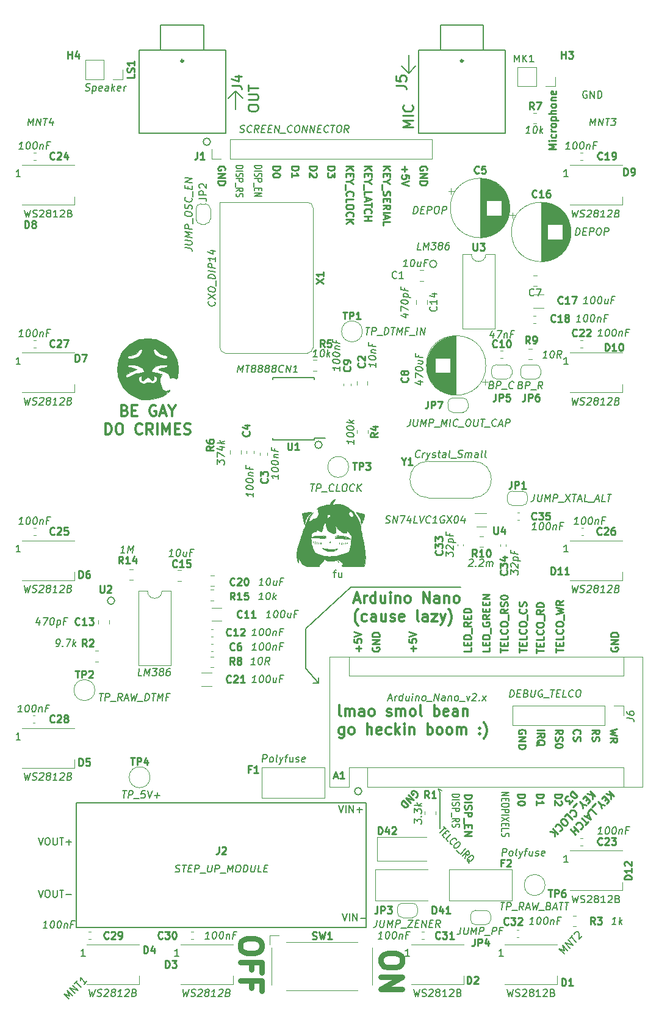
<source format=gto>
G04 #@! TF.GenerationSoftware,KiCad,Pcbnew,5.1.9+dfsg1-1*
G04 #@! TF.CreationDate,2022-06-11T23:01:35-07:00*
G04 #@! TF.ProjectId,brains_cn,62726169-6e73-45f6-936e-2e6b69636164,rev?*
G04 #@! TF.SameCoordinates,Original*
G04 #@! TF.FileFunction,Legend,Top*
G04 #@! TF.FilePolarity,Positive*
%FSLAX46Y46*%
G04 Gerber Fmt 4.6, Leading zero omitted, Abs format (unit mm)*
G04 Created by KiCad (PCBNEW 5.1.9+dfsg1-1) date 2022-06-11 23:01:35*
%MOMM*%
%LPD*%
G01*
G04 APERTURE LIST*
%ADD10C,0.150000*%
%ADD11C,0.300000*%
%ADD12C,0.250000*%
%ADD13C,0.200000*%
%ADD14C,0.750000*%
%ADD15C,0.187500*%
%ADD16C,0.010000*%
%ADD17C,0.120000*%
%ADD18C,0.127000*%
G04 APERTURE END LIST*
D10*
X149557142Y-102685714D02*
X149938095Y-102685714D01*
X149700000Y-103352380D02*
X149700000Y-102495238D01*
X149747619Y-102400000D01*
X149842857Y-102352380D01*
X149938095Y-102352380D01*
X150700000Y-102685714D02*
X150700000Y-103352380D01*
X150271428Y-102685714D02*
X150271428Y-103209523D01*
X150319047Y-103304761D01*
X150414285Y-103352380D01*
X150557142Y-103352380D01*
X150652380Y-103304761D01*
X150700000Y-103257142D01*
D11*
X120621428Y-80217857D02*
X120835714Y-80289285D01*
X120907142Y-80360714D01*
X120978571Y-80503571D01*
X120978571Y-80717857D01*
X120907142Y-80860714D01*
X120835714Y-80932142D01*
X120692857Y-81003571D01*
X120121428Y-81003571D01*
X120121428Y-79503571D01*
X120621428Y-79503571D01*
X120764285Y-79575000D01*
X120835714Y-79646428D01*
X120907142Y-79789285D01*
X120907142Y-79932142D01*
X120835714Y-80075000D01*
X120764285Y-80146428D01*
X120621428Y-80217857D01*
X120121428Y-80217857D01*
X121621428Y-80217857D02*
X122121428Y-80217857D01*
X122335714Y-81003571D02*
X121621428Y-81003571D01*
X121621428Y-79503571D01*
X122335714Y-79503571D01*
X124907142Y-79575000D02*
X124764285Y-79503571D01*
X124550000Y-79503571D01*
X124335714Y-79575000D01*
X124192857Y-79717857D01*
X124121428Y-79860714D01*
X124050000Y-80146428D01*
X124050000Y-80360714D01*
X124121428Y-80646428D01*
X124192857Y-80789285D01*
X124335714Y-80932142D01*
X124550000Y-81003571D01*
X124692857Y-81003571D01*
X124907142Y-80932142D01*
X124978571Y-80860714D01*
X124978571Y-80360714D01*
X124692857Y-80360714D01*
X125550000Y-80575000D02*
X126264285Y-80575000D01*
X125407142Y-81003571D02*
X125907142Y-79503571D01*
X126407142Y-81003571D01*
X127192857Y-80289285D02*
X127192857Y-81003571D01*
X126692857Y-79503571D02*
X127192857Y-80289285D01*
X127692857Y-79503571D01*
X117942857Y-83553571D02*
X117942857Y-82053571D01*
X118300000Y-82053571D01*
X118514285Y-82125000D01*
X118657142Y-82267857D01*
X118728571Y-82410714D01*
X118800000Y-82696428D01*
X118800000Y-82910714D01*
X118728571Y-83196428D01*
X118657142Y-83339285D01*
X118514285Y-83482142D01*
X118300000Y-83553571D01*
X117942857Y-83553571D01*
X119728571Y-82053571D02*
X120014285Y-82053571D01*
X120157142Y-82125000D01*
X120300000Y-82267857D01*
X120371428Y-82553571D01*
X120371428Y-83053571D01*
X120300000Y-83339285D01*
X120157142Y-83482142D01*
X120014285Y-83553571D01*
X119728571Y-83553571D01*
X119585714Y-83482142D01*
X119442857Y-83339285D01*
X119371428Y-83053571D01*
X119371428Y-82553571D01*
X119442857Y-82267857D01*
X119585714Y-82125000D01*
X119728571Y-82053571D01*
X123014285Y-83410714D02*
X122942857Y-83482142D01*
X122728571Y-83553571D01*
X122585714Y-83553571D01*
X122371428Y-83482142D01*
X122228571Y-83339285D01*
X122157142Y-83196428D01*
X122085714Y-82910714D01*
X122085714Y-82696428D01*
X122157142Y-82410714D01*
X122228571Y-82267857D01*
X122371428Y-82125000D01*
X122585714Y-82053571D01*
X122728571Y-82053571D01*
X122942857Y-82125000D01*
X123014285Y-82196428D01*
X124514285Y-83553571D02*
X124014285Y-82839285D01*
X123657142Y-83553571D02*
X123657142Y-82053571D01*
X124228571Y-82053571D01*
X124371428Y-82125000D01*
X124442857Y-82196428D01*
X124514285Y-82339285D01*
X124514285Y-82553571D01*
X124442857Y-82696428D01*
X124371428Y-82767857D01*
X124228571Y-82839285D01*
X123657142Y-82839285D01*
X125157142Y-83553571D02*
X125157142Y-82053571D01*
X125871428Y-83553571D02*
X125871428Y-82053571D01*
X126371428Y-83125000D01*
X126871428Y-82053571D01*
X126871428Y-83553571D01*
X127585714Y-82767857D02*
X128085714Y-82767857D01*
X128300000Y-83553571D02*
X127585714Y-83553571D01*
X127585714Y-82053571D01*
X128300000Y-82053571D01*
X128871428Y-83482142D02*
X129085714Y-83553571D01*
X129442857Y-83553571D01*
X129585714Y-83482142D01*
X129657142Y-83410714D01*
X129728571Y-83267857D01*
X129728571Y-83125000D01*
X129657142Y-82982142D01*
X129585714Y-82910714D01*
X129442857Y-82839285D01*
X129157142Y-82767857D01*
X129014285Y-82696428D01*
X128942857Y-82625000D01*
X128871428Y-82482142D01*
X128871428Y-82339285D01*
X128942857Y-82196428D01*
X129014285Y-82125000D01*
X129157142Y-82053571D01*
X129514285Y-82053571D01*
X129728571Y-82125000D01*
D10*
X164338000Y-135636000D02*
X164338000Y-133136000D01*
D12*
X159428571Y-46400595D02*
X159428571Y-47162500D01*
X159047619Y-46781547D02*
X159809523Y-46781547D01*
X160047619Y-48114880D02*
X160047619Y-47638690D01*
X159571428Y-47591071D01*
X159619047Y-47638690D01*
X159666666Y-47733928D01*
X159666666Y-47972023D01*
X159619047Y-48067261D01*
X159571428Y-48114880D01*
X159476190Y-48162500D01*
X159238095Y-48162500D01*
X159142857Y-48114880D01*
X159095238Y-48067261D01*
X159047619Y-47972023D01*
X159047619Y-47733928D01*
X159095238Y-47638690D01*
X159142857Y-47591071D01*
X160047619Y-48448214D02*
X159047619Y-48781547D01*
X160047619Y-49114880D01*
D10*
X127637014Y-144168761D02*
X127773919Y-144216380D01*
X128012014Y-144216380D01*
X128113205Y-144168761D01*
X128166776Y-144121142D01*
X128226300Y-144025904D01*
X128238205Y-143930666D01*
X128202491Y-143835428D01*
X128160824Y-143787809D01*
X128071538Y-143740190D01*
X127887014Y-143692571D01*
X127797729Y-143644952D01*
X127756062Y-143597333D01*
X127720348Y-143502095D01*
X127732252Y-143406857D01*
X127791776Y-143311619D01*
X127845348Y-143264000D01*
X127946538Y-143216380D01*
X128184633Y-143216380D01*
X128321538Y-143264000D01*
X128613205Y-143216380D02*
X129184633Y-143216380D01*
X128773919Y-144216380D02*
X128898919Y-143216380D01*
X129458443Y-143692571D02*
X129791776Y-143692571D01*
X129869157Y-144216380D02*
X129392967Y-144216380D01*
X129517967Y-143216380D01*
X129994157Y-143216380D01*
X130297729Y-144216380D02*
X130422729Y-143216380D01*
X130803681Y-143216380D01*
X130892967Y-143264000D01*
X130934633Y-143311619D01*
X130970348Y-143406857D01*
X130952491Y-143549714D01*
X130892967Y-143644952D01*
X130839395Y-143692571D01*
X130738205Y-143740190D01*
X130357252Y-143740190D01*
X131047729Y-144311619D02*
X131809633Y-144311619D01*
X132184633Y-143216380D02*
X132083443Y-144025904D01*
X132119157Y-144121142D01*
X132160824Y-144168761D01*
X132250110Y-144216380D01*
X132440586Y-144216380D01*
X132541776Y-144168761D01*
X132595348Y-144121142D01*
X132654872Y-144025904D01*
X132756062Y-143216380D01*
X133107252Y-144216380D02*
X133232252Y-143216380D01*
X133613205Y-143216380D01*
X133702491Y-143264000D01*
X133744157Y-143311619D01*
X133779872Y-143406857D01*
X133762014Y-143549714D01*
X133702491Y-143644952D01*
X133648919Y-143692571D01*
X133547729Y-143740190D01*
X133166776Y-143740190D01*
X133857252Y-144311619D02*
X134619157Y-144311619D01*
X134869157Y-144216380D02*
X134994157Y-143216380D01*
X135238205Y-143930666D01*
X135660824Y-143216380D01*
X135535824Y-144216380D01*
X136327491Y-143216380D02*
X136517967Y-143216380D01*
X136607252Y-143264000D01*
X136690586Y-143359238D01*
X136714395Y-143549714D01*
X136672729Y-143883047D01*
X136601300Y-144073523D01*
X136494157Y-144168761D01*
X136392967Y-144216380D01*
X136202491Y-144216380D01*
X136113205Y-144168761D01*
X136029872Y-144073523D01*
X136006062Y-143883047D01*
X136047729Y-143549714D01*
X136119157Y-143359238D01*
X136226300Y-143264000D01*
X136327491Y-143216380D01*
X137059633Y-144216380D02*
X137184633Y-143216380D01*
X137422729Y-143216380D01*
X137559633Y-143264000D01*
X137642967Y-143359238D01*
X137678681Y-143454476D01*
X137702491Y-143644952D01*
X137684633Y-143787809D01*
X137613205Y-143978285D01*
X137553681Y-144073523D01*
X137446538Y-144168761D01*
X137297729Y-144216380D01*
X137059633Y-144216380D01*
X138184633Y-143216380D02*
X138083443Y-144025904D01*
X138119157Y-144121142D01*
X138160824Y-144168761D01*
X138250110Y-144216380D01*
X138440586Y-144216380D01*
X138541776Y-144168761D01*
X138595348Y-144121142D01*
X138654872Y-144025904D01*
X138756062Y-143216380D01*
X139583443Y-144216380D02*
X139107252Y-144216380D01*
X139232252Y-143216380D01*
X139982252Y-143692571D02*
X140315586Y-143692571D01*
X140392967Y-144216380D02*
X139916776Y-144216380D01*
X140041776Y-143216380D01*
X140517967Y-143216380D01*
D13*
X164084000Y-132628000D02*
X164592000Y-132882000D01*
X164338000Y-133136000D02*
X164084000Y-132628000D01*
X164338000Y-138176000D02*
X164338000Y-135636000D01*
X160000000Y-33500000D02*
X161000000Y-32500000D01*
X159000000Y-32500000D02*
X160000000Y-33500000D01*
X160000000Y-33500000D02*
X159000000Y-32500000D01*
X160000000Y-31000000D02*
X160000000Y-33500000D01*
X136000000Y-36000000D02*
X137000000Y-37000000D01*
X135000000Y-37000000D02*
X136000000Y-36000000D01*
X136000000Y-38500000D02*
X136000000Y-36000000D01*
D12*
X134500000Y-46924404D02*
X134547619Y-46829166D01*
X134547619Y-46686309D01*
X134500000Y-46543452D01*
X134404761Y-46448214D01*
X134309523Y-46400595D01*
X134119047Y-46352976D01*
X133976190Y-46352976D01*
X133785714Y-46400595D01*
X133690476Y-46448214D01*
X133595238Y-46543452D01*
X133547619Y-46686309D01*
X133547619Y-46781547D01*
X133595238Y-46924404D01*
X133642857Y-46972023D01*
X133976190Y-46972023D01*
X133976190Y-46781547D01*
X133547619Y-47400595D02*
X134547619Y-47400595D01*
X133547619Y-47972023D01*
X134547619Y-47972023D01*
X133547619Y-48448214D02*
X134547619Y-48448214D01*
X134547619Y-48686309D01*
X134500000Y-48829166D01*
X134404761Y-48924404D01*
X134309523Y-48972023D01*
X134119047Y-49019642D01*
X133976190Y-49019642D01*
X133785714Y-48972023D01*
X133690476Y-48924404D01*
X133595238Y-48829166D01*
X133547619Y-48686309D01*
X133547619Y-48448214D01*
D11*
X150626428Y-122593571D02*
X150483571Y-122522142D01*
X150412142Y-122379285D01*
X150412142Y-121093571D01*
X151197857Y-122593571D02*
X151197857Y-121593571D01*
X151197857Y-121736428D02*
X151269285Y-121665000D01*
X151412142Y-121593571D01*
X151626428Y-121593571D01*
X151769285Y-121665000D01*
X151840714Y-121807857D01*
X151840714Y-122593571D01*
X151840714Y-121807857D02*
X151912142Y-121665000D01*
X152055000Y-121593571D01*
X152269285Y-121593571D01*
X152412142Y-121665000D01*
X152483571Y-121807857D01*
X152483571Y-122593571D01*
X153840714Y-122593571D02*
X153840714Y-121807857D01*
X153769285Y-121665000D01*
X153626428Y-121593571D01*
X153340714Y-121593571D01*
X153197857Y-121665000D01*
X153840714Y-122522142D02*
X153697857Y-122593571D01*
X153340714Y-122593571D01*
X153197857Y-122522142D01*
X153126428Y-122379285D01*
X153126428Y-122236428D01*
X153197857Y-122093571D01*
X153340714Y-122022142D01*
X153697857Y-122022142D01*
X153840714Y-121950714D01*
X154769285Y-122593571D02*
X154626428Y-122522142D01*
X154555000Y-122450714D01*
X154483571Y-122307857D01*
X154483571Y-121879285D01*
X154555000Y-121736428D01*
X154626428Y-121665000D01*
X154769285Y-121593571D01*
X154983571Y-121593571D01*
X155126428Y-121665000D01*
X155197857Y-121736428D01*
X155269285Y-121879285D01*
X155269285Y-122307857D01*
X155197857Y-122450714D01*
X155126428Y-122522142D01*
X154983571Y-122593571D01*
X154769285Y-122593571D01*
X156983571Y-122522142D02*
X157126428Y-122593571D01*
X157412142Y-122593571D01*
X157555000Y-122522142D01*
X157626428Y-122379285D01*
X157626428Y-122307857D01*
X157555000Y-122165000D01*
X157412142Y-122093571D01*
X157197857Y-122093571D01*
X157055000Y-122022142D01*
X156983571Y-121879285D01*
X156983571Y-121807857D01*
X157055000Y-121665000D01*
X157197857Y-121593571D01*
X157412142Y-121593571D01*
X157555000Y-121665000D01*
X158269285Y-122593571D02*
X158269285Y-121593571D01*
X158269285Y-121736428D02*
X158340714Y-121665000D01*
X158483571Y-121593571D01*
X158697857Y-121593571D01*
X158840714Y-121665000D01*
X158912142Y-121807857D01*
X158912142Y-122593571D01*
X158912142Y-121807857D02*
X158983571Y-121665000D01*
X159126428Y-121593571D01*
X159340714Y-121593571D01*
X159483571Y-121665000D01*
X159555000Y-121807857D01*
X159555000Y-122593571D01*
X160483571Y-122593571D02*
X160340714Y-122522142D01*
X160269285Y-122450714D01*
X160197857Y-122307857D01*
X160197857Y-121879285D01*
X160269285Y-121736428D01*
X160340714Y-121665000D01*
X160483571Y-121593571D01*
X160697857Y-121593571D01*
X160840714Y-121665000D01*
X160912142Y-121736428D01*
X160983571Y-121879285D01*
X160983571Y-122307857D01*
X160912142Y-122450714D01*
X160840714Y-122522142D01*
X160697857Y-122593571D01*
X160483571Y-122593571D01*
X161840714Y-122593571D02*
X161697857Y-122522142D01*
X161626428Y-122379285D01*
X161626428Y-121093571D01*
X163555000Y-122593571D02*
X163555000Y-121093571D01*
X163555000Y-121665000D02*
X163697857Y-121593571D01*
X163983571Y-121593571D01*
X164126428Y-121665000D01*
X164197857Y-121736428D01*
X164269285Y-121879285D01*
X164269285Y-122307857D01*
X164197857Y-122450714D01*
X164126428Y-122522142D01*
X163983571Y-122593571D01*
X163697857Y-122593571D01*
X163555000Y-122522142D01*
X165483571Y-122522142D02*
X165340714Y-122593571D01*
X165055000Y-122593571D01*
X164912142Y-122522142D01*
X164840714Y-122379285D01*
X164840714Y-121807857D01*
X164912142Y-121665000D01*
X165055000Y-121593571D01*
X165340714Y-121593571D01*
X165483571Y-121665000D01*
X165555000Y-121807857D01*
X165555000Y-121950714D01*
X164840714Y-122093571D01*
X166840714Y-122593571D02*
X166840714Y-121807857D01*
X166769285Y-121665000D01*
X166626428Y-121593571D01*
X166340714Y-121593571D01*
X166197857Y-121665000D01*
X166840714Y-122522142D02*
X166697857Y-122593571D01*
X166340714Y-122593571D01*
X166197857Y-122522142D01*
X166126428Y-122379285D01*
X166126428Y-122236428D01*
X166197857Y-122093571D01*
X166340714Y-122022142D01*
X166697857Y-122022142D01*
X166840714Y-121950714D01*
X167555000Y-121593571D02*
X167555000Y-122593571D01*
X167555000Y-121736428D02*
X167626428Y-121665000D01*
X167769285Y-121593571D01*
X167983571Y-121593571D01*
X168126428Y-121665000D01*
X168197857Y-121807857D01*
X168197857Y-122593571D01*
X151055000Y-124143571D02*
X151055000Y-125357857D01*
X150983571Y-125500714D01*
X150912142Y-125572142D01*
X150769285Y-125643571D01*
X150555000Y-125643571D01*
X150412142Y-125572142D01*
X151055000Y-125072142D02*
X150912142Y-125143571D01*
X150626428Y-125143571D01*
X150483571Y-125072142D01*
X150412142Y-125000714D01*
X150340714Y-124857857D01*
X150340714Y-124429285D01*
X150412142Y-124286428D01*
X150483571Y-124215000D01*
X150626428Y-124143571D01*
X150912142Y-124143571D01*
X151055000Y-124215000D01*
X151983571Y-125143571D02*
X151840714Y-125072142D01*
X151769285Y-125000714D01*
X151697857Y-124857857D01*
X151697857Y-124429285D01*
X151769285Y-124286428D01*
X151840714Y-124215000D01*
X151983571Y-124143571D01*
X152197857Y-124143571D01*
X152340714Y-124215000D01*
X152412142Y-124286428D01*
X152483571Y-124429285D01*
X152483571Y-124857857D01*
X152412142Y-125000714D01*
X152340714Y-125072142D01*
X152197857Y-125143571D01*
X151983571Y-125143571D01*
X154269285Y-125143571D02*
X154269285Y-123643571D01*
X154912142Y-125143571D02*
X154912142Y-124357857D01*
X154840714Y-124215000D01*
X154697857Y-124143571D01*
X154483571Y-124143571D01*
X154340714Y-124215000D01*
X154269285Y-124286428D01*
X156197857Y-125072142D02*
X156055000Y-125143571D01*
X155769285Y-125143571D01*
X155626428Y-125072142D01*
X155555000Y-124929285D01*
X155555000Y-124357857D01*
X155626428Y-124215000D01*
X155769285Y-124143571D01*
X156055000Y-124143571D01*
X156197857Y-124215000D01*
X156269285Y-124357857D01*
X156269285Y-124500714D01*
X155555000Y-124643571D01*
X157555000Y-125072142D02*
X157412142Y-125143571D01*
X157126428Y-125143571D01*
X156983571Y-125072142D01*
X156912142Y-125000714D01*
X156840714Y-124857857D01*
X156840714Y-124429285D01*
X156912142Y-124286428D01*
X156983571Y-124215000D01*
X157126428Y-124143571D01*
X157412142Y-124143571D01*
X157555000Y-124215000D01*
X158197857Y-125143571D02*
X158197857Y-123643571D01*
X158340714Y-124572142D02*
X158769285Y-125143571D01*
X158769285Y-124143571D02*
X158197857Y-124715000D01*
X159412142Y-125143571D02*
X159412142Y-124143571D01*
X159412142Y-123643571D02*
X159340714Y-123715000D01*
X159412142Y-123786428D01*
X159483571Y-123715000D01*
X159412142Y-123643571D01*
X159412142Y-123786428D01*
X160126428Y-124143571D02*
X160126428Y-125143571D01*
X160126428Y-124286428D02*
X160197857Y-124215000D01*
X160340714Y-124143571D01*
X160555000Y-124143571D01*
X160697857Y-124215000D01*
X160769285Y-124357857D01*
X160769285Y-125143571D01*
X162626428Y-125143571D02*
X162626428Y-123643571D01*
X162626428Y-124215000D02*
X162769285Y-124143571D01*
X163055000Y-124143571D01*
X163197857Y-124215000D01*
X163269285Y-124286428D01*
X163340714Y-124429285D01*
X163340714Y-124857857D01*
X163269285Y-125000714D01*
X163197857Y-125072142D01*
X163055000Y-125143571D01*
X162769285Y-125143571D01*
X162626428Y-125072142D01*
X164197857Y-125143571D02*
X164055000Y-125072142D01*
X163983571Y-125000714D01*
X163912142Y-124857857D01*
X163912142Y-124429285D01*
X163983571Y-124286428D01*
X164055000Y-124215000D01*
X164197857Y-124143571D01*
X164412142Y-124143571D01*
X164555000Y-124215000D01*
X164626428Y-124286428D01*
X164697857Y-124429285D01*
X164697857Y-124857857D01*
X164626428Y-125000714D01*
X164555000Y-125072142D01*
X164412142Y-125143571D01*
X164197857Y-125143571D01*
X165555000Y-125143571D02*
X165412142Y-125072142D01*
X165340714Y-125000714D01*
X165269285Y-124857857D01*
X165269285Y-124429285D01*
X165340714Y-124286428D01*
X165412142Y-124215000D01*
X165555000Y-124143571D01*
X165769285Y-124143571D01*
X165912142Y-124215000D01*
X165983571Y-124286428D01*
X166055000Y-124429285D01*
X166055000Y-124857857D01*
X165983571Y-125000714D01*
X165912142Y-125072142D01*
X165769285Y-125143571D01*
X165555000Y-125143571D01*
X166697857Y-125143571D02*
X166697857Y-124143571D01*
X166697857Y-124286428D02*
X166769285Y-124215000D01*
X166912142Y-124143571D01*
X167126428Y-124143571D01*
X167269285Y-124215000D01*
X167340714Y-124357857D01*
X167340714Y-125143571D01*
X167340714Y-124357857D02*
X167412142Y-124215000D01*
X167555000Y-124143571D01*
X167769285Y-124143571D01*
X167912142Y-124215000D01*
X167983571Y-124357857D01*
X167983571Y-125143571D01*
X169840714Y-125000714D02*
X169912142Y-125072142D01*
X169840714Y-125143571D01*
X169769285Y-125072142D01*
X169840714Y-125000714D01*
X169840714Y-125143571D01*
X169840714Y-124215000D02*
X169912142Y-124286428D01*
X169840714Y-124357857D01*
X169769285Y-124286428D01*
X169840714Y-124215000D01*
X169840714Y-124357857D01*
X170412142Y-125715000D02*
X170483571Y-125643571D01*
X170626428Y-125429285D01*
X170697857Y-125286428D01*
X170769285Y-125072142D01*
X170840714Y-124715000D01*
X170840714Y-124429285D01*
X170769285Y-124072142D01*
X170697857Y-123857857D01*
X170626428Y-123715000D01*
X170483571Y-123500714D01*
X170412142Y-123429285D01*
D14*
X139642857Y-154142857D02*
X139642857Y-154714285D01*
X139500000Y-155000000D01*
X139214285Y-155285714D01*
X138642857Y-155428571D01*
X137642857Y-155428571D01*
X137071428Y-155285714D01*
X136785714Y-155000000D01*
X136642857Y-154714285D01*
X136642857Y-154142857D01*
X136785714Y-153857142D01*
X137071428Y-153571428D01*
X137642857Y-153428571D01*
X138642857Y-153428571D01*
X139214285Y-153571428D01*
X139500000Y-153857142D01*
X139642857Y-154142857D01*
X138214285Y-157714285D02*
X138214285Y-156714285D01*
X136642857Y-156714285D02*
X139642857Y-156714285D01*
X139642857Y-158142857D01*
X138214285Y-160285714D02*
X138214285Y-159285714D01*
X136642857Y-159285714D02*
X139642857Y-159285714D01*
X139642857Y-160714285D01*
X159142857Y-156142857D02*
X159142857Y-156714285D01*
X159000000Y-157000000D01*
X158714285Y-157285714D01*
X158142857Y-157428571D01*
X157142857Y-157428571D01*
X156571428Y-157285714D01*
X156285714Y-157000000D01*
X156142857Y-156714285D01*
X156142857Y-156142857D01*
X156285714Y-155857142D01*
X156571428Y-155571428D01*
X157142857Y-155428571D01*
X158142857Y-155428571D01*
X158714285Y-155571428D01*
X159000000Y-155857142D01*
X159142857Y-156142857D01*
X156142857Y-158714285D02*
X159142857Y-158714285D01*
X156142857Y-160428571D01*
X159142857Y-160428571D01*
D13*
X147500000Y-118000000D02*
X146750000Y-118000000D01*
X147500000Y-118000000D02*
X147500000Y-117250000D01*
X145750000Y-116000000D02*
X147500000Y-118000000D01*
X145750000Y-110500000D02*
X145750000Y-116000000D01*
X152000000Y-104750000D02*
X145750000Y-110500000D01*
X167250000Y-104750000D02*
X152000000Y-104750000D01*
D11*
X152480714Y-106475000D02*
X153195000Y-106475000D01*
X152337857Y-106903571D02*
X152837857Y-105403571D01*
X153337857Y-106903571D01*
X153837857Y-106903571D02*
X153837857Y-105903571D01*
X153837857Y-106189285D02*
X153909285Y-106046428D01*
X153980714Y-105975000D01*
X154123571Y-105903571D01*
X154266428Y-105903571D01*
X155409285Y-106903571D02*
X155409285Y-105403571D01*
X155409285Y-106832142D02*
X155266428Y-106903571D01*
X154980714Y-106903571D01*
X154837857Y-106832142D01*
X154766428Y-106760714D01*
X154695000Y-106617857D01*
X154695000Y-106189285D01*
X154766428Y-106046428D01*
X154837857Y-105975000D01*
X154980714Y-105903571D01*
X155266428Y-105903571D01*
X155409285Y-105975000D01*
X156766428Y-105903571D02*
X156766428Y-106903571D01*
X156123571Y-105903571D02*
X156123571Y-106689285D01*
X156195000Y-106832142D01*
X156337857Y-106903571D01*
X156552142Y-106903571D01*
X156695000Y-106832142D01*
X156766428Y-106760714D01*
X157480714Y-106903571D02*
X157480714Y-105903571D01*
X157480714Y-105403571D02*
X157409285Y-105475000D01*
X157480714Y-105546428D01*
X157552142Y-105475000D01*
X157480714Y-105403571D01*
X157480714Y-105546428D01*
X158195000Y-105903571D02*
X158195000Y-106903571D01*
X158195000Y-106046428D02*
X158266428Y-105975000D01*
X158409285Y-105903571D01*
X158623571Y-105903571D01*
X158766428Y-105975000D01*
X158837857Y-106117857D01*
X158837857Y-106903571D01*
X159766428Y-106903571D02*
X159623571Y-106832142D01*
X159552142Y-106760714D01*
X159480714Y-106617857D01*
X159480714Y-106189285D01*
X159552142Y-106046428D01*
X159623571Y-105975000D01*
X159766428Y-105903571D01*
X159980714Y-105903571D01*
X160123571Y-105975000D01*
X160195000Y-106046428D01*
X160266428Y-106189285D01*
X160266428Y-106617857D01*
X160195000Y-106760714D01*
X160123571Y-106832142D01*
X159980714Y-106903571D01*
X159766428Y-106903571D01*
X162052142Y-106903571D02*
X162052142Y-105403571D01*
X162909285Y-106903571D01*
X162909285Y-105403571D01*
X164266428Y-106903571D02*
X164266428Y-106117857D01*
X164195000Y-105975000D01*
X164052142Y-105903571D01*
X163766428Y-105903571D01*
X163623571Y-105975000D01*
X164266428Y-106832142D02*
X164123571Y-106903571D01*
X163766428Y-106903571D01*
X163623571Y-106832142D01*
X163552142Y-106689285D01*
X163552142Y-106546428D01*
X163623571Y-106403571D01*
X163766428Y-106332142D01*
X164123571Y-106332142D01*
X164266428Y-106260714D01*
X164980714Y-105903571D02*
X164980714Y-106903571D01*
X164980714Y-106046428D02*
X165052142Y-105975000D01*
X165195000Y-105903571D01*
X165409285Y-105903571D01*
X165552142Y-105975000D01*
X165623571Y-106117857D01*
X165623571Y-106903571D01*
X166552142Y-106903571D02*
X166409285Y-106832142D01*
X166337857Y-106760714D01*
X166266428Y-106617857D01*
X166266428Y-106189285D01*
X166337857Y-106046428D01*
X166409285Y-105975000D01*
X166552142Y-105903571D01*
X166766428Y-105903571D01*
X166909285Y-105975000D01*
X166980714Y-106046428D01*
X167052142Y-106189285D01*
X167052142Y-106617857D01*
X166980714Y-106760714D01*
X166909285Y-106832142D01*
X166766428Y-106903571D01*
X166552142Y-106903571D01*
X152980714Y-110025000D02*
X152909285Y-109953571D01*
X152766428Y-109739285D01*
X152695000Y-109596428D01*
X152623571Y-109382142D01*
X152552142Y-109025000D01*
X152552142Y-108739285D01*
X152623571Y-108382142D01*
X152695000Y-108167857D01*
X152766428Y-108025000D01*
X152909285Y-107810714D01*
X152980714Y-107739285D01*
X154195000Y-109382142D02*
X154052142Y-109453571D01*
X153766428Y-109453571D01*
X153623571Y-109382142D01*
X153552142Y-109310714D01*
X153480714Y-109167857D01*
X153480714Y-108739285D01*
X153552142Y-108596428D01*
X153623571Y-108525000D01*
X153766428Y-108453571D01*
X154052142Y-108453571D01*
X154195000Y-108525000D01*
X155480714Y-109453571D02*
X155480714Y-108667857D01*
X155409285Y-108525000D01*
X155266428Y-108453571D01*
X154980714Y-108453571D01*
X154837857Y-108525000D01*
X155480714Y-109382142D02*
X155337857Y-109453571D01*
X154980714Y-109453571D01*
X154837857Y-109382142D01*
X154766428Y-109239285D01*
X154766428Y-109096428D01*
X154837857Y-108953571D01*
X154980714Y-108882142D01*
X155337857Y-108882142D01*
X155480714Y-108810714D01*
X156837857Y-108453571D02*
X156837857Y-109453571D01*
X156195000Y-108453571D02*
X156195000Y-109239285D01*
X156266428Y-109382142D01*
X156409285Y-109453571D01*
X156623571Y-109453571D01*
X156766428Y-109382142D01*
X156837857Y-109310714D01*
X157480714Y-109382142D02*
X157623571Y-109453571D01*
X157909285Y-109453571D01*
X158052142Y-109382142D01*
X158123571Y-109239285D01*
X158123571Y-109167857D01*
X158052142Y-109025000D01*
X157909285Y-108953571D01*
X157695000Y-108953571D01*
X157552142Y-108882142D01*
X157480714Y-108739285D01*
X157480714Y-108667857D01*
X157552142Y-108525000D01*
X157695000Y-108453571D01*
X157909285Y-108453571D01*
X158052142Y-108525000D01*
X159337857Y-109382142D02*
X159195000Y-109453571D01*
X158909285Y-109453571D01*
X158766428Y-109382142D01*
X158695000Y-109239285D01*
X158695000Y-108667857D01*
X158766428Y-108525000D01*
X158909285Y-108453571D01*
X159195000Y-108453571D01*
X159337857Y-108525000D01*
X159409285Y-108667857D01*
X159409285Y-108810714D01*
X158695000Y-108953571D01*
X161409285Y-109453571D02*
X161266428Y-109382142D01*
X161195000Y-109239285D01*
X161195000Y-107953571D01*
X162623571Y-109453571D02*
X162623571Y-108667857D01*
X162552142Y-108525000D01*
X162409285Y-108453571D01*
X162123571Y-108453571D01*
X161980714Y-108525000D01*
X162623571Y-109382142D02*
X162480714Y-109453571D01*
X162123571Y-109453571D01*
X161980714Y-109382142D01*
X161909285Y-109239285D01*
X161909285Y-109096428D01*
X161980714Y-108953571D01*
X162123571Y-108882142D01*
X162480714Y-108882142D01*
X162623571Y-108810714D01*
X163195000Y-108453571D02*
X163980714Y-108453571D01*
X163195000Y-109453571D01*
X163980714Y-109453571D01*
X164409285Y-108453571D02*
X164766428Y-109453571D01*
X165123571Y-108453571D02*
X164766428Y-109453571D01*
X164623571Y-109810714D01*
X164552142Y-109882142D01*
X164409285Y-109953571D01*
X165552142Y-110025000D02*
X165623571Y-109953571D01*
X165766428Y-109739285D01*
X165837857Y-109596428D01*
X165909285Y-109382142D01*
X165980714Y-109025000D01*
X165980714Y-108739285D01*
X165909285Y-108382142D01*
X165837857Y-108167857D01*
X165766428Y-108025000D01*
X165623571Y-107810714D01*
X165552142Y-107739285D01*
D12*
X182696854Y-132963380D02*
X183403961Y-133670487D01*
X183235602Y-133838846D01*
X183100915Y-133906190D01*
X182966228Y-133906190D01*
X182865213Y-133872518D01*
X182696854Y-133771503D01*
X182595839Y-133670487D01*
X182494824Y-133502128D01*
X182461152Y-133401113D01*
X182461152Y-133266426D01*
X182528495Y-133131739D01*
X182696854Y-132963380D01*
X182764198Y-134310251D02*
X182326465Y-134747983D01*
X182292793Y-134242907D01*
X182191778Y-134343922D01*
X182090763Y-134377594D01*
X182023419Y-134377594D01*
X181922404Y-134343922D01*
X181754045Y-134175564D01*
X181720373Y-134074548D01*
X181720373Y-134007205D01*
X181754045Y-133906190D01*
X181956076Y-133704159D01*
X182057091Y-133670487D01*
X182124434Y-133670487D01*
X187796854Y-132963381D02*
X188503961Y-133670488D01*
X187392793Y-133367442D02*
X188099900Y-133468458D01*
X188099900Y-134074549D02*
X188099900Y-133266427D01*
X187460137Y-134040878D02*
X187224434Y-134276580D01*
X186753030Y-134007206D02*
X187089747Y-133670488D01*
X187796854Y-134377595D01*
X187460137Y-134714313D01*
X186652015Y-134781656D02*
X186315297Y-134444939D01*
X187258106Y-134916343D02*
X186652015Y-134781656D01*
X186786702Y-135387748D01*
X185944908Y-134680641D02*
X185406160Y-135219389D01*
X184968427Y-135791809D02*
X185305145Y-135455091D01*
X186012251Y-136162198D01*
X184968427Y-136195870D02*
X184631710Y-136532587D01*
X184833740Y-135926496D02*
X185305145Y-136869305D01*
X184362336Y-136397900D01*
X184934755Y-137239694D02*
X184530694Y-137643755D01*
X184025618Y-136734618D02*
X184732725Y-137441724D01*
X183251168Y-137643755D02*
X183251168Y-137576411D01*
X183318511Y-137441724D01*
X183385855Y-137374381D01*
X183520542Y-137307037D01*
X183655229Y-137307037D01*
X183756244Y-137340709D01*
X183924603Y-137441724D01*
X184025618Y-137542740D01*
X184126633Y-137711098D01*
X184160305Y-137812114D01*
X184160305Y-137946801D01*
X184092962Y-138081488D01*
X184025618Y-138148831D01*
X183890931Y-138216175D01*
X183823588Y-138216175D01*
X182880779Y-137879457D02*
X183587885Y-138586564D01*
X183251168Y-138249846D02*
X182847107Y-138653907D01*
X182476718Y-138283518D02*
X183183824Y-138990625D01*
X185196853Y-132963381D02*
X185903960Y-133670488D01*
X184792792Y-133367442D02*
X185499899Y-133468458D01*
X185499899Y-134074549D02*
X185499899Y-133266427D01*
X184860136Y-134040878D02*
X184624433Y-134276580D01*
X184153029Y-134007206D02*
X184489746Y-133670488D01*
X185196853Y-134377595D01*
X184860136Y-134714313D01*
X184052014Y-134781656D02*
X183715296Y-134444939D01*
X184658105Y-134916343D02*
X184052014Y-134781656D01*
X184186701Y-135387748D01*
X183344907Y-134680641D02*
X182806159Y-135219389D01*
X182368426Y-135926496D02*
X182368426Y-135859152D01*
X182435770Y-135724465D01*
X182503113Y-135657122D01*
X182637800Y-135589778D01*
X182772487Y-135589778D01*
X182873502Y-135623450D01*
X183041861Y-135724465D01*
X183142876Y-135825480D01*
X183243892Y-135993839D01*
X183277563Y-136094854D01*
X183277563Y-136229541D01*
X183210220Y-136364228D01*
X183142876Y-136431572D01*
X183008189Y-136498915D01*
X182940846Y-136498915D01*
X181661319Y-136498915D02*
X181998037Y-136162198D01*
X182705144Y-136869305D01*
X181998037Y-137576411D02*
X181863350Y-137711098D01*
X181762335Y-137744770D01*
X181627648Y-137744770D01*
X181459289Y-137643755D01*
X181223587Y-137408053D01*
X181122571Y-137239694D01*
X181122571Y-137105007D01*
X181156243Y-137003992D01*
X181290930Y-136869305D01*
X181391945Y-136835633D01*
X181526632Y-136835633D01*
X181694991Y-136936648D01*
X181930693Y-137172350D01*
X182031709Y-137340709D01*
X182031709Y-137475396D01*
X181998037Y-137576411D01*
X180348121Y-137946801D02*
X180348121Y-137879457D01*
X180415465Y-137744770D01*
X180482808Y-137677427D01*
X180617495Y-137610083D01*
X180752182Y-137610083D01*
X180853197Y-137643755D01*
X181021556Y-137744770D01*
X181122571Y-137845785D01*
X181223587Y-138014144D01*
X181257258Y-138115159D01*
X181257258Y-138249846D01*
X181189915Y-138384533D01*
X181122571Y-138451877D01*
X180987884Y-138519220D01*
X180920541Y-138519220D01*
X179977732Y-138182503D02*
X180684839Y-138889610D01*
X179573671Y-138586564D02*
X180280778Y-138687579D01*
X180280778Y-139293671D02*
X180280778Y-138485549D01*
X177747619Y-133400595D02*
X178747619Y-133400595D01*
X178747619Y-133638690D01*
X178700000Y-133781547D01*
X178604761Y-133876785D01*
X178509523Y-133924404D01*
X178319047Y-133972023D01*
X178176190Y-133972023D01*
X177985714Y-133924404D01*
X177890476Y-133876785D01*
X177795238Y-133781547D01*
X177747619Y-133638690D01*
X177747619Y-133400595D01*
X177747619Y-134924404D02*
X177747619Y-134352976D01*
X177747619Y-134638690D02*
X178747619Y-134638690D01*
X178604761Y-134543452D01*
X178509523Y-134448214D01*
X178461904Y-134352976D01*
X175147619Y-133400595D02*
X176147619Y-133400595D01*
X176147619Y-133638690D01*
X176100000Y-133781547D01*
X176004761Y-133876785D01*
X175909523Y-133924404D01*
X175719047Y-133972023D01*
X175576190Y-133972023D01*
X175385714Y-133924404D01*
X175290476Y-133876785D01*
X175195238Y-133781547D01*
X175147619Y-133638690D01*
X175147619Y-133400595D01*
X176147619Y-134591071D02*
X176147619Y-134686309D01*
X176100000Y-134781547D01*
X176052380Y-134829166D01*
X175957142Y-134876785D01*
X175766666Y-134924404D01*
X175528571Y-134924404D01*
X175338095Y-134876785D01*
X175242857Y-134829166D01*
X175195238Y-134781547D01*
X175147619Y-134686309D01*
X175147619Y-134591071D01*
X175195238Y-134495833D01*
X175242857Y-134448214D01*
X175338095Y-134400595D01*
X175528571Y-134352976D01*
X175766666Y-134352976D01*
X175957142Y-134400595D01*
X176052380Y-134448214D01*
X176100000Y-134495833D01*
X176147619Y-134591071D01*
X180247619Y-133400595D02*
X181247619Y-133400595D01*
X181247619Y-133638690D01*
X181200000Y-133781547D01*
X181104761Y-133876785D01*
X181009523Y-133924404D01*
X180819047Y-133972023D01*
X180676190Y-133972023D01*
X180485714Y-133924404D01*
X180390476Y-133876785D01*
X180295238Y-133781547D01*
X180247619Y-133638690D01*
X180247619Y-133400595D01*
X181152380Y-134352976D02*
X181200000Y-134400595D01*
X181247619Y-134495833D01*
X181247619Y-134733928D01*
X181200000Y-134829166D01*
X181152380Y-134876785D01*
X181057142Y-134924404D01*
X180961904Y-134924404D01*
X180819047Y-134876785D01*
X180247619Y-134305357D01*
X180247619Y-134924404D01*
D13*
X172947619Y-133140476D02*
X173947619Y-133140476D01*
X172947619Y-133597619D01*
X173947619Y-133597619D01*
X173471428Y-133978571D02*
X173471428Y-134245238D01*
X172947619Y-134359523D02*
X172947619Y-133978571D01*
X173947619Y-133978571D01*
X173947619Y-134359523D01*
X173947619Y-134854761D02*
X173947619Y-135007142D01*
X173900000Y-135083333D01*
X173804761Y-135159523D01*
X173614285Y-135197619D01*
X173280952Y-135197619D01*
X173090476Y-135159523D01*
X172995238Y-135083333D01*
X172947619Y-135007142D01*
X172947619Y-134854761D01*
X172995238Y-134778571D01*
X173090476Y-134702380D01*
X173280952Y-134664285D01*
X173614285Y-134664285D01*
X173804761Y-134702380D01*
X173900000Y-134778571D01*
X173947619Y-134854761D01*
X172947619Y-135540476D02*
X173947619Y-135540476D01*
X173947619Y-135845238D01*
X173900000Y-135921428D01*
X173852380Y-135959523D01*
X173757142Y-135997619D01*
X173614285Y-135997619D01*
X173519047Y-135959523D01*
X173471428Y-135921428D01*
X173423809Y-135845238D01*
X173423809Y-135540476D01*
X172947619Y-136340476D02*
X173947619Y-136340476D01*
X173947619Y-136645238D02*
X172947619Y-137178571D01*
X173947619Y-137178571D02*
X172947619Y-136645238D01*
X173471428Y-137483333D02*
X173471428Y-137750000D01*
X172947619Y-137864285D02*
X172947619Y-137483333D01*
X173947619Y-137483333D01*
X173947619Y-137864285D01*
X172947619Y-138588095D02*
X172947619Y-138207142D01*
X173947619Y-138207142D01*
X172995238Y-138816666D02*
X172947619Y-138930952D01*
X172947619Y-139121428D01*
X172995238Y-139197619D01*
X173042857Y-139235714D01*
X173138095Y-139273809D01*
X173233333Y-139273809D01*
X173328571Y-139235714D01*
X173376190Y-139197619D01*
X173423809Y-139121428D01*
X173471428Y-138969047D01*
X173519047Y-138892857D01*
X173566666Y-138854761D01*
X173661904Y-138816666D01*
X173757142Y-138816666D01*
X173852380Y-138854761D01*
X173900000Y-138892857D01*
X173947619Y-138969047D01*
X173947619Y-139159523D01*
X173900000Y-139273809D01*
D12*
X167747619Y-133500594D02*
X168747619Y-133500594D01*
X168747619Y-133738689D01*
X168700000Y-133881546D01*
X168604761Y-133976784D01*
X168509523Y-134024403D01*
X168319047Y-134072022D01*
X168176190Y-134072022D01*
X167985714Y-134024403D01*
X167890476Y-133976784D01*
X167795238Y-133881546D01*
X167747619Y-133738689D01*
X167747619Y-133500594D01*
X167747619Y-134500594D02*
X168747619Y-134500594D01*
X167795238Y-134929165D02*
X167747619Y-135072022D01*
X167747619Y-135310118D01*
X167795238Y-135405356D01*
X167842857Y-135452975D01*
X167938095Y-135500594D01*
X168033333Y-135500594D01*
X168128571Y-135452975D01*
X168176190Y-135405356D01*
X168223809Y-135310118D01*
X168271428Y-135119641D01*
X168319047Y-135024403D01*
X168366666Y-134976784D01*
X168461904Y-134929165D01*
X168557142Y-134929165D01*
X168652380Y-134976784D01*
X168700000Y-135024403D01*
X168747619Y-135119641D01*
X168747619Y-135357737D01*
X168700000Y-135500594D01*
X167747619Y-135929165D02*
X168747619Y-135929165D01*
X168747619Y-136310118D01*
X168700000Y-136405356D01*
X168652380Y-136452975D01*
X168557142Y-136500594D01*
X168414285Y-136500594D01*
X168319047Y-136452975D01*
X168271428Y-136405356D01*
X168223809Y-136310118D01*
X168223809Y-135929165D01*
X167652380Y-136691070D02*
X167652380Y-137452975D01*
X168271428Y-137691070D02*
X168271428Y-138024403D01*
X167747619Y-138167260D02*
X167747619Y-137691070D01*
X168747619Y-137691070D01*
X168747619Y-138167260D01*
X167747619Y-138595832D02*
X168747619Y-138595832D01*
X167747619Y-139167260D01*
X168747619Y-139167260D01*
D13*
X166047619Y-133420476D02*
X167047619Y-133420476D01*
X167047619Y-133610952D01*
X167000000Y-133725238D01*
X166904761Y-133801428D01*
X166809523Y-133839523D01*
X166619047Y-133877619D01*
X166476190Y-133877619D01*
X166285714Y-133839523D01*
X166190476Y-133801428D01*
X166095238Y-133725238D01*
X166047619Y-133610952D01*
X166047619Y-133420476D01*
X166047619Y-134220476D02*
X167047619Y-134220476D01*
X166095238Y-134563333D02*
X166047619Y-134677619D01*
X166047619Y-134868095D01*
X166095238Y-134944285D01*
X166142857Y-134982380D01*
X166238095Y-135020476D01*
X166333333Y-135020476D01*
X166428571Y-134982380D01*
X166476190Y-134944285D01*
X166523809Y-134868095D01*
X166571428Y-134715714D01*
X166619047Y-134639523D01*
X166666666Y-134601428D01*
X166761904Y-134563333D01*
X166857142Y-134563333D01*
X166952380Y-134601428D01*
X167000000Y-134639523D01*
X167047619Y-134715714D01*
X167047619Y-134906190D01*
X167000000Y-135020476D01*
X166047619Y-135363333D02*
X167047619Y-135363333D01*
X167047619Y-135668095D01*
X167000000Y-135744285D01*
X166952380Y-135782380D01*
X166857142Y-135820476D01*
X166714285Y-135820476D01*
X166619047Y-135782380D01*
X166571428Y-135744285D01*
X166523809Y-135668095D01*
X166523809Y-135363333D01*
X165952380Y-135972857D02*
X165952380Y-136582380D01*
X166047619Y-137230000D02*
X166523809Y-136963333D01*
X166047619Y-136772857D02*
X167047619Y-136772857D01*
X167047619Y-137077619D01*
X167000000Y-137153809D01*
X166952380Y-137191904D01*
X166857142Y-137230000D01*
X166714285Y-137230000D01*
X166619047Y-137191904D01*
X166571428Y-137153809D01*
X166523809Y-137077619D01*
X166523809Y-136772857D01*
X166095238Y-137534761D02*
X166047619Y-137649047D01*
X166047619Y-137839523D01*
X166095238Y-137915714D01*
X166142857Y-137953809D01*
X166238095Y-137991904D01*
X166333333Y-137991904D01*
X166428571Y-137953809D01*
X166476190Y-137915714D01*
X166523809Y-137839523D01*
X166571428Y-137687142D01*
X166619047Y-137610952D01*
X166666666Y-137572857D01*
X166761904Y-137534761D01*
X166857142Y-137534761D01*
X166952380Y-137572857D01*
X167000000Y-137610952D01*
X167047619Y-137687142D01*
X167047619Y-137877619D01*
X167000000Y-137991904D01*
D12*
X160989900Y-133849206D02*
X161090915Y-133815534D01*
X161191931Y-133714519D01*
X161259274Y-133579832D01*
X161259274Y-133445145D01*
X161225602Y-133344129D01*
X161124587Y-133175771D01*
X161023572Y-133074755D01*
X160855213Y-132973740D01*
X160754198Y-132940068D01*
X160619511Y-132940068D01*
X160484824Y-133007412D01*
X160417480Y-133074755D01*
X160350137Y-133209442D01*
X160350137Y-133276786D01*
X160585839Y-133512488D01*
X160720526Y-133377801D01*
X159979747Y-133512488D02*
X160686854Y-134219595D01*
X159575686Y-133916549D01*
X160282793Y-134623656D01*
X159238969Y-134253267D02*
X159946076Y-134960374D01*
X159777717Y-135128732D01*
X159643030Y-135196076D01*
X159508343Y-135196076D01*
X159407328Y-135162404D01*
X159238969Y-135061389D01*
X159137954Y-134960374D01*
X159036938Y-134792015D01*
X159003267Y-134691000D01*
X159003267Y-134556313D01*
X159070610Y-134421626D01*
X159238969Y-134253267D01*
D13*
X164871023Y-137908573D02*
X165194272Y-138231822D01*
X164325541Y-138777304D02*
X165032648Y-138070197D01*
X165046116Y-138757101D02*
X165234678Y-138945663D01*
X164945101Y-139396864D02*
X164675727Y-139127490D01*
X165382834Y-138420384D01*
X165652208Y-138689758D01*
X165456912Y-139908675D02*
X165187538Y-139639301D01*
X165894645Y-138932194D01*
X166036066Y-140353142D02*
X165975457Y-140359877D01*
X165860973Y-140312736D01*
X165807098Y-140258861D01*
X165759958Y-140144377D01*
X165773426Y-140023159D01*
X165813832Y-139928878D01*
X165921582Y-139767254D01*
X166022597Y-139666238D01*
X166184222Y-139558489D01*
X166278503Y-139518083D01*
X166399721Y-139504614D01*
X166514205Y-139551755D01*
X166568080Y-139605629D01*
X166615220Y-139720113D01*
X166608486Y-139780722D01*
X167026015Y-140063565D02*
X167133765Y-140171315D01*
X167153968Y-140258861D01*
X167140499Y-140380080D01*
X167032750Y-140541704D01*
X166797048Y-140777406D01*
X166635423Y-140885156D01*
X166514205Y-140898625D01*
X166426658Y-140878422D01*
X166318909Y-140770672D01*
X166298706Y-140683125D01*
X166312174Y-140561907D01*
X166419924Y-140400283D01*
X166655626Y-140164580D01*
X166817251Y-140056831D01*
X166938469Y-140043362D01*
X167026015Y-140063565D01*
X166601751Y-141188202D02*
X167032750Y-141619200D01*
X167234780Y-141686544D02*
X167941887Y-140979437D01*
X167827403Y-142279166D02*
X167975559Y-141753887D01*
X167504154Y-141955918D02*
X168211261Y-141248811D01*
X168426760Y-141464310D01*
X168446963Y-141551857D01*
X168440229Y-141612466D01*
X168399823Y-141706747D01*
X168298808Y-141807762D01*
X168204527Y-141848168D01*
X168143918Y-141854902D01*
X168056371Y-141834699D01*
X167840872Y-141619200D01*
X168379620Y-142966070D02*
X168359417Y-142878524D01*
X168372885Y-142757305D01*
X168393089Y-142575478D01*
X168372885Y-142487931D01*
X168319011Y-142434056D01*
X168177589Y-142629353D02*
X168157386Y-142541806D01*
X168170855Y-142420588D01*
X168278605Y-142258963D01*
X168514307Y-142023261D01*
X168675931Y-141915511D01*
X168797150Y-141902043D01*
X168884696Y-141922246D01*
X168992446Y-142029995D01*
X169012649Y-142117542D01*
X168999180Y-142238760D01*
X168891430Y-142400385D01*
X168655728Y-142636087D01*
X168494104Y-142743837D01*
X168372885Y-142757305D01*
X168285339Y-142737102D01*
X168177589Y-142629353D01*
D12*
X188100000Y-113075595D02*
X188052380Y-113170833D01*
X188052380Y-113313690D01*
X188100000Y-113456547D01*
X188195238Y-113551785D01*
X188290476Y-113599404D01*
X188480952Y-113647023D01*
X188623809Y-113647023D01*
X188814285Y-113599404D01*
X188909523Y-113551785D01*
X189004761Y-113456547D01*
X189052380Y-113313690D01*
X189052380Y-113218452D01*
X189004761Y-113075595D01*
X188957142Y-113027976D01*
X188623809Y-113027976D01*
X188623809Y-113218452D01*
X189052380Y-112599404D02*
X188052380Y-112599404D01*
X189052380Y-112027976D01*
X188052380Y-112027976D01*
X189052380Y-111551785D02*
X188052380Y-111551785D01*
X188052380Y-111313690D01*
X188100000Y-111170833D01*
X188195238Y-111075595D01*
X188290476Y-111027976D01*
X188480952Y-110980357D01*
X188623809Y-110980357D01*
X188814285Y-111027976D01*
X188909523Y-111075595D01*
X189004761Y-111170833D01*
X189052380Y-111313690D01*
X189052380Y-111551785D01*
X171252380Y-113123214D02*
X171252380Y-113599404D01*
X170252380Y-113599404D01*
X170728571Y-112789880D02*
X170728571Y-112456547D01*
X171252380Y-112313690D02*
X171252380Y-112789880D01*
X170252380Y-112789880D01*
X170252380Y-112313690D01*
X171252380Y-111885119D02*
X170252380Y-111885119D01*
X170252380Y-111647023D01*
X170300000Y-111504166D01*
X170395238Y-111408928D01*
X170490476Y-111361309D01*
X170680952Y-111313690D01*
X170823809Y-111313690D01*
X171014285Y-111361309D01*
X171109523Y-111408928D01*
X171204761Y-111504166D01*
X171252380Y-111647023D01*
X171252380Y-111885119D01*
X171347619Y-111123214D02*
X171347619Y-110361309D01*
X170300000Y-109599404D02*
X170252380Y-109694642D01*
X170252380Y-109837500D01*
X170300000Y-109980357D01*
X170395238Y-110075595D01*
X170490476Y-110123214D01*
X170680952Y-110170833D01*
X170823809Y-110170833D01*
X171014285Y-110123214D01*
X171109523Y-110075595D01*
X171204761Y-109980357D01*
X171252380Y-109837500D01*
X171252380Y-109742261D01*
X171204761Y-109599404D01*
X171157142Y-109551785D01*
X170823809Y-109551785D01*
X170823809Y-109742261D01*
X171252380Y-108551785D02*
X170776190Y-108885119D01*
X171252380Y-109123214D02*
X170252380Y-109123214D01*
X170252380Y-108742261D01*
X170300000Y-108647023D01*
X170347619Y-108599404D01*
X170442857Y-108551785D01*
X170585714Y-108551785D01*
X170680952Y-108599404D01*
X170728571Y-108647023D01*
X170776190Y-108742261D01*
X170776190Y-109123214D01*
X170728571Y-108123214D02*
X170728571Y-107789880D01*
X171252380Y-107647023D02*
X171252380Y-108123214D01*
X170252380Y-108123214D01*
X170252380Y-107647023D01*
X170728571Y-107218452D02*
X170728571Y-106885119D01*
X171252380Y-106742261D02*
X171252380Y-107218452D01*
X170252380Y-107218452D01*
X170252380Y-106742261D01*
X171252380Y-106313690D02*
X170252380Y-106313690D01*
X171252380Y-105742261D01*
X170252380Y-105742261D01*
X177752380Y-113842261D02*
X177752380Y-113270833D01*
X178752380Y-113556547D02*
X177752380Y-113556547D01*
X178228571Y-112937500D02*
X178228571Y-112604166D01*
X178752380Y-112461309D02*
X178752380Y-112937500D01*
X177752380Y-112937500D01*
X177752380Y-112461309D01*
X178752380Y-111556547D02*
X178752380Y-112032738D01*
X177752380Y-112032738D01*
X178657142Y-110651785D02*
X178704761Y-110699404D01*
X178752380Y-110842261D01*
X178752380Y-110937500D01*
X178704761Y-111080357D01*
X178609523Y-111175595D01*
X178514285Y-111223214D01*
X178323809Y-111270833D01*
X178180952Y-111270833D01*
X177990476Y-111223214D01*
X177895238Y-111175595D01*
X177800000Y-111080357D01*
X177752380Y-110937500D01*
X177752380Y-110842261D01*
X177800000Y-110699404D01*
X177847619Y-110651785D01*
X177752380Y-110032738D02*
X177752380Y-109842261D01*
X177800000Y-109747023D01*
X177895238Y-109651785D01*
X178085714Y-109604166D01*
X178419047Y-109604166D01*
X178609523Y-109651785D01*
X178704761Y-109747023D01*
X178752380Y-109842261D01*
X178752380Y-110032738D01*
X178704761Y-110127976D01*
X178609523Y-110223214D01*
X178419047Y-110270833D01*
X178085714Y-110270833D01*
X177895238Y-110223214D01*
X177800000Y-110127976D01*
X177752380Y-110032738D01*
X178847619Y-109413690D02*
X178847619Y-108651785D01*
X178752380Y-107842261D02*
X178276190Y-108175595D01*
X178752380Y-108413690D02*
X177752380Y-108413690D01*
X177752380Y-108032738D01*
X177800000Y-107937500D01*
X177847619Y-107889880D01*
X177942857Y-107842261D01*
X178085714Y-107842261D01*
X178180952Y-107889880D01*
X178228571Y-107937500D01*
X178276190Y-108032738D01*
X178276190Y-108413690D01*
X178752380Y-107413690D02*
X177752380Y-107413690D01*
X177752380Y-107175595D01*
X177800000Y-107032738D01*
X177895238Y-106937500D01*
X177990476Y-106889880D01*
X178180952Y-106842261D01*
X178323809Y-106842261D01*
X178514285Y-106889880D01*
X178609523Y-106937500D01*
X178704761Y-107032738D01*
X178752380Y-107175595D01*
X178752380Y-107413690D01*
X180452380Y-113742261D02*
X180452380Y-113170833D01*
X181452380Y-113456547D02*
X180452380Y-113456547D01*
X180928571Y-112837500D02*
X180928571Y-112504166D01*
X181452380Y-112361309D02*
X181452380Y-112837500D01*
X180452380Y-112837500D01*
X180452380Y-112361309D01*
X181452380Y-111456547D02*
X181452380Y-111932738D01*
X180452380Y-111932738D01*
X181357142Y-110551785D02*
X181404761Y-110599404D01*
X181452380Y-110742261D01*
X181452380Y-110837500D01*
X181404761Y-110980357D01*
X181309523Y-111075595D01*
X181214285Y-111123214D01*
X181023809Y-111170833D01*
X180880952Y-111170833D01*
X180690476Y-111123214D01*
X180595238Y-111075595D01*
X180500000Y-110980357D01*
X180452380Y-110837500D01*
X180452380Y-110742261D01*
X180500000Y-110599404D01*
X180547619Y-110551785D01*
X180452380Y-109932738D02*
X180452380Y-109742261D01*
X180500000Y-109647023D01*
X180595238Y-109551785D01*
X180785714Y-109504166D01*
X181119047Y-109504166D01*
X181309523Y-109551785D01*
X181404761Y-109647023D01*
X181452380Y-109742261D01*
X181452380Y-109932738D01*
X181404761Y-110027976D01*
X181309523Y-110123214D01*
X181119047Y-110170833D01*
X180785714Y-110170833D01*
X180595238Y-110123214D01*
X180500000Y-110027976D01*
X180452380Y-109932738D01*
X181547619Y-109313690D02*
X181547619Y-108551785D01*
X180452380Y-108408928D02*
X181452380Y-108170833D01*
X180738095Y-107980357D01*
X181452380Y-107789880D01*
X180452380Y-107551785D01*
X181452380Y-106599404D02*
X180976190Y-106932738D01*
X181452380Y-107170833D02*
X180452380Y-107170833D01*
X180452380Y-106789880D01*
X180500000Y-106694642D01*
X180547619Y-106647023D01*
X180642857Y-106599404D01*
X180785714Y-106599404D01*
X180880952Y-106647023D01*
X180928571Y-106694642D01*
X180976190Y-106789880D01*
X180976190Y-107170833D01*
X155000000Y-113075595D02*
X154952380Y-113170833D01*
X154952380Y-113313690D01*
X155000000Y-113456547D01*
X155095238Y-113551785D01*
X155190476Y-113599404D01*
X155380952Y-113647023D01*
X155523809Y-113647023D01*
X155714285Y-113599404D01*
X155809523Y-113551785D01*
X155904761Y-113456547D01*
X155952380Y-113313690D01*
X155952380Y-113218452D01*
X155904761Y-113075595D01*
X155857142Y-113027976D01*
X155523809Y-113027976D01*
X155523809Y-113218452D01*
X155952380Y-112599404D02*
X154952380Y-112599404D01*
X155952380Y-112027976D01*
X154952380Y-112027976D01*
X155952380Y-111551785D02*
X154952380Y-111551785D01*
X154952380Y-111313690D01*
X155000000Y-111170833D01*
X155095238Y-111075595D01*
X155190476Y-111027976D01*
X155380952Y-110980357D01*
X155523809Y-110980357D01*
X155714285Y-111027976D01*
X155809523Y-111075595D01*
X155904761Y-111170833D01*
X155952380Y-111313690D01*
X155952380Y-111551785D01*
X175352380Y-113742261D02*
X175352380Y-113170833D01*
X176352380Y-113456547D02*
X175352380Y-113456547D01*
X175828571Y-112837500D02*
X175828571Y-112504166D01*
X176352380Y-112361309D02*
X176352380Y-112837500D01*
X175352380Y-112837500D01*
X175352380Y-112361309D01*
X176352380Y-111456547D02*
X176352380Y-111932738D01*
X175352380Y-111932738D01*
X176257142Y-110551785D02*
X176304761Y-110599404D01*
X176352380Y-110742261D01*
X176352380Y-110837500D01*
X176304761Y-110980357D01*
X176209523Y-111075595D01*
X176114285Y-111123214D01*
X175923809Y-111170833D01*
X175780952Y-111170833D01*
X175590476Y-111123214D01*
X175495238Y-111075595D01*
X175400000Y-110980357D01*
X175352380Y-110837500D01*
X175352380Y-110742261D01*
X175400000Y-110599404D01*
X175447619Y-110551785D01*
X175352380Y-109932738D02*
X175352380Y-109742261D01*
X175400000Y-109647023D01*
X175495238Y-109551785D01*
X175685714Y-109504166D01*
X176019047Y-109504166D01*
X176209523Y-109551785D01*
X176304761Y-109647023D01*
X176352380Y-109742261D01*
X176352380Y-109932738D01*
X176304761Y-110027976D01*
X176209523Y-110123214D01*
X176019047Y-110170833D01*
X175685714Y-110170833D01*
X175495238Y-110123214D01*
X175400000Y-110027976D01*
X175352380Y-109932738D01*
X176447619Y-109313690D02*
X176447619Y-108551785D01*
X176257142Y-107742261D02*
X176304761Y-107789880D01*
X176352380Y-107932738D01*
X176352380Y-108027976D01*
X176304761Y-108170833D01*
X176209523Y-108266071D01*
X176114285Y-108313690D01*
X175923809Y-108361309D01*
X175780952Y-108361309D01*
X175590476Y-108313690D01*
X175495238Y-108266071D01*
X175400000Y-108170833D01*
X175352380Y-108027976D01*
X175352380Y-107932738D01*
X175400000Y-107789880D01*
X175447619Y-107742261D01*
X176304761Y-107361309D02*
X176352380Y-107218452D01*
X176352380Y-106980357D01*
X176304761Y-106885119D01*
X176257142Y-106837500D01*
X176161904Y-106789880D01*
X176066666Y-106789880D01*
X175971428Y-106837500D01*
X175923809Y-106885119D01*
X175876190Y-106980357D01*
X175828571Y-107170833D01*
X175780952Y-107266071D01*
X175733333Y-107313690D01*
X175638095Y-107361309D01*
X175542857Y-107361309D01*
X175447619Y-107313690D01*
X175400000Y-107266071D01*
X175352380Y-107170833D01*
X175352380Y-106932738D01*
X175400000Y-106789880D01*
X172752380Y-113742261D02*
X172752380Y-113170833D01*
X173752380Y-113456547D02*
X172752380Y-113456547D01*
X173228571Y-112837500D02*
X173228571Y-112504166D01*
X173752380Y-112361309D02*
X173752380Y-112837500D01*
X172752380Y-112837500D01*
X172752380Y-112361309D01*
X173752380Y-111456547D02*
X173752380Y-111932738D01*
X172752380Y-111932738D01*
X173657142Y-110551785D02*
X173704761Y-110599404D01*
X173752380Y-110742261D01*
X173752380Y-110837500D01*
X173704761Y-110980357D01*
X173609523Y-111075595D01*
X173514285Y-111123214D01*
X173323809Y-111170833D01*
X173180952Y-111170833D01*
X172990476Y-111123214D01*
X172895238Y-111075595D01*
X172800000Y-110980357D01*
X172752380Y-110837500D01*
X172752380Y-110742261D01*
X172800000Y-110599404D01*
X172847619Y-110551785D01*
X172752380Y-109932738D02*
X172752380Y-109742261D01*
X172800000Y-109647023D01*
X172895238Y-109551785D01*
X173085714Y-109504166D01*
X173419047Y-109504166D01*
X173609523Y-109551785D01*
X173704761Y-109647023D01*
X173752380Y-109742261D01*
X173752380Y-109932738D01*
X173704761Y-110027976D01*
X173609523Y-110123214D01*
X173419047Y-110170833D01*
X173085714Y-110170833D01*
X172895238Y-110123214D01*
X172800000Y-110027976D01*
X172752380Y-109932738D01*
X173847619Y-109313690D02*
X173847619Y-108551785D01*
X173752380Y-107742261D02*
X173276190Y-108075595D01*
X173752380Y-108313690D02*
X172752380Y-108313690D01*
X172752380Y-107932738D01*
X172800000Y-107837500D01*
X172847619Y-107789880D01*
X172942857Y-107742261D01*
X173085714Y-107742261D01*
X173180952Y-107789880D01*
X173228571Y-107837500D01*
X173276190Y-107932738D01*
X173276190Y-108313690D01*
X173704761Y-107361309D02*
X173752380Y-107218452D01*
X173752380Y-106980357D01*
X173704761Y-106885119D01*
X173657142Y-106837500D01*
X173561904Y-106789880D01*
X173466666Y-106789880D01*
X173371428Y-106837500D01*
X173323809Y-106885119D01*
X173276190Y-106980357D01*
X173228571Y-107170833D01*
X173180952Y-107266071D01*
X173133333Y-107313690D01*
X173038095Y-107361309D01*
X172942857Y-107361309D01*
X172847619Y-107313690D01*
X172800000Y-107266071D01*
X172752380Y-107170833D01*
X172752380Y-106932738D01*
X172800000Y-106789880D01*
X172752380Y-106170833D02*
X172752380Y-106075595D01*
X172800000Y-105980357D01*
X172847619Y-105932738D01*
X172942857Y-105885119D01*
X173133333Y-105837500D01*
X173371428Y-105837500D01*
X173561904Y-105885119D01*
X173657142Y-105932738D01*
X173704761Y-105980357D01*
X173752380Y-106075595D01*
X173752380Y-106170833D01*
X173704761Y-106266071D01*
X173657142Y-106313690D01*
X173561904Y-106361309D01*
X173371428Y-106408928D01*
X173133333Y-106408928D01*
X172942857Y-106361309D01*
X172847619Y-106313690D01*
X172800000Y-106266071D01*
X172752380Y-106170833D01*
X160671428Y-113599404D02*
X160671428Y-112837500D01*
X161052380Y-113218452D02*
X160290476Y-113218452D01*
X160052380Y-111885119D02*
X160052380Y-112361309D01*
X160528571Y-112408928D01*
X160480952Y-112361309D01*
X160433333Y-112266071D01*
X160433333Y-112027976D01*
X160480952Y-111932738D01*
X160528571Y-111885119D01*
X160623809Y-111837500D01*
X160861904Y-111837500D01*
X160957142Y-111885119D01*
X161004761Y-111932738D01*
X161052380Y-112027976D01*
X161052380Y-112266071D01*
X161004761Y-112361309D01*
X160957142Y-112408928D01*
X160052380Y-111551785D02*
X161052380Y-111218452D01*
X160052380Y-110885119D01*
X168652380Y-113123214D02*
X168652380Y-113599404D01*
X167652380Y-113599404D01*
X168128571Y-112789880D02*
X168128571Y-112456547D01*
X168652380Y-112313690D02*
X168652380Y-112789880D01*
X167652380Y-112789880D01*
X167652380Y-112313690D01*
X168652380Y-111885119D02*
X167652380Y-111885119D01*
X167652380Y-111647023D01*
X167700000Y-111504166D01*
X167795238Y-111408928D01*
X167890476Y-111361309D01*
X168080952Y-111313690D01*
X168223809Y-111313690D01*
X168414285Y-111361309D01*
X168509523Y-111408928D01*
X168604761Y-111504166D01*
X168652380Y-111647023D01*
X168652380Y-111885119D01*
X168747619Y-111123214D02*
X168747619Y-110361309D01*
X168652380Y-109551785D02*
X168176190Y-109885119D01*
X168652380Y-110123214D02*
X167652380Y-110123214D01*
X167652380Y-109742261D01*
X167700000Y-109647023D01*
X167747619Y-109599404D01*
X167842857Y-109551785D01*
X167985714Y-109551785D01*
X168080952Y-109599404D01*
X168128571Y-109647023D01*
X168176190Y-109742261D01*
X168176190Y-110123214D01*
X168128571Y-109123214D02*
X168128571Y-108789880D01*
X168652380Y-108647023D02*
X168652380Y-109123214D01*
X167652380Y-109123214D01*
X167652380Y-108647023D01*
X168652380Y-108218452D02*
X167652380Y-108218452D01*
X167652380Y-107980357D01*
X167700000Y-107837500D01*
X167795238Y-107742261D01*
X167890476Y-107694642D01*
X168080952Y-107647023D01*
X168223809Y-107647023D01*
X168414285Y-107694642D01*
X168509523Y-107742261D01*
X168604761Y-107837500D01*
X168652380Y-107980357D01*
X168652380Y-108218452D01*
X153071428Y-113599404D02*
X153071428Y-112837500D01*
X153452380Y-113218452D02*
X152690476Y-113218452D01*
X152452380Y-111885119D02*
X152452380Y-112361309D01*
X152928571Y-112408928D01*
X152880952Y-112361309D01*
X152833333Y-112266071D01*
X152833333Y-112027976D01*
X152880952Y-111932738D01*
X152928571Y-111885119D01*
X153023809Y-111837500D01*
X153261904Y-111837500D01*
X153357142Y-111885119D01*
X153404761Y-111932738D01*
X153452380Y-112027976D01*
X153452380Y-112266071D01*
X153404761Y-112361309D01*
X153357142Y-112408928D01*
X152452380Y-111551785D02*
X153452380Y-111218452D01*
X152452380Y-110885119D01*
X176200000Y-125024404D02*
X176247619Y-124929166D01*
X176247619Y-124786309D01*
X176200000Y-124643452D01*
X176104761Y-124548214D01*
X176009523Y-124500595D01*
X175819047Y-124452976D01*
X175676190Y-124452976D01*
X175485714Y-124500595D01*
X175390476Y-124548214D01*
X175295238Y-124643452D01*
X175247619Y-124786309D01*
X175247619Y-124881547D01*
X175295238Y-125024404D01*
X175342857Y-125072023D01*
X175676190Y-125072023D01*
X175676190Y-124881547D01*
X175247619Y-125500595D02*
X176247619Y-125500595D01*
X175247619Y-126072023D01*
X176247619Y-126072023D01*
X175247619Y-126548214D02*
X176247619Y-126548214D01*
X176247619Y-126786309D01*
X176200000Y-126929166D01*
X176104761Y-127024404D01*
X176009523Y-127072023D01*
X175819047Y-127119642D01*
X175676190Y-127119642D01*
X175485714Y-127072023D01*
X175390476Y-127024404D01*
X175295238Y-126929166D01*
X175247619Y-126786309D01*
X175247619Y-126548214D01*
X188947619Y-124405357D02*
X187947619Y-124643452D01*
X188661904Y-124833928D01*
X187947619Y-125024404D01*
X188947619Y-125262500D01*
X187947619Y-126214880D02*
X188423809Y-125881547D01*
X187947619Y-125643452D02*
X188947619Y-125643452D01*
X188947619Y-126024404D01*
X188900000Y-126119642D01*
X188852380Y-126167261D01*
X188757142Y-126214880D01*
X188614285Y-126214880D01*
X188519047Y-126167261D01*
X188471428Y-126119642D01*
X188423809Y-126024404D01*
X188423809Y-125643452D01*
X180347620Y-125072023D02*
X180823810Y-124738690D01*
X180347620Y-124500595D02*
X181347620Y-124500595D01*
X181347620Y-124881547D01*
X181300001Y-124976785D01*
X181252381Y-125024404D01*
X181157143Y-125072023D01*
X181014286Y-125072023D01*
X180919048Y-125024404D01*
X180871429Y-124976785D01*
X180823810Y-124881547D01*
X180823810Y-124500595D01*
X180395239Y-125452976D02*
X180347620Y-125595833D01*
X180347620Y-125833928D01*
X180395239Y-125929166D01*
X180442858Y-125976785D01*
X180538096Y-126024404D01*
X180633334Y-126024404D01*
X180728572Y-125976785D01*
X180776191Y-125929166D01*
X180823810Y-125833928D01*
X180871429Y-125643452D01*
X180919048Y-125548214D01*
X180966667Y-125500595D01*
X181061905Y-125452976D01*
X181157143Y-125452976D01*
X181252381Y-125500595D01*
X181300001Y-125548214D01*
X181347620Y-125643452D01*
X181347620Y-125881547D01*
X181300001Y-126024404D01*
X181347620Y-126643452D02*
X181347620Y-126738690D01*
X181300001Y-126833928D01*
X181252381Y-126881547D01*
X181157143Y-126929166D01*
X180966667Y-126976785D01*
X180728572Y-126976785D01*
X180538096Y-126929166D01*
X180442858Y-126881547D01*
X180395239Y-126833928D01*
X180347620Y-126738690D01*
X180347620Y-126643452D01*
X180395239Y-126548214D01*
X180442858Y-126500595D01*
X180538096Y-126452976D01*
X180728572Y-126405357D01*
X180966667Y-126405357D01*
X181157143Y-126452976D01*
X181252381Y-126500595D01*
X181300001Y-126548214D01*
X181347620Y-126643452D01*
X185447619Y-125072023D02*
X185923809Y-124738690D01*
X185447619Y-124500595D02*
X186447619Y-124500595D01*
X186447619Y-124881547D01*
X186400000Y-124976785D01*
X186352380Y-125024404D01*
X186257142Y-125072023D01*
X186114285Y-125072023D01*
X186019047Y-125024404D01*
X185971428Y-124976785D01*
X185923809Y-124881547D01*
X185923809Y-124500595D01*
X185495238Y-125452976D02*
X185447619Y-125595833D01*
X185447619Y-125833928D01*
X185495238Y-125929166D01*
X185542857Y-125976785D01*
X185638095Y-126024404D01*
X185733333Y-126024404D01*
X185828571Y-125976785D01*
X185876190Y-125929166D01*
X185923809Y-125833928D01*
X185971428Y-125643452D01*
X186019047Y-125548214D01*
X186066666Y-125500595D01*
X186161904Y-125452976D01*
X186257142Y-125452976D01*
X186352380Y-125500595D01*
X186400000Y-125548214D01*
X186447619Y-125643452D01*
X186447619Y-125881547D01*
X186400000Y-126024404D01*
X182942858Y-125072023D02*
X182895239Y-125024404D01*
X182847620Y-124881547D01*
X182847620Y-124786309D01*
X182895239Y-124643452D01*
X182990477Y-124548214D01*
X183085715Y-124500595D01*
X183276191Y-124452976D01*
X183419048Y-124452976D01*
X183609524Y-124500595D01*
X183704762Y-124548214D01*
X183800001Y-124643452D01*
X183847620Y-124786309D01*
X183847620Y-124881547D01*
X183800001Y-125024404D01*
X183752381Y-125072023D01*
X182895239Y-125452976D02*
X182847620Y-125595833D01*
X182847620Y-125833928D01*
X182895239Y-125929166D01*
X182942858Y-125976785D01*
X183038096Y-126024404D01*
X183133334Y-126024404D01*
X183228572Y-125976785D01*
X183276191Y-125929166D01*
X183323810Y-125833928D01*
X183371429Y-125643452D01*
X183419048Y-125548214D01*
X183466667Y-125500595D01*
X183561905Y-125452976D01*
X183657143Y-125452976D01*
X183752381Y-125500595D01*
X183800001Y-125548214D01*
X183847620Y-125643452D01*
X183847620Y-125881547D01*
X183800001Y-126024404D01*
X177847619Y-124500595D02*
X178847619Y-124500595D01*
X177847619Y-125548214D02*
X178323809Y-125214880D01*
X177847619Y-124976785D02*
X178847619Y-124976785D01*
X178847619Y-125357738D01*
X178800000Y-125452976D01*
X178752380Y-125500595D01*
X178657142Y-125548214D01*
X178514285Y-125548214D01*
X178419047Y-125500595D01*
X178371428Y-125452976D01*
X178323809Y-125357738D01*
X178323809Y-124976785D01*
X177752380Y-126643452D02*
X177800000Y-126548214D01*
X177895238Y-126452976D01*
X178038095Y-126310119D01*
X178085714Y-126214880D01*
X178085714Y-126119642D01*
X177847619Y-126167261D02*
X177895238Y-126072023D01*
X177990476Y-125976785D01*
X178180952Y-125929166D01*
X178514285Y-125929166D01*
X178704761Y-125976785D01*
X178800000Y-126072023D01*
X178847619Y-126167261D01*
X178847619Y-126357738D01*
X178800000Y-126452976D01*
X178704761Y-126548214D01*
X178514285Y-126595833D01*
X178180952Y-126595833D01*
X177990476Y-126548214D01*
X177895238Y-126452976D01*
X177847619Y-126357738D01*
X177847619Y-126167261D01*
D15*
X136047619Y-46300446D02*
X137047619Y-46300446D01*
X137047619Y-46479017D01*
X137000000Y-46586160D01*
X136904761Y-46657589D01*
X136809523Y-46693303D01*
X136619047Y-46729017D01*
X136476190Y-46729017D01*
X136285714Y-46693303D01*
X136190476Y-46657589D01*
X136095238Y-46586160D01*
X136047619Y-46479017D01*
X136047619Y-46300446D01*
X136047619Y-47050446D02*
X137047619Y-47050446D01*
X136095238Y-47371875D02*
X136047619Y-47479017D01*
X136047619Y-47657589D01*
X136095238Y-47729017D01*
X136142857Y-47764732D01*
X136238095Y-47800446D01*
X136333333Y-47800446D01*
X136428571Y-47764732D01*
X136476190Y-47729017D01*
X136523809Y-47657589D01*
X136571428Y-47514732D01*
X136619047Y-47443303D01*
X136666666Y-47407589D01*
X136761904Y-47371875D01*
X136857142Y-47371875D01*
X136952380Y-47407589D01*
X137000000Y-47443303D01*
X137047619Y-47514732D01*
X137047619Y-47693303D01*
X137000000Y-47800446D01*
X136047619Y-48121875D02*
X137047619Y-48121875D01*
X137047619Y-48407589D01*
X137000000Y-48479017D01*
X136952380Y-48514732D01*
X136857142Y-48550446D01*
X136714285Y-48550446D01*
X136619047Y-48514732D01*
X136571428Y-48479017D01*
X136523809Y-48407589D01*
X136523809Y-48121875D01*
X135952380Y-48693303D02*
X135952380Y-49264732D01*
X136047619Y-49871875D02*
X136523809Y-49621875D01*
X136047619Y-49443303D02*
X137047619Y-49443303D01*
X137047619Y-49729017D01*
X137000000Y-49800446D01*
X136952380Y-49836160D01*
X136857142Y-49871875D01*
X136714285Y-49871875D01*
X136619047Y-49836160D01*
X136571428Y-49800446D01*
X136523809Y-49729017D01*
X136523809Y-49443303D01*
X136095238Y-50157589D02*
X136047619Y-50264732D01*
X136047619Y-50443303D01*
X136095238Y-50514732D01*
X136142857Y-50550446D01*
X136238095Y-50586160D01*
X136333333Y-50586160D01*
X136428571Y-50550446D01*
X136476190Y-50514732D01*
X136523809Y-50443303D01*
X136571428Y-50300446D01*
X136619047Y-50229017D01*
X136666666Y-50193303D01*
X136761904Y-50157589D01*
X136857142Y-50157589D01*
X136952380Y-50193303D01*
X137000000Y-50229017D01*
X137047619Y-50300446D01*
X137047619Y-50479017D01*
X137000000Y-50586160D01*
X138647619Y-46300446D02*
X139647619Y-46300446D01*
X139647619Y-46479017D01*
X139600000Y-46586160D01*
X139504761Y-46657589D01*
X139409523Y-46693303D01*
X139219047Y-46729017D01*
X139076190Y-46729017D01*
X138885714Y-46693303D01*
X138790476Y-46657589D01*
X138695238Y-46586160D01*
X138647619Y-46479017D01*
X138647619Y-46300446D01*
X138647619Y-47050446D02*
X139647619Y-47050446D01*
X138695238Y-47371875D02*
X138647619Y-47479017D01*
X138647619Y-47657589D01*
X138695238Y-47729017D01*
X138742857Y-47764732D01*
X138838095Y-47800446D01*
X138933333Y-47800446D01*
X139028571Y-47764732D01*
X139076190Y-47729017D01*
X139123809Y-47657589D01*
X139171428Y-47514732D01*
X139219047Y-47443303D01*
X139266666Y-47407589D01*
X139361904Y-47371875D01*
X139457142Y-47371875D01*
X139552380Y-47407589D01*
X139600000Y-47443303D01*
X139647619Y-47514732D01*
X139647619Y-47693303D01*
X139600000Y-47800446D01*
X138647619Y-48121875D02*
X139647619Y-48121875D01*
X139647619Y-48407589D01*
X139600000Y-48479017D01*
X139552380Y-48514732D01*
X139457142Y-48550446D01*
X139314285Y-48550446D01*
X139219047Y-48514732D01*
X139171428Y-48479017D01*
X139123809Y-48407589D01*
X139123809Y-48121875D01*
X138552380Y-48693303D02*
X138552380Y-49264732D01*
X139171428Y-49443303D02*
X139171428Y-49693303D01*
X138647619Y-49800446D02*
X138647619Y-49443303D01*
X139647619Y-49443303D01*
X139647619Y-49800446D01*
X138647619Y-50121875D02*
X139647619Y-50121875D01*
X138647619Y-50550446D01*
X139647619Y-50550446D01*
D12*
X141147619Y-46400595D02*
X142147619Y-46400595D01*
X142147619Y-46638690D01*
X142100000Y-46781547D01*
X142004761Y-46876785D01*
X141909523Y-46924404D01*
X141719047Y-46972023D01*
X141576190Y-46972023D01*
X141385714Y-46924404D01*
X141290476Y-46876785D01*
X141195238Y-46781547D01*
X141147619Y-46638690D01*
X141147619Y-46400595D01*
X142147619Y-47591071D02*
X142147619Y-47686309D01*
X142100000Y-47781547D01*
X142052380Y-47829166D01*
X141957142Y-47876785D01*
X141766666Y-47924404D01*
X141528571Y-47924404D01*
X141338095Y-47876785D01*
X141242857Y-47829166D01*
X141195238Y-47781547D01*
X141147619Y-47686309D01*
X141147619Y-47591071D01*
X141195238Y-47495833D01*
X141242857Y-47448214D01*
X141338095Y-47400595D01*
X141528571Y-47352976D01*
X141766666Y-47352976D01*
X141957142Y-47400595D01*
X142052380Y-47448214D01*
X142100000Y-47495833D01*
X142147619Y-47591071D01*
X143747619Y-46400595D02*
X144747619Y-46400595D01*
X144747619Y-46638690D01*
X144700000Y-46781547D01*
X144604761Y-46876785D01*
X144509523Y-46924404D01*
X144319047Y-46972023D01*
X144176190Y-46972023D01*
X143985714Y-46924404D01*
X143890476Y-46876785D01*
X143795238Y-46781547D01*
X143747619Y-46638690D01*
X143747619Y-46400595D01*
X143747619Y-47924404D02*
X143747619Y-47352976D01*
X143747619Y-47638690D02*
X144747619Y-47638690D01*
X144604761Y-47543452D01*
X144509523Y-47448214D01*
X144461904Y-47352976D01*
X146247619Y-46400595D02*
X147247619Y-46400595D01*
X147247619Y-46638690D01*
X147200000Y-46781547D01*
X147104761Y-46876785D01*
X147009523Y-46924404D01*
X146819047Y-46972023D01*
X146676190Y-46972023D01*
X146485714Y-46924404D01*
X146390476Y-46876785D01*
X146295238Y-46781547D01*
X146247619Y-46638690D01*
X146247619Y-46400595D01*
X147152380Y-47352976D02*
X147200000Y-47400595D01*
X147247619Y-47495833D01*
X147247619Y-47733928D01*
X147200000Y-47829166D01*
X147152380Y-47876785D01*
X147057142Y-47924404D01*
X146961904Y-47924404D01*
X146819047Y-47876785D01*
X146247619Y-47305357D01*
X146247619Y-47924404D01*
X148747619Y-46400595D02*
X149747619Y-46400595D01*
X149747619Y-46638690D01*
X149700000Y-46781547D01*
X149604761Y-46876785D01*
X149509523Y-46924404D01*
X149319047Y-46972023D01*
X149176190Y-46972023D01*
X148985714Y-46924404D01*
X148890476Y-46876785D01*
X148795238Y-46781547D01*
X148747619Y-46638690D01*
X148747619Y-46400595D01*
X149747619Y-47305357D02*
X149747619Y-47924404D01*
X149366666Y-47591071D01*
X149366666Y-47733928D01*
X149319047Y-47829166D01*
X149271428Y-47876785D01*
X149176190Y-47924404D01*
X148938095Y-47924404D01*
X148842857Y-47876785D01*
X148795238Y-47829166D01*
X148747619Y-47733928D01*
X148747619Y-47448214D01*
X148795238Y-47352976D01*
X148842857Y-47305357D01*
X151347619Y-46400595D02*
X152347619Y-46400595D01*
X151347619Y-46972023D02*
X151919047Y-46543452D01*
X152347619Y-46972023D02*
X151776190Y-46400595D01*
X151871428Y-47400595D02*
X151871428Y-47733928D01*
X151347619Y-47876785D02*
X151347619Y-47400595D01*
X152347619Y-47400595D01*
X152347619Y-47876785D01*
X151823809Y-48495833D02*
X151347619Y-48495833D01*
X152347619Y-48162500D02*
X151823809Y-48495833D01*
X152347619Y-48829166D01*
X151252380Y-48924404D02*
X151252380Y-49686309D01*
X151442857Y-50495833D02*
X151395238Y-50448214D01*
X151347619Y-50305357D01*
X151347619Y-50210119D01*
X151395238Y-50067261D01*
X151490476Y-49972023D01*
X151585714Y-49924404D01*
X151776190Y-49876785D01*
X151919047Y-49876785D01*
X152109523Y-49924404D01*
X152204761Y-49972023D01*
X152300000Y-50067261D01*
X152347619Y-50210119D01*
X152347619Y-50305357D01*
X152300000Y-50448214D01*
X152252380Y-50495833D01*
X151347619Y-51400595D02*
X151347619Y-50924404D01*
X152347619Y-50924404D01*
X152347619Y-51924404D02*
X152347619Y-52114880D01*
X152300000Y-52210119D01*
X152204761Y-52305357D01*
X152014285Y-52352976D01*
X151680952Y-52352976D01*
X151490476Y-52305357D01*
X151395238Y-52210119D01*
X151347619Y-52114880D01*
X151347619Y-51924404D01*
X151395238Y-51829166D01*
X151490476Y-51733928D01*
X151680952Y-51686309D01*
X152014285Y-51686309D01*
X152204761Y-51733928D01*
X152300000Y-51829166D01*
X152347619Y-51924404D01*
X151442857Y-53352976D02*
X151395238Y-53305357D01*
X151347619Y-53162500D01*
X151347619Y-53067261D01*
X151395238Y-52924404D01*
X151490476Y-52829166D01*
X151585714Y-52781547D01*
X151776190Y-52733928D01*
X151919047Y-52733928D01*
X152109523Y-52781547D01*
X152204761Y-52829166D01*
X152300000Y-52924404D01*
X152347619Y-53067261D01*
X152347619Y-53162500D01*
X152300000Y-53305357D01*
X152252380Y-53352976D01*
X151347619Y-53781547D02*
X152347619Y-53781547D01*
X151347619Y-54352976D02*
X151919047Y-53924404D01*
X152347619Y-54352976D02*
X151776190Y-53781547D01*
X153847619Y-46400595D02*
X154847619Y-46400595D01*
X153847619Y-46972023D02*
X154419047Y-46543452D01*
X154847619Y-46972023D02*
X154276190Y-46400595D01*
X154371428Y-47400595D02*
X154371428Y-47733928D01*
X153847619Y-47876785D02*
X153847619Y-47400595D01*
X154847619Y-47400595D01*
X154847619Y-47876785D01*
X154323809Y-48495833D02*
X153847619Y-48495833D01*
X154847619Y-48162500D02*
X154323809Y-48495833D01*
X154847619Y-48829166D01*
X153752380Y-48924404D02*
X153752380Y-49686309D01*
X153847619Y-50400595D02*
X153847619Y-49924404D01*
X154847619Y-49924404D01*
X154133333Y-50686309D02*
X154133333Y-51162500D01*
X153847619Y-50591071D02*
X154847619Y-50924404D01*
X153847619Y-51257738D01*
X154847619Y-51448214D02*
X154847619Y-52019642D01*
X153847619Y-51733928D02*
X154847619Y-51733928D01*
X153942857Y-52924404D02*
X153895238Y-52876785D01*
X153847619Y-52733928D01*
X153847619Y-52638690D01*
X153895238Y-52495833D01*
X153990476Y-52400595D01*
X154085714Y-52352976D01*
X154276190Y-52305357D01*
X154419047Y-52305357D01*
X154609523Y-52352976D01*
X154704761Y-52400595D01*
X154800000Y-52495833D01*
X154847619Y-52638690D01*
X154847619Y-52733928D01*
X154800000Y-52876785D01*
X154752380Y-52924404D01*
X153847619Y-53352976D02*
X154847619Y-53352976D01*
X154371428Y-53352976D02*
X154371428Y-53924404D01*
X153847619Y-53924404D02*
X154847619Y-53924404D01*
X156447619Y-46400595D02*
X157447619Y-46400595D01*
X156447619Y-46972023D02*
X157019047Y-46543452D01*
X157447619Y-46972023D02*
X156876190Y-46400595D01*
X156971428Y-47400595D02*
X156971428Y-47733928D01*
X156447619Y-47876785D02*
X156447619Y-47400595D01*
X157447619Y-47400595D01*
X157447619Y-47876785D01*
X156923809Y-48495833D02*
X156447619Y-48495833D01*
X157447619Y-48162500D02*
X156923809Y-48495833D01*
X157447619Y-48829166D01*
X156352380Y-48924404D02*
X156352380Y-49686309D01*
X156495238Y-49876785D02*
X156447619Y-50019642D01*
X156447619Y-50257738D01*
X156495238Y-50352976D01*
X156542857Y-50400595D01*
X156638095Y-50448214D01*
X156733333Y-50448214D01*
X156828571Y-50400595D01*
X156876190Y-50352976D01*
X156923809Y-50257738D01*
X156971428Y-50067261D01*
X157019047Y-49972023D01*
X157066666Y-49924404D01*
X157161904Y-49876785D01*
X157257142Y-49876785D01*
X157352380Y-49924404D01*
X157400000Y-49972023D01*
X157447619Y-50067261D01*
X157447619Y-50305357D01*
X157400000Y-50448214D01*
X156971428Y-50876785D02*
X156971428Y-51210119D01*
X156447619Y-51352976D02*
X156447619Y-50876785D01*
X157447619Y-50876785D01*
X157447619Y-51352976D01*
X156447619Y-52352976D02*
X156923809Y-52019642D01*
X156447619Y-51781547D02*
X157447619Y-51781547D01*
X157447619Y-52162500D01*
X157400000Y-52257738D01*
X157352380Y-52305357D01*
X157257142Y-52352976D01*
X157114285Y-52352976D01*
X157019047Y-52305357D01*
X156971428Y-52257738D01*
X156923809Y-52162500D01*
X156923809Y-51781547D01*
X156447619Y-52781547D02*
X157447619Y-52781547D01*
X156733333Y-53210119D02*
X156733333Y-53686309D01*
X156447619Y-53114880D02*
X157447619Y-53448214D01*
X156447619Y-53781547D01*
X156447619Y-54591071D02*
X156447619Y-54114880D01*
X157447619Y-54114880D01*
X162500000Y-46924404D02*
X162547619Y-46829166D01*
X162547619Y-46686309D01*
X162500000Y-46543452D01*
X162404761Y-46448214D01*
X162309523Y-46400595D01*
X162119047Y-46352976D01*
X161976190Y-46352976D01*
X161785714Y-46400595D01*
X161690476Y-46448214D01*
X161595238Y-46543452D01*
X161547619Y-46686309D01*
X161547619Y-46781547D01*
X161595238Y-46924404D01*
X161642857Y-46972023D01*
X161976190Y-46972023D01*
X161976190Y-46781547D01*
X161547619Y-47400595D02*
X162547619Y-47400595D01*
X161547619Y-47972023D01*
X162547619Y-47972023D01*
X161547619Y-48448214D02*
X162547619Y-48448214D01*
X162547619Y-48686309D01*
X162500000Y-48829166D01*
X162404761Y-48924404D01*
X162309523Y-48972023D01*
X162119047Y-49019642D01*
X161976190Y-49019642D01*
X161785714Y-48972023D01*
X161690476Y-48924404D01*
X161595238Y-48829166D01*
X161547619Y-48686309D01*
X161547619Y-48448214D01*
D10*
X184738095Y-36000000D02*
X184642857Y-35952380D01*
X184500000Y-35952380D01*
X184357142Y-36000000D01*
X184261904Y-36095238D01*
X184214285Y-36190476D01*
X184166666Y-36380952D01*
X184166666Y-36523809D01*
X184214285Y-36714285D01*
X184261904Y-36809523D01*
X184357142Y-36904761D01*
X184500000Y-36952380D01*
X184595238Y-36952380D01*
X184738095Y-36904761D01*
X184785714Y-36857142D01*
X184785714Y-36523809D01*
X184595238Y-36523809D01*
X185214285Y-36952380D02*
X185214285Y-35952380D01*
X185785714Y-36952380D01*
X185785714Y-35952380D01*
X186261904Y-36952380D02*
X186261904Y-35952380D01*
X186500000Y-35952380D01*
X186642857Y-36000000D01*
X186738095Y-36095238D01*
X186785714Y-36190476D01*
X186833333Y-36380952D01*
X186833333Y-36523809D01*
X186785714Y-36714285D01*
X186738095Y-36809523D01*
X186642857Y-36904761D01*
X186500000Y-36952380D01*
X186261904Y-36952380D01*
D13*
X132500000Y-43000000D02*
G75*
G03*
X132500000Y-43000000I-500000J0D01*
G01*
X153500000Y-133000000D02*
G75*
G03*
X153500000Y-133000000I-500000J0D01*
G01*
X163910000Y-59930000D02*
G75*
G03*
X163910000Y-59930000I-500000J0D01*
G01*
X119220000Y-106600000D02*
G75*
G03*
X119220000Y-106600000I-500000J0D01*
G01*
X148000000Y-85000000D02*
G75*
G03*
X148000000Y-85000000I-500000J0D01*
G01*
D16*
G04 #@! TO.C,G\u002A\u002A\u002A*
G36*
X124100116Y-70278628D02*
G01*
X124595159Y-70317727D01*
X124943000Y-70381928D01*
X125697621Y-70668984D01*
X126381925Y-71097955D01*
X126975300Y-71648880D01*
X127457133Y-72301799D01*
X127806810Y-73036752D01*
X127865249Y-73211645D01*
X127969911Y-73693607D01*
X128025356Y-74260071D01*
X128029342Y-74840224D01*
X127979625Y-75363253D01*
X127939617Y-75559197D01*
X127877767Y-75784238D01*
X127820865Y-75873296D01*
X127733360Y-75854806D01*
X127641644Y-75797544D01*
X127341124Y-75700765D01*
X127142693Y-75711532D01*
X126946064Y-75732418D01*
X126864651Y-75685155D01*
X126848039Y-75536812D01*
X126848000Y-75519040D01*
X126805209Y-75344087D01*
X126664018Y-75182660D01*
X126405200Y-75021274D01*
X126009530Y-74846442D01*
X125747858Y-74747395D01*
X125479250Y-74640262D01*
X125349942Y-74556767D01*
X125366486Y-74486150D01*
X125535428Y-74417651D01*
X125863318Y-74340508D01*
X126014035Y-74310030D01*
X126312165Y-74242329D01*
X126477140Y-74176173D01*
X126544008Y-74093587D01*
X126551667Y-74034333D01*
X126533792Y-73940123D01*
X126454299Y-73890216D01*
X126274382Y-73872239D01*
X126043667Y-73872362D01*
X125629085Y-73917744D01*
X125219555Y-74030460D01*
X124849028Y-74193009D01*
X124551452Y-74387890D01*
X124360776Y-74597599D01*
X124308000Y-74767145D01*
X124382430Y-74906555D01*
X124498500Y-74954911D01*
X124978819Y-75043354D01*
X125316613Y-75107549D01*
X125536139Y-75152542D01*
X125661650Y-75183384D01*
X125717401Y-75205123D01*
X125723443Y-75209887D01*
X125712462Y-75300710D01*
X125638994Y-75478613D01*
X125617240Y-75521981D01*
X125516904Y-75875654D01*
X125520099Y-76307986D01*
X125622153Y-76767388D01*
X125759943Y-77097097D01*
X125913145Y-77345326D01*
X126080141Y-77477886D01*
X126305269Y-77510524D01*
X126632868Y-77458987D01*
X126721000Y-77438421D01*
X126853757Y-77410751D01*
X126891360Y-77427551D01*
X126824254Y-77510444D01*
X126642884Y-77681052D01*
X126594000Y-77725826D01*
X125971231Y-78189359D01*
X125270468Y-78508645D01*
X124483735Y-78686509D01*
X123763466Y-78728780D01*
X123153544Y-78695730D01*
X122648717Y-78608005D01*
X122530000Y-78573673D01*
X121764318Y-78256878D01*
X121117420Y-77832607D01*
X120563431Y-77281408D01*
X120250123Y-76859697D01*
X119872934Y-76147168D01*
X119816892Y-75960475D01*
X122529334Y-75960475D01*
X122631491Y-76203219D01*
X122820589Y-76394322D01*
X122995667Y-76471104D01*
X123198874Y-76512748D01*
X123340281Y-76499463D01*
X123518661Y-76419088D01*
X123550204Y-76402826D01*
X123745333Y-76321978D01*
X123903574Y-76335828D01*
X124048016Y-76401906D01*
X124352310Y-76485440D01*
X124656463Y-76449488D01*
X124898974Y-76304593D01*
X124946037Y-76247970D01*
X125049234Y-76002256D01*
X125056988Y-75743219D01*
X124969490Y-75541355D01*
X124944078Y-75516895D01*
X124772227Y-75440179D01*
X124654475Y-75509318D01*
X124620456Y-75702606D01*
X124625684Y-75750091D01*
X124612434Y-75974473D01*
X124506810Y-76072804D01*
X124335693Y-76039252D01*
X124125962Y-75867983D01*
X124118836Y-75860077D01*
X123953486Y-75696861D01*
X123824348Y-75606828D01*
X123800000Y-75600667D01*
X123693262Y-75658826D01*
X123533401Y-75803926D01*
X123481163Y-75860077D01*
X123270632Y-76035898D01*
X123097845Y-76073814D01*
X122989681Y-75979658D01*
X122973022Y-75759263D01*
X122974315Y-75750091D01*
X122958976Y-75536275D01*
X122854440Y-75442606D01*
X122690338Y-75490788D01*
X122655922Y-75516895D01*
X122531637Y-75715297D01*
X122529334Y-75960475D01*
X119816892Y-75960475D01*
X119686812Y-75527143D01*
X120743837Y-75527143D01*
X120808444Y-75628889D01*
X120866793Y-75670156D01*
X120948987Y-75670937D01*
X121089305Y-75620254D01*
X121322026Y-75507134D01*
X121538962Y-75394988D01*
X121882199Y-75238741D01*
X122234423Y-75114373D01*
X122503497Y-75051699D01*
X122874960Y-74999231D01*
X123108611Y-74951515D01*
X123235225Y-74897447D01*
X123285579Y-74825918D01*
X123292000Y-74767145D01*
X123213415Y-74558286D01*
X123000293Y-74350009D01*
X122686584Y-74159816D01*
X122306236Y-74005208D01*
X121893198Y-73903686D01*
X121556333Y-73872362D01*
X121272925Y-73874213D01*
X121119747Y-73898491D01*
X121057995Y-73957568D01*
X121048333Y-74034333D01*
X121076018Y-74133710D01*
X121182439Y-74206725D01*
X121402644Y-74271350D01*
X121585965Y-74310030D01*
X121970046Y-74392634D01*
X122192926Y-74462892D01*
X122261154Y-74531566D01*
X122181279Y-74609417D01*
X121959851Y-74707204D01*
X121852142Y-74747395D01*
X121334156Y-74960363D01*
X120975043Y-75162775D01*
X120777403Y-75352433D01*
X120743837Y-75527143D01*
X119686812Y-75527143D01*
X119641310Y-75375567D01*
X119555384Y-74572557D01*
X119615287Y-73765802D01*
X119821153Y-72982965D01*
X119873462Y-72874284D01*
X121019243Y-72874284D01*
X121038173Y-72937721D01*
X121152975Y-73022303D01*
X121381643Y-73058172D01*
X121675484Y-73044026D01*
X121985803Y-72978558D01*
X122030532Y-72964307D01*
X122447354Y-72762112D01*
X122787468Y-72476136D01*
X122974287Y-72206247D01*
X123056485Y-71936016D01*
X123052435Y-71915182D01*
X124539960Y-71915182D01*
X124608917Y-72126590D01*
X124763200Y-72364701D01*
X124913789Y-72526245D01*
X125182362Y-72726253D01*
X125495638Y-72883469D01*
X125819682Y-72991206D01*
X126120561Y-73042777D01*
X126364339Y-73031496D01*
X126517083Y-72950675D01*
X126551667Y-72849000D01*
X126519835Y-72744400D01*
X126401154Y-72664043D01*
X126160841Y-72587955D01*
X126049222Y-72560450D01*
X125687880Y-72446768D01*
X125403089Y-72275864D01*
X125179160Y-72073616D01*
X124966135Y-71878635D01*
X124785994Y-71745342D01*
X124693827Y-71706000D01*
X124565280Y-71763859D01*
X124539960Y-71915182D01*
X123052435Y-71915182D01*
X123022541Y-71761431D01*
X122905887Y-71698755D01*
X122739954Y-71764252D01*
X122558174Y-71974186D01*
X122544318Y-71997079D01*
X122306339Y-72284362D01*
X121973337Y-72477062D01*
X121513989Y-72593001D01*
X121490677Y-72596575D01*
X121193931Y-72659610D01*
X121044181Y-72746605D01*
X121019243Y-72874284D01*
X119873462Y-72874284D01*
X120173113Y-72251709D01*
X120227678Y-72164855D01*
X120741358Y-71519487D01*
X121366229Y-70987182D01*
X122077047Y-70586469D01*
X122657000Y-70381928D01*
X123063197Y-70310729D01*
X123566849Y-70276296D01*
X124100116Y-70278628D01*
G37*
X124100116Y-70278628D02*
X124595159Y-70317727D01*
X124943000Y-70381928D01*
X125697621Y-70668984D01*
X126381925Y-71097955D01*
X126975300Y-71648880D01*
X127457133Y-72301799D01*
X127806810Y-73036752D01*
X127865249Y-73211645D01*
X127969911Y-73693607D01*
X128025356Y-74260071D01*
X128029342Y-74840224D01*
X127979625Y-75363253D01*
X127939617Y-75559197D01*
X127877767Y-75784238D01*
X127820865Y-75873296D01*
X127733360Y-75854806D01*
X127641644Y-75797544D01*
X127341124Y-75700765D01*
X127142693Y-75711532D01*
X126946064Y-75732418D01*
X126864651Y-75685155D01*
X126848039Y-75536812D01*
X126848000Y-75519040D01*
X126805209Y-75344087D01*
X126664018Y-75182660D01*
X126405200Y-75021274D01*
X126009530Y-74846442D01*
X125747858Y-74747395D01*
X125479250Y-74640262D01*
X125349942Y-74556767D01*
X125366486Y-74486150D01*
X125535428Y-74417651D01*
X125863318Y-74340508D01*
X126014035Y-74310030D01*
X126312165Y-74242329D01*
X126477140Y-74176173D01*
X126544008Y-74093587D01*
X126551667Y-74034333D01*
X126533792Y-73940123D01*
X126454299Y-73890216D01*
X126274382Y-73872239D01*
X126043667Y-73872362D01*
X125629085Y-73917744D01*
X125219555Y-74030460D01*
X124849028Y-74193009D01*
X124551452Y-74387890D01*
X124360776Y-74597599D01*
X124308000Y-74767145D01*
X124382430Y-74906555D01*
X124498500Y-74954911D01*
X124978819Y-75043354D01*
X125316613Y-75107549D01*
X125536139Y-75152542D01*
X125661650Y-75183384D01*
X125717401Y-75205123D01*
X125723443Y-75209887D01*
X125712462Y-75300710D01*
X125638994Y-75478613D01*
X125617240Y-75521981D01*
X125516904Y-75875654D01*
X125520099Y-76307986D01*
X125622153Y-76767388D01*
X125759943Y-77097097D01*
X125913145Y-77345326D01*
X126080141Y-77477886D01*
X126305269Y-77510524D01*
X126632868Y-77458987D01*
X126721000Y-77438421D01*
X126853757Y-77410751D01*
X126891360Y-77427551D01*
X126824254Y-77510444D01*
X126642884Y-77681052D01*
X126594000Y-77725826D01*
X125971231Y-78189359D01*
X125270468Y-78508645D01*
X124483735Y-78686509D01*
X123763466Y-78728780D01*
X123153544Y-78695730D01*
X122648717Y-78608005D01*
X122530000Y-78573673D01*
X121764318Y-78256878D01*
X121117420Y-77832607D01*
X120563431Y-77281408D01*
X120250123Y-76859697D01*
X119872934Y-76147168D01*
X119816892Y-75960475D01*
X122529334Y-75960475D01*
X122631491Y-76203219D01*
X122820589Y-76394322D01*
X122995667Y-76471104D01*
X123198874Y-76512748D01*
X123340281Y-76499463D01*
X123518661Y-76419088D01*
X123550204Y-76402826D01*
X123745333Y-76321978D01*
X123903574Y-76335828D01*
X124048016Y-76401906D01*
X124352310Y-76485440D01*
X124656463Y-76449488D01*
X124898974Y-76304593D01*
X124946037Y-76247970D01*
X125049234Y-76002256D01*
X125056988Y-75743219D01*
X124969490Y-75541355D01*
X124944078Y-75516895D01*
X124772227Y-75440179D01*
X124654475Y-75509318D01*
X124620456Y-75702606D01*
X124625684Y-75750091D01*
X124612434Y-75974473D01*
X124506810Y-76072804D01*
X124335693Y-76039252D01*
X124125962Y-75867983D01*
X124118836Y-75860077D01*
X123953486Y-75696861D01*
X123824348Y-75606828D01*
X123800000Y-75600667D01*
X123693262Y-75658826D01*
X123533401Y-75803926D01*
X123481163Y-75860077D01*
X123270632Y-76035898D01*
X123097845Y-76073814D01*
X122989681Y-75979658D01*
X122973022Y-75759263D01*
X122974315Y-75750091D01*
X122958976Y-75536275D01*
X122854440Y-75442606D01*
X122690338Y-75490788D01*
X122655922Y-75516895D01*
X122531637Y-75715297D01*
X122529334Y-75960475D01*
X119816892Y-75960475D01*
X119686812Y-75527143D01*
X120743837Y-75527143D01*
X120808444Y-75628889D01*
X120866793Y-75670156D01*
X120948987Y-75670937D01*
X121089305Y-75620254D01*
X121322026Y-75507134D01*
X121538962Y-75394988D01*
X121882199Y-75238741D01*
X122234423Y-75114373D01*
X122503497Y-75051699D01*
X122874960Y-74999231D01*
X123108611Y-74951515D01*
X123235225Y-74897447D01*
X123285579Y-74825918D01*
X123292000Y-74767145D01*
X123213415Y-74558286D01*
X123000293Y-74350009D01*
X122686584Y-74159816D01*
X122306236Y-74005208D01*
X121893198Y-73903686D01*
X121556333Y-73872362D01*
X121272925Y-73874213D01*
X121119747Y-73898491D01*
X121057995Y-73957568D01*
X121048333Y-74034333D01*
X121076018Y-74133710D01*
X121182439Y-74206725D01*
X121402644Y-74271350D01*
X121585965Y-74310030D01*
X121970046Y-74392634D01*
X122192926Y-74462892D01*
X122261154Y-74531566D01*
X122181279Y-74609417D01*
X121959851Y-74707204D01*
X121852142Y-74747395D01*
X121334156Y-74960363D01*
X120975043Y-75162775D01*
X120777403Y-75352433D01*
X120743837Y-75527143D01*
X119686812Y-75527143D01*
X119641310Y-75375567D01*
X119555384Y-74572557D01*
X119615287Y-73765802D01*
X119821153Y-72982965D01*
X119873462Y-72874284D01*
X121019243Y-72874284D01*
X121038173Y-72937721D01*
X121152975Y-73022303D01*
X121381643Y-73058172D01*
X121675484Y-73044026D01*
X121985803Y-72978558D01*
X122030532Y-72964307D01*
X122447354Y-72762112D01*
X122787468Y-72476136D01*
X122974287Y-72206247D01*
X123056485Y-71936016D01*
X123052435Y-71915182D01*
X124539960Y-71915182D01*
X124608917Y-72126590D01*
X124763200Y-72364701D01*
X124913789Y-72526245D01*
X125182362Y-72726253D01*
X125495638Y-72883469D01*
X125819682Y-72991206D01*
X126120561Y-73042777D01*
X126364339Y-73031496D01*
X126517083Y-72950675D01*
X126551667Y-72849000D01*
X126519835Y-72744400D01*
X126401154Y-72664043D01*
X126160841Y-72587955D01*
X126049222Y-72560450D01*
X125687880Y-72446768D01*
X125403089Y-72275864D01*
X125179160Y-72073616D01*
X124966135Y-71878635D01*
X124785994Y-71745342D01*
X124693827Y-71706000D01*
X124565280Y-71763859D01*
X124539960Y-71915182D01*
X123052435Y-71915182D01*
X123022541Y-71761431D01*
X122905887Y-71698755D01*
X122739954Y-71764252D01*
X122558174Y-71974186D01*
X122544318Y-71997079D01*
X122306339Y-72284362D01*
X121973337Y-72477062D01*
X121513989Y-72593001D01*
X121490677Y-72596575D01*
X121193931Y-72659610D01*
X121044181Y-72746605D01*
X121019243Y-72874284D01*
X119873462Y-72874284D01*
X120173113Y-72251709D01*
X120227678Y-72164855D01*
X120741358Y-71519487D01*
X121366229Y-70987182D01*
X122077047Y-70586469D01*
X122657000Y-70381928D01*
X123063197Y-70310729D01*
X123566849Y-70276296D01*
X124100116Y-70278628D01*
G36*
X150263600Y-97517356D02*
G01*
X150272116Y-97533329D01*
X150201351Y-97571391D01*
X150162000Y-97587400D01*
X150022621Y-97635699D01*
X149942529Y-97653551D01*
X149933488Y-97641126D01*
X150007259Y-97598593D01*
X150035000Y-97585565D01*
X150164187Y-97536991D01*
X150262754Y-97517342D01*
X150263600Y-97517356D01*
G37*
X150263600Y-97517356D02*
X150272116Y-97533329D01*
X150201351Y-97571391D01*
X150162000Y-97587400D01*
X150022621Y-97635699D01*
X149942529Y-97653551D01*
X149933488Y-97641126D01*
X150007259Y-97598593D01*
X150035000Y-97585565D01*
X150164187Y-97536991D01*
X150262754Y-97517342D01*
X150263600Y-97517356D01*
G36*
X149857200Y-97689000D02*
G01*
X149831800Y-97714400D01*
X149806400Y-97689000D01*
X149831800Y-97663600D01*
X149857200Y-97689000D01*
G37*
X149857200Y-97689000D02*
X149831800Y-97714400D01*
X149806400Y-97689000D01*
X149831800Y-97663600D01*
X149857200Y-97689000D01*
G36*
X148282400Y-97591425D02*
G01*
X148411405Y-97634404D01*
X148485600Y-97668200D01*
X148536255Y-97703087D01*
X148495871Y-97711044D01*
X148485600Y-97711055D01*
X148387838Y-97685846D01*
X148282400Y-97634280D01*
X148155400Y-97557761D01*
X148282400Y-97591425D01*
G37*
X148282400Y-97591425D02*
X148411405Y-97634404D01*
X148485600Y-97668200D01*
X148536255Y-97703087D01*
X148495871Y-97711044D01*
X148485600Y-97711055D01*
X148387838Y-97685846D01*
X148282400Y-97634280D01*
X148155400Y-97557761D01*
X148282400Y-97591425D01*
G36*
X150931185Y-97642204D02*
G01*
X151106564Y-97659912D01*
X151262601Y-97699868D01*
X151440357Y-97770614D01*
X151533600Y-97812585D01*
X151762265Y-97920765D01*
X151915834Y-98001112D01*
X151988364Y-98050155D01*
X151973913Y-98064427D01*
X151962859Y-98063214D01*
X151899547Y-98058146D01*
X151750827Y-98047935D01*
X151532703Y-98033629D01*
X151261179Y-98016272D01*
X150952259Y-97996912D01*
X150883041Y-97992622D01*
X150570272Y-97972308D01*
X150293466Y-97952485D01*
X150068109Y-97934414D01*
X149909687Y-97919355D01*
X149833687Y-97908570D01*
X149829509Y-97906843D01*
X149854157Y-97874411D01*
X151106465Y-97874411D01*
X151139105Y-97900194D01*
X151223848Y-97919631D01*
X151376760Y-97936285D01*
X151613913Y-97953716D01*
X151635200Y-97955131D01*
X151641198Y-97939860D01*
X151570754Y-97895353D01*
X151508200Y-97864020D01*
X151312856Y-97786429D01*
X151185527Y-97773422D01*
X151116316Y-97824370D01*
X151109856Y-97838723D01*
X151106465Y-97874411D01*
X149854157Y-97874411D01*
X149856232Y-97871682D01*
X149882749Y-97852911D01*
X149972543Y-97852911D01*
X150027448Y-97864825D01*
X150128133Y-97866800D01*
X150265043Y-97850772D01*
X150314001Y-97800364D01*
X150314400Y-97793242D01*
X150297520Y-97748632D01*
X150229904Y-97750927D01*
X150149300Y-97775384D01*
X150012710Y-97825042D01*
X149972543Y-97852911D01*
X149882749Y-97852911D01*
X149948728Y-97806207D01*
X150022868Y-97761534D01*
X150145659Y-97699788D01*
X150269973Y-97662519D01*
X150427332Y-97643947D01*
X150649255Y-97638292D01*
X150695400Y-97638200D01*
X150931185Y-97642204D01*
G37*
X150931185Y-97642204D02*
X151106564Y-97659912D01*
X151262601Y-97699868D01*
X151440357Y-97770614D01*
X151533600Y-97812585D01*
X151762265Y-97920765D01*
X151915834Y-98001112D01*
X151988364Y-98050155D01*
X151973913Y-98064427D01*
X151962859Y-98063214D01*
X151899547Y-98058146D01*
X151750827Y-98047935D01*
X151532703Y-98033629D01*
X151261179Y-98016272D01*
X150952259Y-97996912D01*
X150883041Y-97992622D01*
X150570272Y-97972308D01*
X150293466Y-97952485D01*
X150068109Y-97934414D01*
X149909687Y-97919355D01*
X149833687Y-97908570D01*
X149829509Y-97906843D01*
X149854157Y-97874411D01*
X151106465Y-97874411D01*
X151139105Y-97900194D01*
X151223848Y-97919631D01*
X151376760Y-97936285D01*
X151613913Y-97953716D01*
X151635200Y-97955131D01*
X151641198Y-97939860D01*
X151570754Y-97895353D01*
X151508200Y-97864020D01*
X151312856Y-97786429D01*
X151185527Y-97773422D01*
X151116316Y-97824370D01*
X151109856Y-97838723D01*
X151106465Y-97874411D01*
X149854157Y-97874411D01*
X149856232Y-97871682D01*
X149882749Y-97852911D01*
X149972543Y-97852911D01*
X150027448Y-97864825D01*
X150128133Y-97866800D01*
X150265043Y-97850772D01*
X150314001Y-97800364D01*
X150314400Y-97793242D01*
X150297520Y-97748632D01*
X150229904Y-97750927D01*
X150149300Y-97775384D01*
X150012710Y-97825042D01*
X149972543Y-97852911D01*
X149882749Y-97852911D01*
X149948728Y-97806207D01*
X150022868Y-97761534D01*
X150145659Y-97699788D01*
X150269973Y-97662519D01*
X150427332Y-97643947D01*
X150649255Y-97638292D01*
X150695400Y-97638200D01*
X150931185Y-97642204D01*
G36*
X146786685Y-98408736D02*
G01*
X146777783Y-98448361D01*
X146736789Y-98519865D01*
X146710282Y-98507887D01*
X146707600Y-98479398D01*
X146744495Y-98410512D01*
X146757818Y-98400559D01*
X146786685Y-98408736D01*
G37*
X146786685Y-98408736D02*
X146777783Y-98448361D01*
X146736789Y-98519865D01*
X146710282Y-98507887D01*
X146707600Y-98479398D01*
X146744495Y-98410512D01*
X146757818Y-98400559D01*
X146786685Y-98408736D01*
G36*
X149093857Y-98436159D02*
G01*
X149094422Y-98463700D01*
X149075906Y-98552890D01*
X149044400Y-98578000D01*
X148995613Y-98548829D01*
X148994377Y-98539900D01*
X149019759Y-98468667D01*
X149044400Y-98425600D01*
X149081455Y-98385704D01*
X149093857Y-98436159D01*
G37*
X149093857Y-98436159D02*
X149094422Y-98463700D01*
X149075906Y-98552890D01*
X149044400Y-98578000D01*
X148995613Y-98548829D01*
X148994377Y-98539900D01*
X149019759Y-98468667D01*
X149044400Y-98425600D01*
X149081455Y-98385704D01*
X149093857Y-98436159D01*
G36*
X151466702Y-98568475D02*
G01*
X151472758Y-98647869D01*
X151462691Y-98665841D01*
X151439602Y-98650691D01*
X151436010Y-98599166D01*
X151448416Y-98544961D01*
X151466702Y-98568475D01*
G37*
X151466702Y-98568475D02*
X151472758Y-98647869D01*
X151462691Y-98665841D01*
X151439602Y-98650691D01*
X151436010Y-98599166D01*
X151448416Y-98544961D01*
X151466702Y-98568475D01*
G36*
X147025856Y-98429995D02*
G01*
X147023729Y-98523608D01*
X147022842Y-98529882D01*
X146997859Y-98647710D01*
X146975478Y-98672425D01*
X146962593Y-98601132D01*
X146961600Y-98555598D01*
X146976813Y-98450520D01*
X147003208Y-98405880D01*
X147025856Y-98429995D01*
G37*
X147025856Y-98429995D02*
X147023729Y-98523608D01*
X147022842Y-98529882D01*
X146997859Y-98647710D01*
X146975478Y-98672425D01*
X146962593Y-98601132D01*
X146961600Y-98555598D01*
X146976813Y-98450520D01*
X147003208Y-98405880D01*
X147025856Y-98429995D01*
G36*
X151262443Y-98565300D02*
G01*
X151269153Y-98669305D01*
X151262443Y-98692300D01*
X151243902Y-98698681D01*
X151236821Y-98628800D01*
X151244804Y-98556682D01*
X151262443Y-98565300D01*
G37*
X151262443Y-98565300D02*
X151269153Y-98669305D01*
X151262443Y-98692300D01*
X151243902Y-98698681D01*
X151236821Y-98628800D01*
X151244804Y-98556682D01*
X151262443Y-98565300D01*
G36*
X150398843Y-98565300D02*
G01*
X150405553Y-98669305D01*
X150398843Y-98692300D01*
X150380302Y-98698681D01*
X150373221Y-98628800D01*
X150381204Y-98556682D01*
X150398843Y-98565300D01*
G37*
X150398843Y-98565300D02*
X150405553Y-98669305D01*
X150398843Y-98692300D01*
X150380302Y-98698681D01*
X150373221Y-98628800D01*
X150381204Y-98556682D01*
X150398843Y-98565300D01*
G36*
X147808043Y-98565300D02*
G01*
X147814753Y-98669305D01*
X147808043Y-98692300D01*
X147789502Y-98698681D01*
X147782421Y-98628800D01*
X147790404Y-98556682D01*
X147808043Y-98565300D01*
G37*
X147808043Y-98565300D02*
X147814753Y-98669305D01*
X147808043Y-98692300D01*
X147789502Y-98698681D01*
X147782421Y-98628800D01*
X147790404Y-98556682D01*
X147808043Y-98565300D01*
G36*
X147502290Y-98532132D02*
G01*
X147504803Y-98540866D01*
X147512240Y-98651524D01*
X147502921Y-98693266D01*
X147486244Y-98694955D01*
X147479433Y-98615430D01*
X147479503Y-98603400D01*
X147486828Y-98524611D01*
X147502290Y-98532132D01*
G37*
X147502290Y-98532132D02*
X147504803Y-98540866D01*
X147512240Y-98651524D01*
X147502921Y-98693266D01*
X147486244Y-98694955D01*
X147479433Y-98615430D01*
X147479503Y-98603400D01*
X147486828Y-98524611D01*
X147502290Y-98532132D01*
G36*
X147250617Y-98489100D02*
G01*
X147258518Y-98617940D01*
X147250617Y-98666900D01*
X147235893Y-98682710D01*
X147227877Y-98612466D01*
X147227385Y-98578000D01*
X147232682Y-98485578D01*
X147245868Y-98474686D01*
X147250617Y-98489100D01*
G37*
X147250617Y-98489100D02*
X147258518Y-98617940D01*
X147250617Y-98666900D01*
X147235893Y-98682710D01*
X147227877Y-98612466D01*
X147227385Y-98578000D01*
X147232682Y-98485578D01*
X147245868Y-98474686D01*
X147250617Y-98489100D01*
G36*
X151008443Y-98616100D02*
G01*
X151015153Y-98720105D01*
X151008443Y-98743100D01*
X150989902Y-98749481D01*
X150982821Y-98679600D01*
X150990804Y-98607482D01*
X151008443Y-98616100D01*
G37*
X151008443Y-98616100D02*
X151015153Y-98720105D01*
X151008443Y-98743100D01*
X150989902Y-98749481D01*
X150982821Y-98679600D01*
X150990804Y-98607482D01*
X151008443Y-98616100D01*
G36*
X150705017Y-98590700D02*
G01*
X150712918Y-98719540D01*
X150705017Y-98768500D01*
X150690293Y-98784310D01*
X150682277Y-98714066D01*
X150681785Y-98679600D01*
X150687082Y-98587178D01*
X150700268Y-98576286D01*
X150705017Y-98590700D01*
G37*
X150705017Y-98590700D02*
X150712918Y-98719540D01*
X150705017Y-98768500D01*
X150690293Y-98784310D01*
X150682277Y-98714066D01*
X150681785Y-98679600D01*
X150687082Y-98587178D01*
X150700268Y-98576286D01*
X150705017Y-98590700D01*
G36*
X148152134Y-99317321D02*
G01*
X148164283Y-99325092D01*
X148268372Y-99360942D01*
X148449393Y-99391374D01*
X148686004Y-99415722D01*
X148956862Y-99433320D01*
X149240624Y-99443500D01*
X149515949Y-99445597D01*
X149761495Y-99438944D01*
X149955918Y-99422874D01*
X150077876Y-99396721D01*
X150098920Y-99385508D01*
X150127576Y-99372975D01*
X150092257Y-99423658D01*
X150066674Y-99453251D01*
X149883819Y-99591368D01*
X149628685Y-99688904D01*
X149325137Y-99738118D01*
X149175050Y-99742389D01*
X149002641Y-99737355D01*
X148870295Y-99728393D01*
X148815800Y-99719725D01*
X148738013Y-99696269D01*
X148604228Y-99659934D01*
X148551409Y-99646200D01*
X148398710Y-99588410D01*
X148243483Y-99501014D01*
X148113790Y-99403472D01*
X148037687Y-99315240D01*
X148028400Y-99283513D01*
X148064354Y-99274998D01*
X148152134Y-99317321D01*
G37*
X148152134Y-99317321D02*
X148164283Y-99325092D01*
X148268372Y-99360942D01*
X148449393Y-99391374D01*
X148686004Y-99415722D01*
X148956862Y-99433320D01*
X149240624Y-99443500D01*
X149515949Y-99445597D01*
X149761495Y-99438944D01*
X149955918Y-99422874D01*
X150077876Y-99396721D01*
X150098920Y-99385508D01*
X150127576Y-99372975D01*
X150092257Y-99423658D01*
X150066674Y-99453251D01*
X149883819Y-99591368D01*
X149628685Y-99688904D01*
X149325137Y-99738118D01*
X149175050Y-99742389D01*
X149002641Y-99737355D01*
X148870295Y-99728393D01*
X148815800Y-99719725D01*
X148738013Y-99696269D01*
X148604228Y-99659934D01*
X148551409Y-99646200D01*
X148398710Y-99588410D01*
X148243483Y-99501014D01*
X148113790Y-99403472D01*
X148037687Y-99315240D01*
X148028400Y-99283513D01*
X148064354Y-99274998D01*
X148152134Y-99317321D01*
G36*
X146485113Y-94320353D02*
G01*
X146528781Y-94338434D01*
X146526706Y-94376744D01*
X146526685Y-94376798D01*
X146456843Y-94452862D01*
X146399285Y-94478838D01*
X146318588Y-94533488D01*
X146301200Y-94581910D01*
X146257958Y-94648584D01*
X146186900Y-94675566D01*
X146084200Y-94733415D01*
X146056366Y-94806100D01*
X146016859Y-94895465D01*
X145969254Y-94920400D01*
X145889238Y-94963483D01*
X145826416Y-95062484D01*
X145805908Y-95172032D01*
X145812796Y-95202994D01*
X145795336Y-95280017D01*
X145735095Y-95330709D01*
X145661144Y-95397836D01*
X145654334Y-95505673D01*
X145659516Y-95534684D01*
X145666895Y-95638356D01*
X145643516Y-95682386D01*
X145642904Y-95682400D01*
X145603431Y-95726285D01*
X145577774Y-95822100D01*
X145558801Y-95961800D01*
X145498120Y-95818581D01*
X145450041Y-95677403D01*
X145399387Y-95483619D01*
X145350359Y-95260476D01*
X145307163Y-95031219D01*
X145274001Y-94819095D01*
X145255077Y-94647351D01*
X145254594Y-94539232D01*
X145262623Y-94516256D01*
X145355545Y-94471096D01*
X145537892Y-94425521D01*
X145797526Y-94381896D01*
X146122308Y-94342586D01*
X146187299Y-94336098D01*
X146377390Y-94320307D01*
X146485113Y-94320353D01*
G37*
X146485113Y-94320353D02*
X146528781Y-94338434D01*
X146526706Y-94376744D01*
X146526685Y-94376798D01*
X146456843Y-94452862D01*
X146399285Y-94478838D01*
X146318588Y-94533488D01*
X146301200Y-94581910D01*
X146257958Y-94648584D01*
X146186900Y-94675566D01*
X146084200Y-94733415D01*
X146056366Y-94806100D01*
X146016859Y-94895465D01*
X145969254Y-94920400D01*
X145889238Y-94963483D01*
X145826416Y-95062484D01*
X145805908Y-95172032D01*
X145812796Y-95202994D01*
X145795336Y-95280017D01*
X145735095Y-95330709D01*
X145661144Y-95397836D01*
X145654334Y-95505673D01*
X145659516Y-95534684D01*
X145666895Y-95638356D01*
X145643516Y-95682386D01*
X145642904Y-95682400D01*
X145603431Y-95726285D01*
X145577774Y-95822100D01*
X145558801Y-95961800D01*
X145498120Y-95818581D01*
X145450041Y-95677403D01*
X145399387Y-95483619D01*
X145350359Y-95260476D01*
X145307163Y-95031219D01*
X145274001Y-94819095D01*
X145255077Y-94647351D01*
X145254594Y-94539232D01*
X145262623Y-94516256D01*
X145355545Y-94471096D01*
X145537892Y-94425521D01*
X145797526Y-94381896D01*
X146122308Y-94342586D01*
X146187299Y-94336098D01*
X146377390Y-94320307D01*
X146485113Y-94320353D01*
G36*
X152825521Y-94324162D02*
G01*
X152944668Y-94356262D01*
X153035679Y-94382445D01*
X153235021Y-94439201D01*
X153463830Y-94503991D01*
X153578300Y-94536264D01*
X153742284Y-94587066D01*
X153830295Y-94633116D01*
X153865502Y-94691854D01*
X153871208Y-94756719D01*
X153855581Y-94866217D01*
X153813081Y-95032743D01*
X153751575Y-95234114D01*
X153678927Y-95448144D01*
X153603005Y-95652649D01*
X153531672Y-95825443D01*
X153472795Y-95944344D01*
X153434938Y-95987200D01*
X153397386Y-95945078D01*
X153399628Y-95866154D01*
X153398970Y-95761479D01*
X153372019Y-95713744D01*
X153346092Y-95648119D01*
X153343848Y-95523135D01*
X153348400Y-95480115D01*
X153356591Y-95338906D01*
X153327134Y-95266544D01*
X153292764Y-95246089D01*
X153227825Y-95171810D01*
X153210000Y-95069152D01*
X153171959Y-94927516D01*
X153108400Y-94869600D01*
X153026991Y-94785321D01*
X153006800Y-94714323D01*
X152962530Y-94615832D01*
X152879800Y-94555556D01*
X152785624Y-94481729D01*
X152752800Y-94404245D01*
X152753057Y-94346345D01*
X152769474Y-94320254D01*
X152825521Y-94324162D01*
G37*
X152825521Y-94324162D02*
X152944668Y-94356262D01*
X153035679Y-94382445D01*
X153235021Y-94439201D01*
X153463830Y-94503991D01*
X153578300Y-94536264D01*
X153742284Y-94587066D01*
X153830295Y-94633116D01*
X153865502Y-94691854D01*
X153871208Y-94756719D01*
X153855581Y-94866217D01*
X153813081Y-95032743D01*
X153751575Y-95234114D01*
X153678927Y-95448144D01*
X153603005Y-95652649D01*
X153531672Y-95825443D01*
X153472795Y-95944344D01*
X153434938Y-95987200D01*
X153397386Y-95945078D01*
X153399628Y-95866154D01*
X153398970Y-95761479D01*
X153372019Y-95713744D01*
X153346092Y-95648119D01*
X153343848Y-95523135D01*
X153348400Y-95480115D01*
X153356591Y-95338906D01*
X153327134Y-95266544D01*
X153292764Y-95246089D01*
X153227825Y-95171810D01*
X153210000Y-95069152D01*
X153171959Y-94927516D01*
X153108400Y-94869600D01*
X153026991Y-94785321D01*
X153006800Y-94714323D01*
X152962530Y-94615832D01*
X152879800Y-94555556D01*
X152785624Y-94481729D01*
X152752800Y-94404245D01*
X152753057Y-94346345D01*
X152769474Y-94320254D01*
X152825521Y-94324162D01*
G36*
X150212800Y-101092600D02*
G01*
X150187400Y-101118000D01*
X150162000Y-101092600D01*
X150187400Y-101067200D01*
X150212800Y-101092600D01*
G37*
X150212800Y-101092600D02*
X150187400Y-101118000D01*
X150162000Y-101092600D01*
X150187400Y-101067200D01*
X150212800Y-101092600D01*
G36*
X150255750Y-101189349D02*
G01*
X150310287Y-101240499D01*
X150299099Y-101269905D01*
X150291998Y-101270400D01*
X150249030Y-101234317D01*
X150233349Y-101211750D01*
X150227361Y-101176988D01*
X150255750Y-101189349D01*
G37*
X150255750Y-101189349D02*
X150310287Y-101240499D01*
X150299099Y-101269905D01*
X150291998Y-101270400D01*
X150249030Y-101234317D01*
X150233349Y-101211750D01*
X150227361Y-101176988D01*
X150255750Y-101189349D01*
G36*
X149758502Y-92577770D02*
G01*
X149704993Y-92678113D01*
X149616400Y-92829442D01*
X149546322Y-92944083D01*
X149429943Y-93134646D01*
X149363789Y-93253935D01*
X149342792Y-93315914D01*
X149361887Y-93334545D01*
X149407654Y-93326222D01*
X149514902Y-93302297D01*
X149687877Y-93270393D01*
X149891723Y-93236882D01*
X149920190Y-93232509D01*
X150388878Y-93209332D01*
X150836662Y-93285537D01*
X151263149Y-93461000D01*
X151667946Y-93735593D01*
X151770526Y-93824053D01*
X151928118Y-93960932D01*
X152071055Y-94075877D01*
X152171574Y-94146701D01*
X152180833Y-94151914D01*
X152302965Y-94251500D01*
X152451753Y-94426446D01*
X152615623Y-94657975D01*
X152783005Y-94927312D01*
X152942325Y-95215681D01*
X153082012Y-95504309D01*
X153190493Y-95774419D01*
X153202436Y-95809400D01*
X153258526Y-96012925D01*
X153312209Y-96266567D01*
X153352810Y-96519181D01*
X153356176Y-96546000D01*
X153389156Y-96770258D01*
X153439520Y-97055380D01*
X153500227Y-97363610D01*
X153559862Y-97638200D01*
X153627993Y-97952858D01*
X153696202Y-98297779D01*
X153755804Y-98627461D01*
X153792584Y-98857400D01*
X153827385Y-99090712D01*
X153858851Y-99291073D01*
X153883107Y-99434441D01*
X153894845Y-99492400D01*
X153907759Y-99571152D01*
X153927084Y-99727804D01*
X153950126Y-99939063D01*
X153972392Y-100162696D01*
X153998712Y-100639195D01*
X153983731Y-101064116D01*
X153928720Y-101423105D01*
X153836651Y-101698253D01*
X153749982Y-101880000D01*
X152235391Y-101880000D01*
X151792681Y-101879906D01*
X151442005Y-101878498D01*
X151173797Y-101874087D01*
X150978494Y-101864984D01*
X150846528Y-101849500D01*
X150768335Y-101825946D01*
X150734350Y-101792632D01*
X150735008Y-101747870D01*
X150760742Y-101689970D01*
X150796999Y-101626000D01*
X150856797Y-101501132D01*
X150851988Y-101414516D01*
X150772775Y-101331922D01*
X150697463Y-101278203D01*
X150538330Y-101158786D01*
X150384649Y-101027192D01*
X150372098Y-101015350D01*
X150221775Y-100871693D01*
X149925187Y-100993641D01*
X149547690Y-101101530D01*
X149170065Y-101120469D01*
X148811990Y-101050839D01*
X148617758Y-100968313D01*
X148472087Y-100898264D01*
X148369483Y-100861487D01*
X148333200Y-100864982D01*
X148299204Y-100918443D01*
X148207757Y-101024571D01*
X148074664Y-101165637D01*
X147980638Y-101260419D01*
X147823886Y-101425806D01*
X147695126Y-101580615D01*
X147612753Y-101701797D01*
X147594131Y-101744750D01*
X147560185Y-101880000D01*
X146740192Y-101875989D01*
X146365213Y-101870311D01*
X146079229Y-101856790D01*
X145869872Y-101834475D01*
X145724770Y-101802418D01*
X145708070Y-101796813D01*
X145441993Y-101665588D01*
X145214298Y-101468933D01*
X145015426Y-101195746D01*
X144835820Y-100834925D01*
X144795686Y-100737000D01*
X144770883Y-100711214D01*
X144749842Y-100774978D01*
X144730905Y-100933905D01*
X144728201Y-100965600D01*
X144701000Y-101295800D01*
X144586700Y-101063861D01*
X144506245Y-100810018D01*
X144478352Y-100533800D01*
X150568400Y-100533800D01*
X150593800Y-100559200D01*
X150619200Y-100533800D01*
X150593800Y-100508400D01*
X150568400Y-100533800D01*
X144478352Y-100533800D01*
X144472770Y-100478533D01*
X144486373Y-100081903D01*
X144547154Y-99632623D01*
X144574164Y-99491592D01*
X144629909Y-99255778D01*
X144714253Y-98946899D01*
X144820187Y-98587043D01*
X144940704Y-98198302D01*
X145049001Y-97863884D01*
X146441032Y-97863884D01*
X146464642Y-98309842D01*
X146482710Y-98541568D01*
X146515428Y-98736405D01*
X146572334Y-98932819D01*
X146662969Y-99169276D01*
X146699525Y-99257006D01*
X146786534Y-99469616D01*
X146856138Y-99651494D01*
X146899937Y-99779951D01*
X146910800Y-99827651D01*
X146956692Y-99893329D01*
X147081767Y-99977527D01*
X147267124Y-100072270D01*
X147493860Y-100169585D01*
X147743074Y-100261497D01*
X147995863Y-100340033D01*
X148233327Y-100397218D01*
X148282400Y-100406274D01*
X148594363Y-100440146D01*
X148965492Y-100449434D01*
X149356539Y-100434807D01*
X149728257Y-100396933D01*
X149837845Y-100379817D01*
X150327911Y-100279800D01*
X151381200Y-100279800D01*
X151406600Y-100305200D01*
X151432000Y-100279800D01*
X151406600Y-100254400D01*
X151381200Y-100279800D01*
X150327911Y-100279800D01*
X150381374Y-100268889D01*
X150870660Y-100129436D01*
X151342460Y-99952273D01*
X151534586Y-99870176D01*
X151655350Y-99806716D01*
X151727222Y-99741574D01*
X151772676Y-99654431D01*
X151813867Y-99526025D01*
X151904647Y-99163248D01*
X151977550Y-98757718D01*
X152025527Y-98355947D01*
X152041600Y-98023314D01*
X152041600Y-97634337D01*
X151705649Y-97214452D01*
X151534125Y-97007081D01*
X151414857Y-96878496D01*
X151349340Y-96829747D01*
X151339068Y-96861883D01*
X151385535Y-96975954D01*
X151395756Y-96996725D01*
X151436260Y-97105597D01*
X151415883Y-97166898D01*
X151323334Y-97186654D01*
X151147321Y-97170893D01*
X151086594Y-97161736D01*
X150759280Y-97061318D01*
X150462968Y-96866752D01*
X150342995Y-96752758D01*
X150232060Y-96655001D01*
X150136143Y-96600220D01*
X150114395Y-96596022D01*
X150067309Y-96583547D01*
X150096521Y-96556146D01*
X150125151Y-96504375D01*
X150087160Y-96410627D01*
X150063355Y-96372705D01*
X149968668Y-96228362D01*
X149908254Y-96519373D01*
X149879885Y-96713705D01*
X149872548Y-96896922D01*
X149880289Y-96983348D01*
X149892842Y-97104881D01*
X149857320Y-97169108D01*
X149780061Y-97206756D01*
X149624630Y-97246031D01*
X149510992Y-97256723D01*
X149368045Y-97224958D01*
X149186290Y-97143958D01*
X149001027Y-97033993D01*
X148847554Y-96915333D01*
X148775577Y-96834413D01*
X148686824Y-96664245D01*
X148601136Y-96443009D01*
X148531509Y-96211059D01*
X148490938Y-96008748D01*
X148485600Y-95933927D01*
X148474592Y-95778549D01*
X148438703Y-95719329D01*
X148373627Y-95752929D01*
X148324459Y-95808973D01*
X148253988Y-95923113D01*
X148183435Y-96076216D01*
X148121980Y-96241243D01*
X148078806Y-96391154D01*
X148063093Y-96498909D01*
X148077281Y-96536893D01*
X148089970Y-96579432D01*
X148053346Y-96629910D01*
X147998250Y-96733951D01*
X147977600Y-96860778D01*
X147969838Y-96964925D01*
X147925853Y-96998061D01*
X147814593Y-96983298D01*
X147813331Y-96983046D01*
X147664904Y-96933019D01*
X147498743Y-96849177D01*
X147456945Y-96823055D01*
X147264828Y-96695918D01*
X147214814Y-96827466D01*
X147177464Y-96943526D01*
X147164800Y-97011942D01*
X147128005Y-97042302D01*
X147088600Y-97034035D01*
X146978014Y-96989148D01*
X146946897Y-96976470D01*
X146874992Y-96992327D01*
X146759109Y-97061448D01*
X146667497Y-97132828D01*
X146542737Y-97247837D01*
X146479023Y-97342782D01*
X146456146Y-97458587D01*
X146453600Y-97565958D01*
X146457060Y-97709601D01*
X146465895Y-97800020D01*
X146472542Y-97815999D01*
X146525404Y-97796648D01*
X146539853Y-97790432D01*
X146744823Y-97790432D01*
X146762093Y-97803862D01*
X146870204Y-97810222D01*
X146898100Y-97810936D01*
X147029877Y-97803396D01*
X147106293Y-97778449D01*
X147114000Y-97765200D01*
X147876000Y-97765200D01*
X147920792Y-97796642D01*
X148031884Y-97811010D01*
X148066500Y-97810936D01*
X148181437Y-97805409D01*
X148203401Y-97793419D01*
X148141019Y-97768754D01*
X148130000Y-97765200D01*
X147971416Y-97724533D01*
X147891333Y-97731631D01*
X147876000Y-97765200D01*
X147114000Y-97765200D01*
X147070909Y-97725045D01*
X146952466Y-97728853D01*
X146809200Y-97765200D01*
X146744823Y-97790432D01*
X146539853Y-97790432D01*
X146641017Y-97746911D01*
X146739242Y-97702673D01*
X146990595Y-97626233D01*
X147301448Y-97589126D01*
X147637691Y-97591188D01*
X147965217Y-97632253D01*
X148244300Y-97709960D01*
X148408073Y-97777786D01*
X148504858Y-97830332D01*
X148529592Y-97868861D01*
X148477212Y-97894639D01*
X148342655Y-97908931D01*
X148120859Y-97913000D01*
X147806760Y-97908111D01*
X147488716Y-97898704D01*
X146441032Y-97863884D01*
X145049001Y-97863884D01*
X145056282Y-97841400D01*
X148333200Y-97841400D01*
X148358600Y-97866800D01*
X148384000Y-97841400D01*
X148358600Y-97816000D01*
X148333200Y-97841400D01*
X145056282Y-97841400D01*
X145068795Y-97802764D01*
X145197452Y-97422521D01*
X145319667Y-97079662D01*
X145428433Y-96796278D01*
X145432142Y-96787138D01*
X145495348Y-96622200D01*
X147926800Y-96622200D01*
X147952200Y-96647600D01*
X147977600Y-96622200D01*
X147952200Y-96596800D01*
X147926800Y-96622200D01*
X145495348Y-96622200D01*
X145520689Y-96556073D01*
X145606120Y-96311054D01*
X145667003Y-96115070D01*
X145800419Y-95727918D01*
X145979948Y-95336447D01*
X146190502Y-94967254D01*
X146416993Y-94646936D01*
X146632884Y-94412400D01*
X146700738Y-94353887D01*
X146715809Y-94353707D01*
X146675430Y-94419892D01*
X146589657Y-94542581D01*
X146449716Y-94758700D01*
X146323631Y-94987898D01*
X146223783Y-95204197D01*
X146162554Y-95381619D01*
X146149296Y-95466500D01*
X146179725Y-95560766D01*
X146242778Y-95580800D01*
X146333247Y-95553098D01*
X146460156Y-95483879D01*
X146593222Y-95393973D01*
X146702160Y-95304207D01*
X146756688Y-95235412D01*
X146758400Y-95226151D01*
X146801530Y-95200269D01*
X146908486Y-95206981D01*
X146913523Y-95207964D01*
X147035012Y-95213533D01*
X147142286Y-95162037D01*
X147222858Y-95092394D01*
X147342015Y-94961995D01*
X147370956Y-94921642D01*
X148688800Y-94921642D01*
X148716375Y-95066621D01*
X148791766Y-95125281D01*
X148903974Y-95094145D01*
X148996677Y-95018922D01*
X149075953Y-94892554D01*
X149086763Y-94763653D01*
X149033083Y-94663025D01*
X148945646Y-94623475D01*
X148813292Y-94648689D01*
X148722504Y-94754093D01*
X148688800Y-94921642D01*
X147370956Y-94921642D01*
X147437088Y-94829433D01*
X147448735Y-94808622D01*
X147500218Y-94661271D01*
X147517136Y-94517062D01*
X151698204Y-94517062D01*
X151761147Y-94711615D01*
X151887893Y-94876109D01*
X152028667Y-94989756D01*
X152144983Y-95014292D01*
X152255385Y-94952655D01*
X152271783Y-94936959D01*
X152333447Y-94809657D01*
X152324174Y-94645922D01*
X152250360Y-94475217D01*
X152144162Y-94348900D01*
X151982246Y-94237473D01*
X151849571Y-94218555D01*
X151751239Y-94292349D01*
X151729263Y-94332453D01*
X151698204Y-94517062D01*
X147517136Y-94517062D01*
X147518902Y-94502010D01*
X147504834Y-94365134D01*
X147458057Y-94284936D01*
X147448036Y-94279842D01*
X147399976Y-94221451D01*
X147401827Y-94091456D01*
X147403883Y-94078237D01*
X147413920Y-93959234D01*
X147384868Y-93910739D01*
X147343026Y-93904400D01*
X147284432Y-93885765D01*
X147313581Y-93833175D01*
X147424368Y-93751603D01*
X147610690Y-93646020D01*
X147740069Y-93581011D01*
X148065464Y-93447881D01*
X148396517Y-93356230D01*
X148703701Y-93312400D01*
X148949165Y-93321275D01*
X149076169Y-93336963D01*
X149132360Y-93318479D01*
X149145903Y-93254577D01*
X149146000Y-93242681D01*
X149196118Y-93026408D01*
X149345312Y-92824684D01*
X149591844Y-92639462D01*
X149767268Y-92545822D01*
X149758502Y-92577770D01*
G37*
X149758502Y-92577770D02*
X149704993Y-92678113D01*
X149616400Y-92829442D01*
X149546322Y-92944083D01*
X149429943Y-93134646D01*
X149363789Y-93253935D01*
X149342792Y-93315914D01*
X149361887Y-93334545D01*
X149407654Y-93326222D01*
X149514902Y-93302297D01*
X149687877Y-93270393D01*
X149891723Y-93236882D01*
X149920190Y-93232509D01*
X150388878Y-93209332D01*
X150836662Y-93285537D01*
X151263149Y-93461000D01*
X151667946Y-93735593D01*
X151770526Y-93824053D01*
X151928118Y-93960932D01*
X152071055Y-94075877D01*
X152171574Y-94146701D01*
X152180833Y-94151914D01*
X152302965Y-94251500D01*
X152451753Y-94426446D01*
X152615623Y-94657975D01*
X152783005Y-94927312D01*
X152942325Y-95215681D01*
X153082012Y-95504309D01*
X153190493Y-95774419D01*
X153202436Y-95809400D01*
X153258526Y-96012925D01*
X153312209Y-96266567D01*
X153352810Y-96519181D01*
X153356176Y-96546000D01*
X153389156Y-96770258D01*
X153439520Y-97055380D01*
X153500227Y-97363610D01*
X153559862Y-97638200D01*
X153627993Y-97952858D01*
X153696202Y-98297779D01*
X153755804Y-98627461D01*
X153792584Y-98857400D01*
X153827385Y-99090712D01*
X153858851Y-99291073D01*
X153883107Y-99434441D01*
X153894845Y-99492400D01*
X153907759Y-99571152D01*
X153927084Y-99727804D01*
X153950126Y-99939063D01*
X153972392Y-100162696D01*
X153998712Y-100639195D01*
X153983731Y-101064116D01*
X153928720Y-101423105D01*
X153836651Y-101698253D01*
X153749982Y-101880000D01*
X152235391Y-101880000D01*
X151792681Y-101879906D01*
X151442005Y-101878498D01*
X151173797Y-101874087D01*
X150978494Y-101864984D01*
X150846528Y-101849500D01*
X150768335Y-101825946D01*
X150734350Y-101792632D01*
X150735008Y-101747870D01*
X150760742Y-101689970D01*
X150796999Y-101626000D01*
X150856797Y-101501132D01*
X150851988Y-101414516D01*
X150772775Y-101331922D01*
X150697463Y-101278203D01*
X150538330Y-101158786D01*
X150384649Y-101027192D01*
X150372098Y-101015350D01*
X150221775Y-100871693D01*
X149925187Y-100993641D01*
X149547690Y-101101530D01*
X149170065Y-101120469D01*
X148811990Y-101050839D01*
X148617758Y-100968313D01*
X148472087Y-100898264D01*
X148369483Y-100861487D01*
X148333200Y-100864982D01*
X148299204Y-100918443D01*
X148207757Y-101024571D01*
X148074664Y-101165637D01*
X147980638Y-101260419D01*
X147823886Y-101425806D01*
X147695126Y-101580615D01*
X147612753Y-101701797D01*
X147594131Y-101744750D01*
X147560185Y-101880000D01*
X146740192Y-101875989D01*
X146365213Y-101870311D01*
X146079229Y-101856790D01*
X145869872Y-101834475D01*
X145724770Y-101802418D01*
X145708070Y-101796813D01*
X145441993Y-101665588D01*
X145214298Y-101468933D01*
X145015426Y-101195746D01*
X144835820Y-100834925D01*
X144795686Y-100737000D01*
X144770883Y-100711214D01*
X144749842Y-100774978D01*
X144730905Y-100933905D01*
X144728201Y-100965600D01*
X144701000Y-101295800D01*
X144586700Y-101063861D01*
X144506245Y-100810018D01*
X144478352Y-100533800D01*
X150568400Y-100533800D01*
X150593800Y-100559200D01*
X150619200Y-100533800D01*
X150593800Y-100508400D01*
X150568400Y-100533800D01*
X144478352Y-100533800D01*
X144472770Y-100478533D01*
X144486373Y-100081903D01*
X144547154Y-99632623D01*
X144574164Y-99491592D01*
X144629909Y-99255778D01*
X144714253Y-98946899D01*
X144820187Y-98587043D01*
X144940704Y-98198302D01*
X145049001Y-97863884D01*
X146441032Y-97863884D01*
X146464642Y-98309842D01*
X146482710Y-98541568D01*
X146515428Y-98736405D01*
X146572334Y-98932819D01*
X146662969Y-99169276D01*
X146699525Y-99257006D01*
X146786534Y-99469616D01*
X146856138Y-99651494D01*
X146899937Y-99779951D01*
X146910800Y-99827651D01*
X146956692Y-99893329D01*
X147081767Y-99977527D01*
X147267124Y-100072270D01*
X147493860Y-100169585D01*
X147743074Y-100261497D01*
X147995863Y-100340033D01*
X148233327Y-100397218D01*
X148282400Y-100406274D01*
X148594363Y-100440146D01*
X148965492Y-100449434D01*
X149356539Y-100434807D01*
X149728257Y-100396933D01*
X149837845Y-100379817D01*
X150327911Y-100279800D01*
X151381200Y-100279800D01*
X151406600Y-100305200D01*
X151432000Y-100279800D01*
X151406600Y-100254400D01*
X151381200Y-100279800D01*
X150327911Y-100279800D01*
X150381374Y-100268889D01*
X150870660Y-100129436D01*
X151342460Y-99952273D01*
X151534586Y-99870176D01*
X151655350Y-99806716D01*
X151727222Y-99741574D01*
X151772676Y-99654431D01*
X151813867Y-99526025D01*
X151904647Y-99163248D01*
X151977550Y-98757718D01*
X152025527Y-98355947D01*
X152041600Y-98023314D01*
X152041600Y-97634337D01*
X151705649Y-97214452D01*
X151534125Y-97007081D01*
X151414857Y-96878496D01*
X151349340Y-96829747D01*
X151339068Y-96861883D01*
X151385535Y-96975954D01*
X151395756Y-96996725D01*
X151436260Y-97105597D01*
X151415883Y-97166898D01*
X151323334Y-97186654D01*
X151147321Y-97170893D01*
X151086594Y-97161736D01*
X150759280Y-97061318D01*
X150462968Y-96866752D01*
X150342995Y-96752758D01*
X150232060Y-96655001D01*
X150136143Y-96600220D01*
X150114395Y-96596022D01*
X150067309Y-96583547D01*
X150096521Y-96556146D01*
X150125151Y-96504375D01*
X150087160Y-96410627D01*
X150063355Y-96372705D01*
X149968668Y-96228362D01*
X149908254Y-96519373D01*
X149879885Y-96713705D01*
X149872548Y-96896922D01*
X149880289Y-96983348D01*
X149892842Y-97104881D01*
X149857320Y-97169108D01*
X149780061Y-97206756D01*
X149624630Y-97246031D01*
X149510992Y-97256723D01*
X149368045Y-97224958D01*
X149186290Y-97143958D01*
X149001027Y-97033993D01*
X148847554Y-96915333D01*
X148775577Y-96834413D01*
X148686824Y-96664245D01*
X148601136Y-96443009D01*
X148531509Y-96211059D01*
X148490938Y-96008748D01*
X148485600Y-95933927D01*
X148474592Y-95778549D01*
X148438703Y-95719329D01*
X148373627Y-95752929D01*
X148324459Y-95808973D01*
X148253988Y-95923113D01*
X148183435Y-96076216D01*
X148121980Y-96241243D01*
X148078806Y-96391154D01*
X148063093Y-96498909D01*
X148077281Y-96536893D01*
X148089970Y-96579432D01*
X148053346Y-96629910D01*
X147998250Y-96733951D01*
X147977600Y-96860778D01*
X147969838Y-96964925D01*
X147925853Y-96998061D01*
X147814593Y-96983298D01*
X147813331Y-96983046D01*
X147664904Y-96933019D01*
X147498743Y-96849177D01*
X147456945Y-96823055D01*
X147264828Y-96695918D01*
X147214814Y-96827466D01*
X147177464Y-96943526D01*
X147164800Y-97011942D01*
X147128005Y-97042302D01*
X147088600Y-97034035D01*
X146978014Y-96989148D01*
X146946897Y-96976470D01*
X146874992Y-96992327D01*
X146759109Y-97061448D01*
X146667497Y-97132828D01*
X146542737Y-97247837D01*
X146479023Y-97342782D01*
X146456146Y-97458587D01*
X146453600Y-97565958D01*
X146457060Y-97709601D01*
X146465895Y-97800020D01*
X146472542Y-97815999D01*
X146525404Y-97796648D01*
X146539853Y-97790432D01*
X146744823Y-97790432D01*
X146762093Y-97803862D01*
X146870204Y-97810222D01*
X146898100Y-97810936D01*
X147029877Y-97803396D01*
X147106293Y-97778449D01*
X147114000Y-97765200D01*
X147876000Y-97765200D01*
X147920792Y-97796642D01*
X148031884Y-97811010D01*
X148066500Y-97810936D01*
X148181437Y-97805409D01*
X148203401Y-97793419D01*
X148141019Y-97768754D01*
X148130000Y-97765200D01*
X147971416Y-97724533D01*
X147891333Y-97731631D01*
X147876000Y-97765200D01*
X147114000Y-97765200D01*
X147070909Y-97725045D01*
X146952466Y-97728853D01*
X146809200Y-97765200D01*
X146744823Y-97790432D01*
X146539853Y-97790432D01*
X146641017Y-97746911D01*
X146739242Y-97702673D01*
X146990595Y-97626233D01*
X147301448Y-97589126D01*
X147637691Y-97591188D01*
X147965217Y-97632253D01*
X148244300Y-97709960D01*
X148408073Y-97777786D01*
X148504858Y-97830332D01*
X148529592Y-97868861D01*
X148477212Y-97894639D01*
X148342655Y-97908931D01*
X148120859Y-97913000D01*
X147806760Y-97908111D01*
X147488716Y-97898704D01*
X146441032Y-97863884D01*
X145049001Y-97863884D01*
X145056282Y-97841400D01*
X148333200Y-97841400D01*
X148358600Y-97866800D01*
X148384000Y-97841400D01*
X148358600Y-97816000D01*
X148333200Y-97841400D01*
X145056282Y-97841400D01*
X145068795Y-97802764D01*
X145197452Y-97422521D01*
X145319667Y-97079662D01*
X145428433Y-96796278D01*
X145432142Y-96787138D01*
X145495348Y-96622200D01*
X147926800Y-96622200D01*
X147952200Y-96647600D01*
X147977600Y-96622200D01*
X147952200Y-96596800D01*
X147926800Y-96622200D01*
X145495348Y-96622200D01*
X145520689Y-96556073D01*
X145606120Y-96311054D01*
X145667003Y-96115070D01*
X145800419Y-95727918D01*
X145979948Y-95336447D01*
X146190502Y-94967254D01*
X146416993Y-94646936D01*
X146632884Y-94412400D01*
X146700738Y-94353887D01*
X146715809Y-94353707D01*
X146675430Y-94419892D01*
X146589657Y-94542581D01*
X146449716Y-94758700D01*
X146323631Y-94987898D01*
X146223783Y-95204197D01*
X146162554Y-95381619D01*
X146149296Y-95466500D01*
X146179725Y-95560766D01*
X146242778Y-95580800D01*
X146333247Y-95553098D01*
X146460156Y-95483879D01*
X146593222Y-95393973D01*
X146702160Y-95304207D01*
X146756688Y-95235412D01*
X146758400Y-95226151D01*
X146801530Y-95200269D01*
X146908486Y-95206981D01*
X146913523Y-95207964D01*
X147035012Y-95213533D01*
X147142286Y-95162037D01*
X147222858Y-95092394D01*
X147342015Y-94961995D01*
X147370956Y-94921642D01*
X148688800Y-94921642D01*
X148716375Y-95066621D01*
X148791766Y-95125281D01*
X148903974Y-95094145D01*
X148996677Y-95018922D01*
X149075953Y-94892554D01*
X149086763Y-94763653D01*
X149033083Y-94663025D01*
X148945646Y-94623475D01*
X148813292Y-94648689D01*
X148722504Y-94754093D01*
X148688800Y-94921642D01*
X147370956Y-94921642D01*
X147437088Y-94829433D01*
X147448735Y-94808622D01*
X147500218Y-94661271D01*
X147517136Y-94517062D01*
X151698204Y-94517062D01*
X151761147Y-94711615D01*
X151887893Y-94876109D01*
X152028667Y-94989756D01*
X152144983Y-95014292D01*
X152255385Y-94952655D01*
X152271783Y-94936959D01*
X152333447Y-94809657D01*
X152324174Y-94645922D01*
X152250360Y-94475217D01*
X152144162Y-94348900D01*
X151982246Y-94237473D01*
X151849571Y-94218555D01*
X151751239Y-94292349D01*
X151729263Y-94332453D01*
X151698204Y-94517062D01*
X147517136Y-94517062D01*
X147518902Y-94502010D01*
X147504834Y-94365134D01*
X147458057Y-94284936D01*
X147448036Y-94279842D01*
X147399976Y-94221451D01*
X147401827Y-94091456D01*
X147403883Y-94078237D01*
X147413920Y-93959234D01*
X147384868Y-93910739D01*
X147343026Y-93904400D01*
X147284432Y-93885765D01*
X147313581Y-93833175D01*
X147424368Y-93751603D01*
X147610690Y-93646020D01*
X147740069Y-93581011D01*
X148065464Y-93447881D01*
X148396517Y-93356230D01*
X148703701Y-93312400D01*
X148949165Y-93321275D01*
X149076169Y-93336963D01*
X149132360Y-93318479D01*
X149145903Y-93254577D01*
X149146000Y-93242681D01*
X149196118Y-93026408D01*
X149345312Y-92824684D01*
X149591844Y-92639462D01*
X149767268Y-92545822D01*
X149758502Y-92577770D01*
D10*
G04 #@! TO.C,U1*
X146875000Y-84325000D02*
X146875000Y-84100000D01*
X141125000Y-84325000D02*
X141125000Y-84025000D01*
X141125000Y-75675000D02*
X141125000Y-75975000D01*
X146875000Y-75675000D02*
X146875000Y-75975000D01*
X146875000Y-84325000D02*
X141125000Y-84325000D01*
X146875000Y-75675000D02*
X141125000Y-75675000D01*
X146875000Y-84100000D02*
X148475000Y-84100000D01*
D17*
G04 #@! TO.C,C22*
X184146267Y-70490000D02*
X183853733Y-70490000D01*
X184146267Y-71510000D02*
X183853733Y-71510000D01*
G04 #@! TO.C,C8*
X170720000Y-74000000D02*
G75*
G03*
X170720000Y-74000000I-4120000J0D01*
G01*
X166600000Y-78080000D02*
X166600000Y-69920000D01*
X166560000Y-78080000D02*
X166560000Y-69920000D01*
X166520000Y-78080000D02*
X166520000Y-69920000D01*
X166480000Y-78079000D02*
X166480000Y-69921000D01*
X166440000Y-78077000D02*
X166440000Y-69923000D01*
X166400000Y-78076000D02*
X166400000Y-69924000D01*
X166360000Y-78074000D02*
X166360000Y-69926000D01*
X166320000Y-78071000D02*
X166320000Y-69929000D01*
X166280000Y-78068000D02*
X166280000Y-69932000D01*
X166240000Y-78065000D02*
X166240000Y-69935000D01*
X166200000Y-78061000D02*
X166200000Y-69939000D01*
X166160000Y-78057000D02*
X166160000Y-69943000D01*
X166120000Y-78052000D02*
X166120000Y-69948000D01*
X166080000Y-78048000D02*
X166080000Y-69952000D01*
X166040000Y-78042000D02*
X166040000Y-69958000D01*
X166000000Y-78037000D02*
X166000000Y-69963000D01*
X165960000Y-78030000D02*
X165960000Y-69970000D01*
X165920000Y-78024000D02*
X165920000Y-69976000D01*
X165879000Y-78017000D02*
X165879000Y-69983000D01*
X165839000Y-78010000D02*
X165839000Y-69990000D01*
X165799000Y-78002000D02*
X165799000Y-69998000D01*
X165759000Y-77994000D02*
X165759000Y-70006000D01*
X165719000Y-77985000D02*
X165719000Y-75040000D01*
X165719000Y-72960000D02*
X165719000Y-70015000D01*
X165679000Y-77976000D02*
X165679000Y-75040000D01*
X165679000Y-72960000D02*
X165679000Y-70024000D01*
X165639000Y-77967000D02*
X165639000Y-75040000D01*
X165639000Y-72960000D02*
X165639000Y-70033000D01*
X165599000Y-77957000D02*
X165599000Y-75040000D01*
X165599000Y-72960000D02*
X165599000Y-70043000D01*
X165559000Y-77947000D02*
X165559000Y-75040000D01*
X165559000Y-72960000D02*
X165559000Y-70053000D01*
X165519000Y-77936000D02*
X165519000Y-75040000D01*
X165519000Y-72960000D02*
X165519000Y-70064000D01*
X165479000Y-77925000D02*
X165479000Y-75040000D01*
X165479000Y-72960000D02*
X165479000Y-70075000D01*
X165439000Y-77914000D02*
X165439000Y-75040000D01*
X165439000Y-72960000D02*
X165439000Y-70086000D01*
X165399000Y-77902000D02*
X165399000Y-75040000D01*
X165399000Y-72960000D02*
X165399000Y-70098000D01*
X165359000Y-77889000D02*
X165359000Y-75040000D01*
X165359000Y-72960000D02*
X165359000Y-70111000D01*
X165319000Y-77877000D02*
X165319000Y-75040000D01*
X165319000Y-72960000D02*
X165319000Y-70123000D01*
X165279000Y-77863000D02*
X165279000Y-75040000D01*
X165279000Y-72960000D02*
X165279000Y-70137000D01*
X165239000Y-77850000D02*
X165239000Y-75040000D01*
X165239000Y-72960000D02*
X165239000Y-70150000D01*
X165199000Y-77835000D02*
X165199000Y-75040000D01*
X165199000Y-72960000D02*
X165199000Y-70165000D01*
X165159000Y-77821000D02*
X165159000Y-75040000D01*
X165159000Y-72960000D02*
X165159000Y-70179000D01*
X165119000Y-77805000D02*
X165119000Y-75040000D01*
X165119000Y-72960000D02*
X165119000Y-70195000D01*
X165079000Y-77790000D02*
X165079000Y-75040000D01*
X165079000Y-72960000D02*
X165079000Y-70210000D01*
X165039000Y-77774000D02*
X165039000Y-75040000D01*
X165039000Y-72960000D02*
X165039000Y-70226000D01*
X164999000Y-77757000D02*
X164999000Y-75040000D01*
X164999000Y-72960000D02*
X164999000Y-70243000D01*
X164959000Y-77740000D02*
X164959000Y-75040000D01*
X164959000Y-72960000D02*
X164959000Y-70260000D01*
X164919000Y-77722000D02*
X164919000Y-75040000D01*
X164919000Y-72960000D02*
X164919000Y-70278000D01*
X164879000Y-77704000D02*
X164879000Y-75040000D01*
X164879000Y-72960000D02*
X164879000Y-70296000D01*
X164839000Y-77686000D02*
X164839000Y-75040000D01*
X164839000Y-72960000D02*
X164839000Y-70314000D01*
X164799000Y-77666000D02*
X164799000Y-75040000D01*
X164799000Y-72960000D02*
X164799000Y-70334000D01*
X164759000Y-77647000D02*
X164759000Y-75040000D01*
X164759000Y-72960000D02*
X164759000Y-70353000D01*
X164719000Y-77627000D02*
X164719000Y-75040000D01*
X164719000Y-72960000D02*
X164719000Y-70373000D01*
X164679000Y-77606000D02*
X164679000Y-75040000D01*
X164679000Y-72960000D02*
X164679000Y-70394000D01*
X164639000Y-77584000D02*
X164639000Y-75040000D01*
X164639000Y-72960000D02*
X164639000Y-70416000D01*
X164599000Y-77562000D02*
X164599000Y-75040000D01*
X164599000Y-72960000D02*
X164599000Y-70438000D01*
X164559000Y-77540000D02*
X164559000Y-75040000D01*
X164559000Y-72960000D02*
X164559000Y-70460000D01*
X164519000Y-77517000D02*
X164519000Y-75040000D01*
X164519000Y-72960000D02*
X164519000Y-70483000D01*
X164479000Y-77493000D02*
X164479000Y-75040000D01*
X164479000Y-72960000D02*
X164479000Y-70507000D01*
X164439000Y-77469000D02*
X164439000Y-75040000D01*
X164439000Y-72960000D02*
X164439000Y-70531000D01*
X164399000Y-77444000D02*
X164399000Y-75040000D01*
X164399000Y-72960000D02*
X164399000Y-70556000D01*
X164359000Y-77418000D02*
X164359000Y-75040000D01*
X164359000Y-72960000D02*
X164359000Y-70582000D01*
X164319000Y-77392000D02*
X164319000Y-75040000D01*
X164319000Y-72960000D02*
X164319000Y-70608000D01*
X164279000Y-77365000D02*
X164279000Y-75040000D01*
X164279000Y-72960000D02*
X164279000Y-70635000D01*
X164239000Y-77338000D02*
X164239000Y-75040000D01*
X164239000Y-72960000D02*
X164239000Y-70662000D01*
X164199000Y-77309000D02*
X164199000Y-75040000D01*
X164199000Y-72960000D02*
X164199000Y-70691000D01*
X164159000Y-77280000D02*
X164159000Y-75040000D01*
X164159000Y-72960000D02*
X164159000Y-70720000D01*
X164119000Y-77250000D02*
X164119000Y-75040000D01*
X164119000Y-72960000D02*
X164119000Y-70750000D01*
X164079000Y-77220000D02*
X164079000Y-75040000D01*
X164079000Y-72960000D02*
X164079000Y-70780000D01*
X164039000Y-77189000D02*
X164039000Y-75040000D01*
X164039000Y-72960000D02*
X164039000Y-70811000D01*
X163999000Y-77156000D02*
X163999000Y-75040000D01*
X163999000Y-72960000D02*
X163999000Y-70844000D01*
X163959000Y-77124000D02*
X163959000Y-75040000D01*
X163959000Y-72960000D02*
X163959000Y-70876000D01*
X163919000Y-77090000D02*
X163919000Y-75040000D01*
X163919000Y-72960000D02*
X163919000Y-70910000D01*
X163879000Y-77055000D02*
X163879000Y-75040000D01*
X163879000Y-72960000D02*
X163879000Y-70945000D01*
X163839000Y-77019000D02*
X163839000Y-75040000D01*
X163839000Y-72960000D02*
X163839000Y-70981000D01*
X163799000Y-76983000D02*
X163799000Y-75040000D01*
X163799000Y-72960000D02*
X163799000Y-71017000D01*
X163759000Y-76945000D02*
X163759000Y-75040000D01*
X163759000Y-72960000D02*
X163759000Y-71055000D01*
X163719000Y-76907000D02*
X163719000Y-75040000D01*
X163719000Y-72960000D02*
X163719000Y-71093000D01*
X163679000Y-76867000D02*
X163679000Y-75040000D01*
X163679000Y-72960000D02*
X163679000Y-71133000D01*
X163639000Y-76826000D02*
X163639000Y-71174000D01*
X163599000Y-76784000D02*
X163599000Y-71216000D01*
X163559000Y-76741000D02*
X163559000Y-71259000D01*
X163519000Y-76697000D02*
X163519000Y-71303000D01*
X163479000Y-76651000D02*
X163479000Y-71349000D01*
X163439000Y-76604000D02*
X163439000Y-71396000D01*
X163399000Y-76556000D02*
X163399000Y-71444000D01*
X163359000Y-76505000D02*
X163359000Y-71495000D01*
X163319000Y-76454000D02*
X163319000Y-71546000D01*
X163279000Y-76400000D02*
X163279000Y-71600000D01*
X163239000Y-76345000D02*
X163239000Y-71655000D01*
X163199000Y-76287000D02*
X163199000Y-71713000D01*
X163159000Y-76228000D02*
X163159000Y-71772000D01*
X163119000Y-76166000D02*
X163119000Y-71834000D01*
X163079000Y-76102000D02*
X163079000Y-71898000D01*
X163039000Y-76034000D02*
X163039000Y-71966000D01*
X162999000Y-75964000D02*
X162999000Y-72036000D01*
X162959000Y-75890000D02*
X162959000Y-72110000D01*
X162919000Y-75813000D02*
X162919000Y-72187000D01*
X162879000Y-75731000D02*
X162879000Y-72269000D01*
X162839000Y-75645000D02*
X162839000Y-72355000D01*
X162799000Y-75552000D02*
X162799000Y-72448000D01*
X162759000Y-75453000D02*
X162759000Y-72547000D01*
X162719000Y-75346000D02*
X162719000Y-72654000D01*
X162679000Y-75229000D02*
X162679000Y-72771000D01*
X162639000Y-75098000D02*
X162639000Y-72902000D01*
X162599000Y-74948000D02*
X162599000Y-73052000D01*
X162559000Y-74768000D02*
X162559000Y-73232000D01*
X162519000Y-74533000D02*
X162519000Y-73467000D01*
X171009698Y-76315000D02*
X170209698Y-76315000D01*
X170609698Y-76715000D02*
X170609698Y-75915000D01*
D10*
G04 #@! TO.C,J2*
X113890000Y-134610000D02*
X113890000Y-151890000D01*
X154110000Y-134610000D02*
X113890000Y-134610000D01*
X154110000Y-151890000D02*
X154110000Y-134610000D01*
X113890000Y-151890000D02*
X154110000Y-151890000D01*
D17*
G04 #@! TO.C,J1*
X163270000Y-45330000D02*
X163270000Y-42670000D01*
X135270000Y-45330000D02*
X163270000Y-45330000D01*
X135270000Y-42670000D02*
X163270000Y-42670000D01*
X135270000Y-45330000D02*
X135270000Y-42670000D01*
X134000000Y-45330000D02*
X132670000Y-45330000D01*
X132670000Y-45330000D02*
X132670000Y-44000000D01*
G04 #@! TO.C,A1*
X154270000Y-129730000D02*
X151730000Y-129730000D01*
X151730000Y-129730000D02*
X151730000Y-132400000D01*
X154270000Y-132400000D02*
X192500000Y-132400000D01*
X149060000Y-132400000D02*
X151730000Y-132400000D01*
X151730000Y-117030000D02*
X151730000Y-114360000D01*
X151730000Y-117030000D02*
X189830000Y-117030000D01*
X189830000Y-117030000D02*
X189830000Y-114360000D01*
X154270000Y-129730000D02*
X154270000Y-132400000D01*
X154270000Y-129730000D02*
X189830000Y-129730000D01*
X189830000Y-129730000D02*
X189830000Y-132400000D01*
X192500000Y-132400000D02*
X192500000Y-114360000D01*
X192500000Y-114360000D02*
X149060000Y-114360000D01*
X149060000Y-114360000D02*
X149060000Y-132400000D01*
G04 #@! TO.C,U2*
X127030000Y-105270000D02*
X125780000Y-105270000D01*
X127030000Y-115550000D02*
X127030000Y-105270000D01*
X122530000Y-115550000D02*
X127030000Y-115550000D01*
X122530000Y-105270000D02*
X122530000Y-115550000D01*
X123780000Y-105270000D02*
X122530000Y-105270000D01*
X125780000Y-105270000D02*
G75*
G02*
X123780000Y-105270000I-1000000J0D01*
G01*
G04 #@! TO.C,U3*
X168720000Y-58600000D02*
X167470000Y-58600000D01*
X167470000Y-58600000D02*
X167470000Y-68880000D01*
X167470000Y-68880000D02*
X171970000Y-68880000D01*
X171970000Y-68880000D02*
X171970000Y-58600000D01*
X171970000Y-58600000D02*
X170720000Y-58600000D01*
X170720000Y-58600000D02*
G75*
G02*
X168720000Y-58600000I-1000000J0D01*
G01*
G04 #@! TO.C,SW1*
X140700000Y-152950000D02*
X142000000Y-152950000D01*
X140700000Y-154250000D02*
X140700000Y-152950000D01*
X152950000Y-160600000D02*
X143050000Y-160600000D01*
X143050000Y-153900000D02*
X152950000Y-153900000D01*
X141000000Y-159850000D02*
X141000000Y-154650000D01*
X155000000Y-154650000D02*
X155000000Y-159850000D01*
G04 #@! TO.C,J6*
X174470000Y-121170000D02*
X174470000Y-123830000D01*
X187230000Y-121170000D02*
X174470000Y-121170000D01*
X187230000Y-123830000D02*
X174470000Y-123830000D01*
X187230000Y-121170000D02*
X187230000Y-123830000D01*
X188500000Y-121170000D02*
X189830000Y-121170000D01*
X189830000Y-121170000D02*
X189830000Y-122500000D01*
G04 #@! TO.C,D9*
X189650000Y-51750000D02*
X189650000Y-50600000D01*
X182350000Y-51750000D02*
X189650000Y-51750000D01*
X182350000Y-46250000D02*
X189650000Y-46250000D01*
G04 #@! TO.C,D2*
X160350000Y-154250000D02*
X167650000Y-154250000D01*
X160350000Y-159750000D02*
X167650000Y-159750000D01*
X167650000Y-159750000D02*
X167650000Y-158600000D01*
G04 #@! TO.C,D6*
X113650000Y-103750000D02*
X113650000Y-102600000D01*
X106350000Y-103750000D02*
X113650000Y-103750000D01*
X106350000Y-98250000D02*
X113650000Y-98250000D01*
G04 #@! TO.C,D10*
X182350000Y-72250000D02*
X189650000Y-72250000D01*
X182350000Y-77750000D02*
X189650000Y-77750000D01*
X189650000Y-77750000D02*
X189650000Y-76600000D01*
G04 #@! TO.C,D3*
X135650000Y-159750000D02*
X135650000Y-158600000D01*
X128350000Y-159750000D02*
X135650000Y-159750000D01*
X128350000Y-154250000D02*
X135650000Y-154250000D01*
G04 #@! TO.C,D7*
X106350000Y-72250000D02*
X113650000Y-72250000D01*
X106350000Y-77750000D02*
X113650000Y-77750000D01*
X113650000Y-77750000D02*
X113650000Y-76600000D01*
G04 #@! TO.C,D11*
X189650000Y-103750000D02*
X189650000Y-102600000D01*
X182350000Y-103750000D02*
X189650000Y-103750000D01*
X182350000Y-98250000D02*
X189650000Y-98250000D01*
G04 #@! TO.C,D4*
X122650000Y-159750000D02*
X122650000Y-158600000D01*
X115350000Y-159750000D02*
X122650000Y-159750000D01*
X115350000Y-154250000D02*
X122650000Y-154250000D01*
G04 #@! TO.C,D8*
X106350000Y-46250000D02*
X113650000Y-46250000D01*
X106350000Y-51750000D02*
X113650000Y-51750000D01*
X113650000Y-51750000D02*
X113650000Y-50600000D01*
G04 #@! TO.C,D12*
X182350000Y-141250000D02*
X189650000Y-141250000D01*
X182350000Y-146750000D02*
X189650000Y-146750000D01*
X189650000Y-146750000D02*
X189650000Y-145600000D01*
G04 #@! TO.C,TP1*
X153600000Y-69280000D02*
G75*
G03*
X153600000Y-69280000I-1450000J0D01*
G01*
G04 #@! TO.C,TP3*
X151690000Y-88060000D02*
G75*
G03*
X151690000Y-88060000I-1450000J0D01*
G01*
G04 #@! TO.C,TP4*
X124132000Y-131064000D02*
G75*
G03*
X124132000Y-131064000I-1450000J0D01*
G01*
G04 #@! TO.C,TP6*
X178950000Y-146000000D02*
G75*
G03*
X178950000Y-146000000I-1450000J0D01*
G01*
G04 #@! TO.C,F1*
X139648000Y-129706000D02*
X148388000Y-129706000D01*
X139648000Y-129706000D02*
X139648000Y-133946000D01*
X148388000Y-133946000D02*
X148388000Y-129706000D01*
X148388000Y-133946000D02*
X139648000Y-133946000D01*
G04 #@! TO.C,LS1*
X117730000Y-31670000D02*
X117730000Y-34330000D01*
X117730000Y-31670000D02*
X115130000Y-31670000D01*
X115130000Y-31670000D02*
X115130000Y-34330000D01*
X117730000Y-34330000D02*
X115130000Y-34330000D01*
X120330000Y-34330000D02*
X119000000Y-34330000D01*
X120330000Y-33000000D02*
X120330000Y-34330000D01*
G04 #@! TO.C,MK1*
X180330000Y-34000000D02*
X180330000Y-35330000D01*
X180330000Y-35330000D02*
X179000000Y-35330000D01*
X177730000Y-35330000D02*
X175130000Y-35330000D01*
X175130000Y-32670000D02*
X175130000Y-35330000D01*
X177730000Y-32670000D02*
X175130000Y-32670000D01*
X177730000Y-32670000D02*
X177730000Y-35330000D01*
G04 #@! TO.C,C1*
X162053752Y-60795000D02*
X161531248Y-60795000D01*
X162053752Y-62265000D02*
X161531248Y-62265000D01*
G04 #@! TO.C,C2*
X152825000Y-76711252D02*
X152825000Y-76188748D01*
X154295000Y-76711252D02*
X154295000Y-76188748D01*
G04 #@! TO.C,C3*
X140430000Y-86103733D02*
X140430000Y-86396267D01*
X139410000Y-86103733D02*
X139410000Y-86396267D01*
G04 #@! TO.C,C4*
X138510000Y-86146267D02*
X138510000Y-85853733D01*
X137490000Y-86146267D02*
X137490000Y-85853733D01*
G04 #@! TO.C,C5*
X165910302Y-49465000D02*
X165910302Y-50265000D01*
X165510302Y-49865000D02*
X166310302Y-49865000D01*
X174001000Y-51647000D02*
X174001000Y-52713000D01*
X173961000Y-51412000D02*
X173961000Y-52948000D01*
X173921000Y-51232000D02*
X173921000Y-53128000D01*
X173881000Y-51082000D02*
X173881000Y-53278000D01*
X173841000Y-50951000D02*
X173841000Y-53409000D01*
X173801000Y-50834000D02*
X173801000Y-53526000D01*
X173761000Y-50727000D02*
X173761000Y-53633000D01*
X173721000Y-50628000D02*
X173721000Y-53732000D01*
X173681000Y-50535000D02*
X173681000Y-53825000D01*
X173641000Y-50449000D02*
X173641000Y-53911000D01*
X173601000Y-50367000D02*
X173601000Y-53993000D01*
X173561000Y-50290000D02*
X173561000Y-54070000D01*
X173521000Y-50216000D02*
X173521000Y-54144000D01*
X173481000Y-50146000D02*
X173481000Y-54214000D01*
X173441000Y-50078000D02*
X173441000Y-54282000D01*
X173401000Y-50014000D02*
X173401000Y-54346000D01*
X173361000Y-49952000D02*
X173361000Y-54408000D01*
X173321000Y-49893000D02*
X173321000Y-54467000D01*
X173281000Y-49835000D02*
X173281000Y-54525000D01*
X173241000Y-49780000D02*
X173241000Y-54580000D01*
X173201000Y-49726000D02*
X173201000Y-54634000D01*
X173161000Y-49675000D02*
X173161000Y-54685000D01*
X173121000Y-49624000D02*
X173121000Y-54736000D01*
X173081000Y-49576000D02*
X173081000Y-54784000D01*
X173041000Y-49529000D02*
X173041000Y-54831000D01*
X173001000Y-49483000D02*
X173001000Y-54877000D01*
X172961000Y-49439000D02*
X172961000Y-54921000D01*
X172921000Y-49396000D02*
X172921000Y-54964000D01*
X172881000Y-49354000D02*
X172881000Y-55006000D01*
X172841000Y-53220000D02*
X172841000Y-55047000D01*
X172841000Y-49313000D02*
X172841000Y-51140000D01*
X172801000Y-53220000D02*
X172801000Y-55087000D01*
X172801000Y-49273000D02*
X172801000Y-51140000D01*
X172761000Y-53220000D02*
X172761000Y-55125000D01*
X172761000Y-49235000D02*
X172761000Y-51140000D01*
X172721000Y-53220000D02*
X172721000Y-55163000D01*
X172721000Y-49197000D02*
X172721000Y-51140000D01*
X172681000Y-53220000D02*
X172681000Y-55199000D01*
X172681000Y-49161000D02*
X172681000Y-51140000D01*
X172641000Y-53220000D02*
X172641000Y-55235000D01*
X172641000Y-49125000D02*
X172641000Y-51140000D01*
X172601000Y-53220000D02*
X172601000Y-55270000D01*
X172601000Y-49090000D02*
X172601000Y-51140000D01*
X172561000Y-53220000D02*
X172561000Y-55304000D01*
X172561000Y-49056000D02*
X172561000Y-51140000D01*
X172521000Y-53220000D02*
X172521000Y-55336000D01*
X172521000Y-49024000D02*
X172521000Y-51140000D01*
X172481000Y-53220000D02*
X172481000Y-55369000D01*
X172481000Y-48991000D02*
X172481000Y-51140000D01*
X172441000Y-53220000D02*
X172441000Y-55400000D01*
X172441000Y-48960000D02*
X172441000Y-51140000D01*
X172401000Y-53220000D02*
X172401000Y-55430000D01*
X172401000Y-48930000D02*
X172401000Y-51140000D01*
X172361000Y-53220000D02*
X172361000Y-55460000D01*
X172361000Y-48900000D02*
X172361000Y-51140000D01*
X172321000Y-53220000D02*
X172321000Y-55489000D01*
X172321000Y-48871000D02*
X172321000Y-51140000D01*
X172281000Y-53220000D02*
X172281000Y-55518000D01*
X172281000Y-48842000D02*
X172281000Y-51140000D01*
X172241000Y-53220000D02*
X172241000Y-55545000D01*
X172241000Y-48815000D02*
X172241000Y-51140000D01*
X172201000Y-53220000D02*
X172201000Y-55572000D01*
X172201000Y-48788000D02*
X172201000Y-51140000D01*
X172161000Y-53220000D02*
X172161000Y-55598000D01*
X172161000Y-48762000D02*
X172161000Y-51140000D01*
X172121000Y-53220000D02*
X172121000Y-55624000D01*
X172121000Y-48736000D02*
X172121000Y-51140000D01*
X172081000Y-53220000D02*
X172081000Y-55649000D01*
X172081000Y-48711000D02*
X172081000Y-51140000D01*
X172041000Y-53220000D02*
X172041000Y-55673000D01*
X172041000Y-48687000D02*
X172041000Y-51140000D01*
X172001000Y-53220000D02*
X172001000Y-55697000D01*
X172001000Y-48663000D02*
X172001000Y-51140000D01*
X171961000Y-53220000D02*
X171961000Y-55720000D01*
X171961000Y-48640000D02*
X171961000Y-51140000D01*
X171921000Y-53220000D02*
X171921000Y-55742000D01*
X171921000Y-48618000D02*
X171921000Y-51140000D01*
X171881000Y-53220000D02*
X171881000Y-55764000D01*
X171881000Y-48596000D02*
X171881000Y-51140000D01*
X171841000Y-53220000D02*
X171841000Y-55786000D01*
X171841000Y-48574000D02*
X171841000Y-51140000D01*
X171801000Y-53220000D02*
X171801000Y-55807000D01*
X171801000Y-48553000D02*
X171801000Y-51140000D01*
X171761000Y-53220000D02*
X171761000Y-55827000D01*
X171761000Y-48533000D02*
X171761000Y-51140000D01*
X171721000Y-53220000D02*
X171721000Y-55846000D01*
X171721000Y-48514000D02*
X171721000Y-51140000D01*
X171681000Y-53220000D02*
X171681000Y-55866000D01*
X171681000Y-48494000D02*
X171681000Y-51140000D01*
X171641000Y-53220000D02*
X171641000Y-55884000D01*
X171641000Y-48476000D02*
X171641000Y-51140000D01*
X171601000Y-53220000D02*
X171601000Y-55902000D01*
X171601000Y-48458000D02*
X171601000Y-51140000D01*
X171561000Y-53220000D02*
X171561000Y-55920000D01*
X171561000Y-48440000D02*
X171561000Y-51140000D01*
X171521000Y-53220000D02*
X171521000Y-55937000D01*
X171521000Y-48423000D02*
X171521000Y-51140000D01*
X171481000Y-53220000D02*
X171481000Y-55954000D01*
X171481000Y-48406000D02*
X171481000Y-51140000D01*
X171441000Y-53220000D02*
X171441000Y-55970000D01*
X171441000Y-48390000D02*
X171441000Y-51140000D01*
X171401000Y-53220000D02*
X171401000Y-55985000D01*
X171401000Y-48375000D02*
X171401000Y-51140000D01*
X171361000Y-53220000D02*
X171361000Y-56001000D01*
X171361000Y-48359000D02*
X171361000Y-51140000D01*
X171321000Y-53220000D02*
X171321000Y-56015000D01*
X171321000Y-48345000D02*
X171321000Y-51140000D01*
X171281000Y-53220000D02*
X171281000Y-56030000D01*
X171281000Y-48330000D02*
X171281000Y-51140000D01*
X171241000Y-53220000D02*
X171241000Y-56043000D01*
X171241000Y-48317000D02*
X171241000Y-51140000D01*
X171201000Y-53220000D02*
X171201000Y-56057000D01*
X171201000Y-48303000D02*
X171201000Y-51140000D01*
X171161000Y-53220000D02*
X171161000Y-56069000D01*
X171161000Y-48291000D02*
X171161000Y-51140000D01*
X171121000Y-53220000D02*
X171121000Y-56082000D01*
X171121000Y-48278000D02*
X171121000Y-51140000D01*
X171081000Y-53220000D02*
X171081000Y-56094000D01*
X171081000Y-48266000D02*
X171081000Y-51140000D01*
X171041000Y-53220000D02*
X171041000Y-56105000D01*
X171041000Y-48255000D02*
X171041000Y-51140000D01*
X171001000Y-53220000D02*
X171001000Y-56116000D01*
X171001000Y-48244000D02*
X171001000Y-51140000D01*
X170961000Y-53220000D02*
X170961000Y-56127000D01*
X170961000Y-48233000D02*
X170961000Y-51140000D01*
X170921000Y-53220000D02*
X170921000Y-56137000D01*
X170921000Y-48223000D02*
X170921000Y-51140000D01*
X170881000Y-53220000D02*
X170881000Y-56147000D01*
X170881000Y-48213000D02*
X170881000Y-51140000D01*
X170841000Y-53220000D02*
X170841000Y-56156000D01*
X170841000Y-48204000D02*
X170841000Y-51140000D01*
X170801000Y-53220000D02*
X170801000Y-56165000D01*
X170801000Y-48195000D02*
X170801000Y-51140000D01*
X170761000Y-48186000D02*
X170761000Y-56174000D01*
X170721000Y-48178000D02*
X170721000Y-56182000D01*
X170681000Y-48170000D02*
X170681000Y-56190000D01*
X170641000Y-48163000D02*
X170641000Y-56197000D01*
X170600000Y-48156000D02*
X170600000Y-56204000D01*
X170560000Y-48150000D02*
X170560000Y-56210000D01*
X170520000Y-48143000D02*
X170520000Y-56217000D01*
X170480000Y-48138000D02*
X170480000Y-56222000D01*
X170440000Y-48132000D02*
X170440000Y-56228000D01*
X170400000Y-48128000D02*
X170400000Y-56232000D01*
X170360000Y-48123000D02*
X170360000Y-56237000D01*
X170320000Y-48119000D02*
X170320000Y-56241000D01*
X170280000Y-48115000D02*
X170280000Y-56245000D01*
X170240000Y-48112000D02*
X170240000Y-56248000D01*
X170200000Y-48109000D02*
X170200000Y-56251000D01*
X170160000Y-48106000D02*
X170160000Y-56254000D01*
X170120000Y-48104000D02*
X170120000Y-56256000D01*
X170080000Y-48103000D02*
X170080000Y-56257000D01*
X170040000Y-48101000D02*
X170040000Y-56259000D01*
X170000000Y-48100000D02*
X170000000Y-56260000D01*
X169960000Y-48100000D02*
X169960000Y-56260000D01*
X169920000Y-48100000D02*
X169920000Y-56260000D01*
X174040000Y-52180000D02*
G75*
G03*
X174040000Y-52180000I-4120000J0D01*
G01*
G04 #@! TO.C,C6*
X132598733Y-112590000D02*
X132891267Y-112590000D01*
X132598733Y-113610000D02*
X132891267Y-113610000D01*
G04 #@! TO.C,C9*
X151990000Y-76793767D02*
X151990000Y-76501233D01*
X150970000Y-76793767D02*
X150970000Y-76501233D01*
G04 #@! TO.C,C11*
X132658748Y-107560000D02*
X134081252Y-107560000D01*
X132658748Y-109380000D02*
X134081252Y-109380000D01*
G04 #@! TO.C,C12*
X132598733Y-110590000D02*
X132891267Y-110590000D01*
X132598733Y-111610000D02*
X132891267Y-111610000D01*
G04 #@! TO.C,C13*
X116975000Y-109258748D02*
X116975000Y-109781252D01*
X118445000Y-109258748D02*
X118445000Y-109781252D01*
G04 #@! TO.C,C14*
X161075000Y-64968748D02*
X161075000Y-65491252D01*
X162545000Y-64968748D02*
X162545000Y-65491252D01*
G04 #@! TO.C,C15*
X128481252Y-103835000D02*
X127958748Y-103835000D01*
X128481252Y-102365000D02*
X127958748Y-102365000D01*
G04 #@! TO.C,C16*
X182520000Y-55500000D02*
G75*
G03*
X182520000Y-55500000I-4120000J0D01*
G01*
X178400000Y-51420000D02*
X178400000Y-59580000D01*
X178440000Y-51420000D02*
X178440000Y-59580000D01*
X178480000Y-51420000D02*
X178480000Y-59580000D01*
X178520000Y-51421000D02*
X178520000Y-59579000D01*
X178560000Y-51423000D02*
X178560000Y-59577000D01*
X178600000Y-51424000D02*
X178600000Y-59576000D01*
X178640000Y-51426000D02*
X178640000Y-59574000D01*
X178680000Y-51429000D02*
X178680000Y-59571000D01*
X178720000Y-51432000D02*
X178720000Y-59568000D01*
X178760000Y-51435000D02*
X178760000Y-59565000D01*
X178800000Y-51439000D02*
X178800000Y-59561000D01*
X178840000Y-51443000D02*
X178840000Y-59557000D01*
X178880000Y-51448000D02*
X178880000Y-59552000D01*
X178920000Y-51452000D02*
X178920000Y-59548000D01*
X178960000Y-51458000D02*
X178960000Y-59542000D01*
X179000000Y-51463000D02*
X179000000Y-59537000D01*
X179040000Y-51470000D02*
X179040000Y-59530000D01*
X179080000Y-51476000D02*
X179080000Y-59524000D01*
X179121000Y-51483000D02*
X179121000Y-59517000D01*
X179161000Y-51490000D02*
X179161000Y-59510000D01*
X179201000Y-51498000D02*
X179201000Y-59502000D01*
X179241000Y-51506000D02*
X179241000Y-59494000D01*
X179281000Y-51515000D02*
X179281000Y-54460000D01*
X179281000Y-56540000D02*
X179281000Y-59485000D01*
X179321000Y-51524000D02*
X179321000Y-54460000D01*
X179321000Y-56540000D02*
X179321000Y-59476000D01*
X179361000Y-51533000D02*
X179361000Y-54460000D01*
X179361000Y-56540000D02*
X179361000Y-59467000D01*
X179401000Y-51543000D02*
X179401000Y-54460000D01*
X179401000Y-56540000D02*
X179401000Y-59457000D01*
X179441000Y-51553000D02*
X179441000Y-54460000D01*
X179441000Y-56540000D02*
X179441000Y-59447000D01*
X179481000Y-51564000D02*
X179481000Y-54460000D01*
X179481000Y-56540000D02*
X179481000Y-59436000D01*
X179521000Y-51575000D02*
X179521000Y-54460000D01*
X179521000Y-56540000D02*
X179521000Y-59425000D01*
X179561000Y-51586000D02*
X179561000Y-54460000D01*
X179561000Y-56540000D02*
X179561000Y-59414000D01*
X179601000Y-51598000D02*
X179601000Y-54460000D01*
X179601000Y-56540000D02*
X179601000Y-59402000D01*
X179641000Y-51611000D02*
X179641000Y-54460000D01*
X179641000Y-56540000D02*
X179641000Y-59389000D01*
X179681000Y-51623000D02*
X179681000Y-54460000D01*
X179681000Y-56540000D02*
X179681000Y-59377000D01*
X179721000Y-51637000D02*
X179721000Y-54460000D01*
X179721000Y-56540000D02*
X179721000Y-59363000D01*
X179761000Y-51650000D02*
X179761000Y-54460000D01*
X179761000Y-56540000D02*
X179761000Y-59350000D01*
X179801000Y-51665000D02*
X179801000Y-54460000D01*
X179801000Y-56540000D02*
X179801000Y-59335000D01*
X179841000Y-51679000D02*
X179841000Y-54460000D01*
X179841000Y-56540000D02*
X179841000Y-59321000D01*
X179881000Y-51695000D02*
X179881000Y-54460000D01*
X179881000Y-56540000D02*
X179881000Y-59305000D01*
X179921000Y-51710000D02*
X179921000Y-54460000D01*
X179921000Y-56540000D02*
X179921000Y-59290000D01*
X179961000Y-51726000D02*
X179961000Y-54460000D01*
X179961000Y-56540000D02*
X179961000Y-59274000D01*
X180001000Y-51743000D02*
X180001000Y-54460000D01*
X180001000Y-56540000D02*
X180001000Y-59257000D01*
X180041000Y-51760000D02*
X180041000Y-54460000D01*
X180041000Y-56540000D02*
X180041000Y-59240000D01*
X180081000Y-51778000D02*
X180081000Y-54460000D01*
X180081000Y-56540000D02*
X180081000Y-59222000D01*
X180121000Y-51796000D02*
X180121000Y-54460000D01*
X180121000Y-56540000D02*
X180121000Y-59204000D01*
X180161000Y-51814000D02*
X180161000Y-54460000D01*
X180161000Y-56540000D02*
X180161000Y-59186000D01*
X180201000Y-51834000D02*
X180201000Y-54460000D01*
X180201000Y-56540000D02*
X180201000Y-59166000D01*
X180241000Y-51853000D02*
X180241000Y-54460000D01*
X180241000Y-56540000D02*
X180241000Y-59147000D01*
X180281000Y-51873000D02*
X180281000Y-54460000D01*
X180281000Y-56540000D02*
X180281000Y-59127000D01*
X180321000Y-51894000D02*
X180321000Y-54460000D01*
X180321000Y-56540000D02*
X180321000Y-59106000D01*
X180361000Y-51916000D02*
X180361000Y-54460000D01*
X180361000Y-56540000D02*
X180361000Y-59084000D01*
X180401000Y-51938000D02*
X180401000Y-54460000D01*
X180401000Y-56540000D02*
X180401000Y-59062000D01*
X180441000Y-51960000D02*
X180441000Y-54460000D01*
X180441000Y-56540000D02*
X180441000Y-59040000D01*
X180481000Y-51983000D02*
X180481000Y-54460000D01*
X180481000Y-56540000D02*
X180481000Y-59017000D01*
X180521000Y-52007000D02*
X180521000Y-54460000D01*
X180521000Y-56540000D02*
X180521000Y-58993000D01*
X180561000Y-52031000D02*
X180561000Y-54460000D01*
X180561000Y-56540000D02*
X180561000Y-58969000D01*
X180601000Y-52056000D02*
X180601000Y-54460000D01*
X180601000Y-56540000D02*
X180601000Y-58944000D01*
X180641000Y-52082000D02*
X180641000Y-54460000D01*
X180641000Y-56540000D02*
X180641000Y-58918000D01*
X180681000Y-52108000D02*
X180681000Y-54460000D01*
X180681000Y-56540000D02*
X180681000Y-58892000D01*
X180721000Y-52135000D02*
X180721000Y-54460000D01*
X180721000Y-56540000D02*
X180721000Y-58865000D01*
X180761000Y-52162000D02*
X180761000Y-54460000D01*
X180761000Y-56540000D02*
X180761000Y-58838000D01*
X180801000Y-52191000D02*
X180801000Y-54460000D01*
X180801000Y-56540000D02*
X180801000Y-58809000D01*
X180841000Y-52220000D02*
X180841000Y-54460000D01*
X180841000Y-56540000D02*
X180841000Y-58780000D01*
X180881000Y-52250000D02*
X180881000Y-54460000D01*
X180881000Y-56540000D02*
X180881000Y-58750000D01*
X180921000Y-52280000D02*
X180921000Y-54460000D01*
X180921000Y-56540000D02*
X180921000Y-58720000D01*
X180961000Y-52311000D02*
X180961000Y-54460000D01*
X180961000Y-56540000D02*
X180961000Y-58689000D01*
X181001000Y-52344000D02*
X181001000Y-54460000D01*
X181001000Y-56540000D02*
X181001000Y-58656000D01*
X181041000Y-52376000D02*
X181041000Y-54460000D01*
X181041000Y-56540000D02*
X181041000Y-58624000D01*
X181081000Y-52410000D02*
X181081000Y-54460000D01*
X181081000Y-56540000D02*
X181081000Y-58590000D01*
X181121000Y-52445000D02*
X181121000Y-54460000D01*
X181121000Y-56540000D02*
X181121000Y-58555000D01*
X181161000Y-52481000D02*
X181161000Y-54460000D01*
X181161000Y-56540000D02*
X181161000Y-58519000D01*
X181201000Y-52517000D02*
X181201000Y-54460000D01*
X181201000Y-56540000D02*
X181201000Y-58483000D01*
X181241000Y-52555000D02*
X181241000Y-54460000D01*
X181241000Y-56540000D02*
X181241000Y-58445000D01*
X181281000Y-52593000D02*
X181281000Y-54460000D01*
X181281000Y-56540000D02*
X181281000Y-58407000D01*
X181321000Y-52633000D02*
X181321000Y-54460000D01*
X181321000Y-56540000D02*
X181321000Y-58367000D01*
X181361000Y-52674000D02*
X181361000Y-58326000D01*
X181401000Y-52716000D02*
X181401000Y-58284000D01*
X181441000Y-52759000D02*
X181441000Y-58241000D01*
X181481000Y-52803000D02*
X181481000Y-58197000D01*
X181521000Y-52849000D02*
X181521000Y-58151000D01*
X181561000Y-52896000D02*
X181561000Y-58104000D01*
X181601000Y-52944000D02*
X181601000Y-58056000D01*
X181641000Y-52995000D02*
X181641000Y-58005000D01*
X181681000Y-53046000D02*
X181681000Y-57954000D01*
X181721000Y-53100000D02*
X181721000Y-57900000D01*
X181761000Y-53155000D02*
X181761000Y-57845000D01*
X181801000Y-53213000D02*
X181801000Y-57787000D01*
X181841000Y-53272000D02*
X181841000Y-57728000D01*
X181881000Y-53334000D02*
X181881000Y-57666000D01*
X181921000Y-53398000D02*
X181921000Y-57602000D01*
X181961000Y-53466000D02*
X181961000Y-57534000D01*
X182001000Y-53536000D02*
X182001000Y-57464000D01*
X182041000Y-53610000D02*
X182041000Y-57390000D01*
X182081000Y-53687000D02*
X182081000Y-57313000D01*
X182121000Y-53769000D02*
X182121000Y-57231000D01*
X182161000Y-53855000D02*
X182161000Y-57145000D01*
X182201000Y-53948000D02*
X182201000Y-57052000D01*
X182241000Y-54047000D02*
X182241000Y-56953000D01*
X182281000Y-54154000D02*
X182281000Y-56846000D01*
X182321000Y-54271000D02*
X182321000Y-56729000D01*
X182361000Y-54402000D02*
X182361000Y-56598000D01*
X182401000Y-54552000D02*
X182401000Y-56448000D01*
X182441000Y-54732000D02*
X182441000Y-56268000D01*
X182481000Y-54967000D02*
X182481000Y-56033000D01*
X173990302Y-53185000D02*
X174790302Y-53185000D01*
X174390302Y-52785000D02*
X174390302Y-53585000D01*
G04 #@! TO.C,C17*
X178711252Y-66020000D02*
X177288748Y-66020000D01*
X178711252Y-64200000D02*
X177288748Y-64200000D01*
G04 #@! TO.C,C18*
X177641267Y-67110000D02*
X177348733Y-67110000D01*
X177641267Y-68130000D02*
X177348733Y-68130000D01*
G04 #@! TO.C,C19*
X184146267Y-44490000D02*
X183853733Y-44490000D01*
X184146267Y-45510000D02*
X183853733Y-45510000D01*
G04 #@! TO.C,C20*
X132488748Y-103075000D02*
X133011252Y-103075000D01*
X132488748Y-104545000D02*
X133011252Y-104545000D01*
G04 #@! TO.C,C21*
X132711252Y-116590000D02*
X131288748Y-116590000D01*
X132711252Y-118410000D02*
X131288748Y-118410000D01*
G04 #@! TO.C,C23*
X184146267Y-139490000D02*
X183853733Y-139490000D01*
X184146267Y-140510000D02*
X183853733Y-140510000D01*
G04 #@! TO.C,C24*
X108283767Y-45510000D02*
X107991233Y-45510000D01*
X108283767Y-44490000D02*
X107991233Y-44490000D01*
G04 #@! TO.C,C25*
X108283767Y-97510000D02*
X107991233Y-97510000D01*
X108283767Y-96490000D02*
X107991233Y-96490000D01*
G04 #@! TO.C,C26*
X184283767Y-97510000D02*
X183991233Y-97510000D01*
X184283767Y-96490000D02*
X183991233Y-96490000D01*
G04 #@! TO.C,C27*
X108283767Y-71510000D02*
X107991233Y-71510000D01*
X108283767Y-70490000D02*
X107991233Y-70490000D01*
G04 #@! TO.C,C28*
X108146267Y-123510000D02*
X107853733Y-123510000D01*
X108146267Y-122490000D02*
X107853733Y-122490000D01*
G04 #@! TO.C,C29*
X115896267Y-153510000D02*
X115603733Y-153510000D01*
X115896267Y-152490000D02*
X115603733Y-152490000D01*
G04 #@! TO.C,C30*
X130146267Y-152490000D02*
X129853733Y-152490000D01*
X130146267Y-153510000D02*
X129853733Y-153510000D01*
G04 #@! TO.C,C31*
X162146267Y-152490000D02*
X161853733Y-152490000D01*
X162146267Y-153510000D02*
X161853733Y-153510000D01*
G04 #@! TO.C,C32*
X175283767Y-152240000D02*
X174991233Y-152240000D01*
X175283767Y-153260000D02*
X174991233Y-153260000D01*
G04 #@! TO.C,D1*
X173350000Y-154250000D02*
X180650000Y-154250000D01*
X173350000Y-159750000D02*
X180650000Y-159750000D01*
X180650000Y-159750000D02*
X180650000Y-158600000D01*
G04 #@! TO.C,D5*
X113650000Y-129750000D02*
X113650000Y-128600000D01*
X106350000Y-129750000D02*
X113650000Y-129750000D01*
X106350000Y-124250000D02*
X113650000Y-124250000D01*
G04 #@! TO.C,D41*
X155400000Y-143850000D02*
X155400000Y-148150000D01*
X155400000Y-148150000D02*
X162700000Y-148150000D01*
X155400000Y-143850000D02*
X162700000Y-143850000D01*
G04 #@! TO.C,D42*
X155600000Y-139350000D02*
X155600000Y-142650000D01*
X155600000Y-142650000D02*
X162500000Y-142650000D01*
X155600000Y-139350000D02*
X162500000Y-139350000D01*
G04 #@! TO.C,F2*
X174330000Y-148120000D02*
X165590000Y-148120000D01*
X174330000Y-148120000D02*
X174330000Y-143880000D01*
X165590000Y-143880000D02*
X165590000Y-148120000D01*
X165590000Y-143880000D02*
X174330000Y-143880000D01*
D18*
G04 #@! TO.C,J4*
X134600000Y-30300000D02*
X134600000Y-41800000D01*
X134600000Y-41800000D02*
X122600000Y-41800000D01*
X122600000Y-41800000D02*
X122600000Y-30300000D01*
D11*
X128750000Y-31800000D02*
G75*
G03*
X128750000Y-31800000I-150000J0D01*
G01*
D18*
X134600000Y-30300000D02*
X131600000Y-30300000D01*
X131600000Y-30300000D02*
X125600000Y-30300000D01*
X125600000Y-30300000D02*
X122600000Y-30300000D01*
X131600000Y-30300000D02*
X131600000Y-26800000D01*
X131600000Y-26800000D02*
X125600000Y-26800000D01*
X125600000Y-26800000D02*
X125600000Y-30300000D01*
G04 #@! TO.C,J5*
X164400000Y-26800000D02*
X164400000Y-30300000D01*
X170400000Y-26800000D02*
X164400000Y-26800000D01*
X170400000Y-30300000D02*
X170400000Y-26800000D01*
X164400000Y-30300000D02*
X161400000Y-30300000D01*
X170400000Y-30300000D02*
X164400000Y-30300000D01*
X173400000Y-30300000D02*
X170400000Y-30300000D01*
D11*
X167550000Y-31800000D02*
G75*
G03*
X167550000Y-31800000I-150000J0D01*
G01*
D18*
X161400000Y-41800000D02*
X161400000Y-30300000D01*
X173400000Y-41800000D02*
X161400000Y-41800000D01*
X173400000Y-30300000D02*
X173400000Y-41800000D01*
D17*
G04 #@! TO.C,JP3*
X158450000Y-149800000D02*
X158450000Y-149200000D01*
X160550000Y-150500000D02*
X159150000Y-150500000D01*
X161250000Y-149200000D02*
X161250000Y-149800000D01*
X159150000Y-148500000D02*
X160550000Y-148500000D01*
X160550000Y-148500000D02*
G75*
G02*
X161250000Y-149200000I0J-700000D01*
G01*
X161250000Y-149800000D02*
G75*
G02*
X160550000Y-150500000I-700000J0D01*
G01*
X159150000Y-150500000D02*
G75*
G02*
X158450000Y-149800000I0J700000D01*
G01*
X158450000Y-149200000D02*
G75*
G02*
X159150000Y-148500000I700000J0D01*
G01*
G04 #@! TO.C,JP4*
X169300000Y-149500000D02*
X170700000Y-149500000D01*
X171400000Y-150200000D02*
X171400000Y-150800000D01*
X170700000Y-151500000D02*
X169300000Y-151500000D01*
X168600000Y-150800000D02*
X168600000Y-150200000D01*
X168600000Y-150200000D02*
G75*
G02*
X169300000Y-149500000I700000J0D01*
G01*
X169300000Y-151500000D02*
G75*
G02*
X168600000Y-150800000I0J700000D01*
G01*
X171400000Y-150800000D02*
G75*
G02*
X170700000Y-151500000I-700000J0D01*
G01*
X170700000Y-149500000D02*
G75*
G02*
X171400000Y-150200000I0J-700000D01*
G01*
G04 #@! TO.C,JP5*
X172210000Y-73880000D02*
X173610000Y-73880000D01*
X174310000Y-74580000D02*
X174310000Y-75180000D01*
X173610000Y-75880000D02*
X172210000Y-75880000D01*
X171510000Y-75180000D02*
X171510000Y-74580000D01*
X171510000Y-74580000D02*
G75*
G02*
X172210000Y-73880000I700000J0D01*
G01*
X172210000Y-75880000D02*
G75*
G02*
X171510000Y-75180000I0J700000D01*
G01*
X174310000Y-75180000D02*
G75*
G02*
X173610000Y-75880000I-700000J0D01*
G01*
X173610000Y-73880000D02*
G75*
G02*
X174310000Y-74580000I0J-700000D01*
G01*
G04 #@! TO.C,JP6*
X175530000Y-75190000D02*
X175530000Y-74590000D01*
X177630000Y-75890000D02*
X176230000Y-75890000D01*
X178330000Y-74590000D02*
X178330000Y-75190000D01*
X176230000Y-73890000D02*
X177630000Y-73890000D01*
X177630000Y-73890000D02*
G75*
G02*
X178330000Y-74590000I0J-700000D01*
G01*
X178330000Y-75190000D02*
G75*
G02*
X177630000Y-75890000I-700000J0D01*
G01*
X176230000Y-75890000D02*
G75*
G02*
X175530000Y-75190000I0J700000D01*
G01*
X175530000Y-74590000D02*
G75*
G02*
X176230000Y-73890000I700000J0D01*
G01*
G04 #@! TO.C,JP7*
X168250000Y-79200000D02*
X168250000Y-79800000D01*
X166150000Y-78500000D02*
X167550000Y-78500000D01*
X165450000Y-79800000D02*
X165450000Y-79200000D01*
X167550000Y-80500000D02*
X166150000Y-80500000D01*
X166150000Y-80500000D02*
G75*
G02*
X165450000Y-79800000I0J700000D01*
G01*
X165450000Y-79200000D02*
G75*
G02*
X166150000Y-78500000I700000J0D01*
G01*
X167550000Y-78500000D02*
G75*
G02*
X168250000Y-79200000I0J-700000D01*
G01*
X168250000Y-79800000D02*
G75*
G02*
X167550000Y-80500000I-700000J0D01*
G01*
G04 #@! TO.C,R1*
X163735000Y-135772936D02*
X163735000Y-136227064D01*
X162265000Y-135772936D02*
X162265000Y-136227064D01*
G04 #@! TO.C,R2*
X116502936Y-113555000D02*
X116957064Y-113555000D01*
X116502936Y-115025000D02*
X116957064Y-115025000D01*
G04 #@! TO.C,R4*
X154345000Y-82942936D02*
X154345000Y-83397064D01*
X152875000Y-82942936D02*
X152875000Y-83397064D01*
G04 #@! TO.C,R5*
X147227064Y-73265000D02*
X146772936Y-73265000D01*
X147227064Y-74735000D02*
X146772936Y-74735000D01*
G04 #@! TO.C,R6*
X136735000Y-86252064D02*
X136735000Y-85797936D01*
X135265000Y-86252064D02*
X135265000Y-85797936D01*
G04 #@! TO.C,R7*
X177312936Y-38995000D02*
X177767064Y-38995000D01*
X177312936Y-40465000D02*
X177767064Y-40465000D01*
G04 #@! TO.C,R8*
X132492936Y-115835000D02*
X132947064Y-115835000D01*
X132492936Y-114365000D02*
X132947064Y-114365000D01*
G04 #@! TO.C,R9*
X177127064Y-71715000D02*
X176672936Y-71715000D01*
X177127064Y-73185000D02*
X176672936Y-73185000D01*
G04 #@! TO.C,R14*
X121272936Y-103735000D02*
X121727064Y-103735000D01*
X121272936Y-102265000D02*
X121727064Y-102265000D01*
G04 #@! TO.C,R15*
X132977064Y-106545000D02*
X132522936Y-106545000D01*
X132977064Y-105075000D02*
X132522936Y-105075000D01*
G04 #@! TO.C,TP2*
X116470000Y-118990000D02*
G75*
G03*
X116470000Y-118990000I-1450000J0D01*
G01*
G04 #@! TO.C,X1*
X145980000Y-51380000D02*
X133830000Y-51380000D01*
X146730000Y-71530000D02*
X146730000Y-52130000D01*
X134580000Y-72280000D02*
X145980000Y-72280000D01*
X133830000Y-51380000D02*
X133830000Y-71530000D01*
X133830000Y-71530000D02*
G75*
G03*
X134580000Y-72280000I750000J0D01*
G01*
X145980000Y-72280000D02*
G75*
G03*
X146730000Y-71530000I0J750000D01*
G01*
X146730000Y-52130000D02*
G75*
G03*
X145980000Y-51380000I-750000J0D01*
G01*
G04 #@! TO.C,JP2*
X131200000Y-51600000D02*
X131800000Y-51600000D01*
X130500000Y-53700000D02*
X130500000Y-52300000D01*
X131800000Y-54400000D02*
X131200000Y-54400000D01*
X132500000Y-52300000D02*
X132500000Y-53700000D01*
X132500000Y-53700000D02*
G75*
G02*
X131800000Y-54400000I-700000J0D01*
G01*
X131200000Y-54400000D02*
G75*
G02*
X130500000Y-53700000I0J700000D01*
G01*
X130500000Y-52300000D02*
G75*
G02*
X131200000Y-51600000I700000J0D01*
G01*
X131800000Y-51600000D02*
G75*
G02*
X132500000Y-52300000I0J-700000D01*
G01*
G04 #@! TO.C,R3*
X183227064Y-151735000D02*
X182772936Y-151735000D01*
X183227064Y-150265000D02*
X182772936Y-150265000D01*
G04 #@! TO.C,C35*
X175091233Y-94390000D02*
X175383767Y-94390000D01*
X175091233Y-95410000D02*
X175383767Y-95410000D01*
G04 #@! TO.C,JP1*
X173700000Y-92700000D02*
X173700000Y-92100000D01*
X175800000Y-93400000D02*
X174400000Y-93400000D01*
X176500000Y-92100000D02*
X176500000Y-92700000D01*
X174400000Y-91400000D02*
X175800000Y-91400000D01*
X175800000Y-91400000D02*
G75*
G02*
X176500000Y-92100000I0J-700000D01*
G01*
X176500000Y-92700000D02*
G75*
G02*
X175800000Y-93400000I-700000J0D01*
G01*
X174400000Y-93400000D02*
G75*
G02*
X173700000Y-92700000I0J700000D01*
G01*
X173700000Y-92100000D02*
G75*
G02*
X174400000Y-91400000I700000J0D01*
G01*
G04 #@! TO.C,R10*
X170327064Y-99135000D02*
X169872936Y-99135000D01*
X170327064Y-97665000D02*
X169872936Y-97665000D01*
G04 #@! TO.C,U4*
X170750000Y-96300000D02*
X169450000Y-96300000D01*
X169200000Y-94500000D02*
X170750000Y-94500000D01*
G04 #@! TO.C,Y1*
X162715000Y-87275000D02*
X168965000Y-87275000D01*
X162715000Y-92325000D02*
X168965000Y-92325000D01*
X162715000Y-92325000D02*
G75*
G02*
X162715000Y-87275000I0J2525000D01*
G01*
X168965000Y-92325000D02*
G75*
G03*
X168965000Y-87275000I0J2525000D01*
G01*
G04 #@! TO.C,C7*
X177811252Y-61505000D02*
X177288748Y-61505000D01*
X177811252Y-62975000D02*
X177288748Y-62975000D01*
G04 #@! TO.C,C10*
X172753733Y-71940000D02*
X173046267Y-71940000D01*
X172753733Y-72960000D02*
X173046267Y-72960000D01*
G04 #@! TO.C,C33*
X166830000Y-98995835D02*
X166830000Y-98764165D01*
X167550000Y-98995835D02*
X167550000Y-98764165D01*
G04 #@! TO.C,C34*
X173460000Y-99065835D02*
X173460000Y-98834165D01*
X172740000Y-99065835D02*
X172740000Y-98834165D01*
G04 #@! TO.C,U1*
D12*
X143238095Y-84702380D02*
X143238095Y-85511904D01*
X143285714Y-85607142D01*
X143333333Y-85654761D01*
X143428571Y-85702380D01*
X143619047Y-85702380D01*
X143714285Y-85654761D01*
X143761904Y-85607142D01*
X143809523Y-85511904D01*
X143809523Y-84702380D01*
X144809523Y-85702380D02*
X144238095Y-85702380D01*
X144523809Y-85702380D02*
X144523809Y-84702380D01*
X144428571Y-84845238D01*
X144333333Y-84940476D01*
X144238095Y-84988095D01*
D10*
X136280967Y-74952380D02*
X136405967Y-73952380D01*
X136650014Y-74666666D01*
X137072633Y-73952380D01*
X136947633Y-74952380D01*
X137405967Y-73952380D02*
X137977395Y-73952380D01*
X137566681Y-74952380D02*
X137691681Y-73952380D01*
X138400014Y-74380952D02*
X138310729Y-74333333D01*
X138269062Y-74285714D01*
X138233348Y-74190476D01*
X138239300Y-74142857D01*
X138298824Y-74047619D01*
X138352395Y-74000000D01*
X138453586Y-73952380D01*
X138644062Y-73952380D01*
X138733348Y-74000000D01*
X138775014Y-74047619D01*
X138810729Y-74142857D01*
X138804776Y-74190476D01*
X138745252Y-74285714D01*
X138691681Y-74333333D01*
X138590491Y-74380952D01*
X138400014Y-74380952D01*
X138298824Y-74428571D01*
X138245252Y-74476190D01*
X138185729Y-74571428D01*
X138161919Y-74761904D01*
X138197633Y-74857142D01*
X138239300Y-74904761D01*
X138328586Y-74952380D01*
X138519062Y-74952380D01*
X138620252Y-74904761D01*
X138673824Y-74857142D01*
X138733348Y-74761904D01*
X138757157Y-74571428D01*
X138721443Y-74476190D01*
X138679776Y-74428571D01*
X138590491Y-74380952D01*
X139352395Y-74380952D02*
X139263110Y-74333333D01*
X139221443Y-74285714D01*
X139185729Y-74190476D01*
X139191681Y-74142857D01*
X139251205Y-74047619D01*
X139304776Y-74000000D01*
X139405967Y-73952380D01*
X139596443Y-73952380D01*
X139685729Y-74000000D01*
X139727395Y-74047619D01*
X139763110Y-74142857D01*
X139757157Y-74190476D01*
X139697633Y-74285714D01*
X139644062Y-74333333D01*
X139542872Y-74380952D01*
X139352395Y-74380952D01*
X139251205Y-74428571D01*
X139197633Y-74476190D01*
X139138110Y-74571428D01*
X139114300Y-74761904D01*
X139150014Y-74857142D01*
X139191681Y-74904761D01*
X139280967Y-74952380D01*
X139471443Y-74952380D01*
X139572633Y-74904761D01*
X139626205Y-74857142D01*
X139685729Y-74761904D01*
X139709538Y-74571428D01*
X139673824Y-74476190D01*
X139632157Y-74428571D01*
X139542872Y-74380952D01*
X140304776Y-74380952D02*
X140215491Y-74333333D01*
X140173824Y-74285714D01*
X140138110Y-74190476D01*
X140144062Y-74142857D01*
X140203586Y-74047619D01*
X140257157Y-74000000D01*
X140358348Y-73952380D01*
X140548824Y-73952380D01*
X140638110Y-74000000D01*
X140679776Y-74047619D01*
X140715491Y-74142857D01*
X140709538Y-74190476D01*
X140650014Y-74285714D01*
X140596443Y-74333333D01*
X140495252Y-74380952D01*
X140304776Y-74380952D01*
X140203586Y-74428571D01*
X140150014Y-74476190D01*
X140090491Y-74571428D01*
X140066681Y-74761904D01*
X140102395Y-74857142D01*
X140144062Y-74904761D01*
X140233348Y-74952380D01*
X140423824Y-74952380D01*
X140525014Y-74904761D01*
X140578586Y-74857142D01*
X140638110Y-74761904D01*
X140661919Y-74571428D01*
X140626205Y-74476190D01*
X140584538Y-74428571D01*
X140495252Y-74380952D01*
X141257157Y-74380952D02*
X141167872Y-74333333D01*
X141126205Y-74285714D01*
X141090491Y-74190476D01*
X141096443Y-74142857D01*
X141155967Y-74047619D01*
X141209538Y-74000000D01*
X141310729Y-73952380D01*
X141501205Y-73952380D01*
X141590491Y-74000000D01*
X141632157Y-74047619D01*
X141667872Y-74142857D01*
X141661919Y-74190476D01*
X141602395Y-74285714D01*
X141548824Y-74333333D01*
X141447633Y-74380952D01*
X141257157Y-74380952D01*
X141155967Y-74428571D01*
X141102395Y-74476190D01*
X141042872Y-74571428D01*
X141019062Y-74761904D01*
X141054776Y-74857142D01*
X141096443Y-74904761D01*
X141185729Y-74952380D01*
X141376205Y-74952380D01*
X141477395Y-74904761D01*
X141530967Y-74857142D01*
X141590491Y-74761904D01*
X141614300Y-74571428D01*
X141578586Y-74476190D01*
X141536919Y-74428571D01*
X141447633Y-74380952D01*
X142578586Y-74857142D02*
X142525014Y-74904761D01*
X142376205Y-74952380D01*
X142280967Y-74952380D01*
X142144062Y-74904761D01*
X142060729Y-74809523D01*
X142025014Y-74714285D01*
X142001205Y-74523809D01*
X142019062Y-74380952D01*
X142090491Y-74190476D01*
X142150014Y-74095238D01*
X142257157Y-74000000D01*
X142405967Y-73952380D01*
X142501205Y-73952380D01*
X142638110Y-74000000D01*
X142679776Y-74047619D01*
X142995252Y-74952380D02*
X143120252Y-73952380D01*
X143566681Y-74952380D01*
X143691681Y-73952380D01*
X144566681Y-74952380D02*
X143995252Y-74952380D01*
X144280967Y-74952380D02*
X144405967Y-73952380D01*
X144292872Y-74095238D01*
X144185729Y-74190476D01*
X144084538Y-74238095D01*
G04 #@! TO.C,C22*
D12*
X183357142Y-69857142D02*
X183309523Y-69904761D01*
X183166666Y-69952380D01*
X183071428Y-69952380D01*
X182928571Y-69904761D01*
X182833333Y-69809523D01*
X182785714Y-69714285D01*
X182738095Y-69523809D01*
X182738095Y-69380952D01*
X182785714Y-69190476D01*
X182833333Y-69095238D01*
X182928571Y-69000000D01*
X183071428Y-68952380D01*
X183166666Y-68952380D01*
X183309523Y-69000000D01*
X183357142Y-69047619D01*
X183738095Y-69047619D02*
X183785714Y-69000000D01*
X183880952Y-68952380D01*
X184119047Y-68952380D01*
X184214285Y-69000000D01*
X184261904Y-69047619D01*
X184309523Y-69142857D01*
X184309523Y-69238095D01*
X184261904Y-69380952D01*
X183690476Y-69952380D01*
X184309523Y-69952380D01*
X184690476Y-69047619D02*
X184738095Y-69000000D01*
X184833333Y-68952380D01*
X185071428Y-68952380D01*
X185166666Y-69000000D01*
X185214285Y-69047619D01*
X185261904Y-69142857D01*
X185261904Y-69238095D01*
X185214285Y-69380952D01*
X184642857Y-69952380D01*
X185261904Y-69952380D01*
D10*
X186852395Y-69952380D02*
X186280967Y-69952380D01*
X186566681Y-69952380D02*
X186691681Y-68952380D01*
X186578586Y-69095238D01*
X186471443Y-69190476D01*
X186370252Y-69238095D01*
X187596443Y-68952380D02*
X187691681Y-68952380D01*
X187780967Y-69000000D01*
X187822633Y-69047619D01*
X187858348Y-69142857D01*
X187882157Y-69333333D01*
X187852395Y-69571428D01*
X187780967Y-69761904D01*
X187721443Y-69857142D01*
X187667872Y-69904761D01*
X187566681Y-69952380D01*
X187471443Y-69952380D01*
X187382157Y-69904761D01*
X187340491Y-69857142D01*
X187304776Y-69761904D01*
X187280967Y-69571428D01*
X187310729Y-69333333D01*
X187382157Y-69142857D01*
X187441681Y-69047619D01*
X187495252Y-69000000D01*
X187596443Y-68952380D01*
X188548824Y-68952380D02*
X188644062Y-68952380D01*
X188733348Y-69000000D01*
X188775014Y-69047619D01*
X188810729Y-69142857D01*
X188834538Y-69333333D01*
X188804776Y-69571428D01*
X188733348Y-69761904D01*
X188673824Y-69857142D01*
X188620252Y-69904761D01*
X188519062Y-69952380D01*
X188423824Y-69952380D01*
X188334538Y-69904761D01*
X188292872Y-69857142D01*
X188257157Y-69761904D01*
X188233348Y-69571428D01*
X188263110Y-69333333D01*
X188334538Y-69142857D01*
X188394062Y-69047619D01*
X188447633Y-69000000D01*
X188548824Y-68952380D01*
X189269062Y-69285714D02*
X189185729Y-69952380D01*
X189257157Y-69380952D02*
X189310729Y-69333333D01*
X189411919Y-69285714D01*
X189554776Y-69285714D01*
X189644062Y-69333333D01*
X189679776Y-69428571D01*
X189614300Y-69952380D01*
X190489300Y-69428571D02*
X190155967Y-69428571D01*
X190090491Y-69952380D02*
X190215491Y-68952380D01*
X190691681Y-68952380D01*
G04 #@! TO.C,C8*
D12*
X159857142Y-75666666D02*
X159904761Y-75714285D01*
X159952380Y-75857142D01*
X159952380Y-75952380D01*
X159904761Y-76095238D01*
X159809523Y-76190476D01*
X159714285Y-76238095D01*
X159523809Y-76285714D01*
X159380952Y-76285714D01*
X159190476Y-76238095D01*
X159095238Y-76190476D01*
X159000000Y-76095238D01*
X158952380Y-75952380D01*
X158952380Y-75857142D01*
X159000000Y-75714285D01*
X159047619Y-75666666D01*
X159380952Y-75095238D02*
X159333333Y-75190476D01*
X159285714Y-75238095D01*
X159190476Y-75285714D01*
X159142857Y-75285714D01*
X159047619Y-75238095D01*
X159000000Y-75190476D01*
X158952380Y-75095238D01*
X158952380Y-74904761D01*
X159000000Y-74809523D01*
X159047619Y-74761904D01*
X159142857Y-74714285D01*
X159190476Y-74714285D01*
X159285714Y-74761904D01*
X159333333Y-74809523D01*
X159380952Y-74904761D01*
X159380952Y-75095238D01*
X159428571Y-75190476D01*
X159476190Y-75238095D01*
X159571428Y-75285714D01*
X159761904Y-75285714D01*
X159857142Y-75238095D01*
X159904761Y-75190476D01*
X159952380Y-75095238D01*
X159952380Y-74904761D01*
X159904761Y-74809523D01*
X159857142Y-74761904D01*
X159761904Y-74714285D01*
X159571428Y-74714285D01*
X159476190Y-74761904D01*
X159428571Y-74809523D01*
X159380952Y-74904761D01*
D10*
X161285714Y-76159508D02*
X161952380Y-76242842D01*
X160904761Y-76349985D02*
X161619047Y-76677366D01*
X161619047Y-76058318D01*
X160952380Y-75689270D02*
X160952380Y-75022604D01*
X161952380Y-75576175D01*
X160952380Y-74451175D02*
X160952380Y-74355937D01*
X161000000Y-74266651D01*
X161047619Y-74224985D01*
X161142857Y-74189270D01*
X161333333Y-74165461D01*
X161571428Y-74195223D01*
X161761904Y-74266651D01*
X161857142Y-74326175D01*
X161904761Y-74379747D01*
X161952380Y-74480937D01*
X161952380Y-74576175D01*
X161904761Y-74665461D01*
X161857142Y-74707127D01*
X161761904Y-74742842D01*
X161571428Y-74766651D01*
X161333333Y-74736889D01*
X161142857Y-74665461D01*
X161047619Y-74605937D01*
X161000000Y-74552366D01*
X160952380Y-74451175D01*
X161285714Y-73302366D02*
X161952380Y-73385699D01*
X161285714Y-73730937D02*
X161809523Y-73796413D01*
X161904761Y-73760699D01*
X161952380Y-73671413D01*
X161952380Y-73528556D01*
X161904761Y-73427366D01*
X161857142Y-73373794D01*
X161428571Y-72510699D02*
X161428571Y-72844032D01*
X161952380Y-72909508D02*
X160952380Y-72784508D01*
X160952380Y-72308318D01*
G04 #@! TO.C,J2*
D12*
X133666666Y-140702380D02*
X133666666Y-141416666D01*
X133619047Y-141559523D01*
X133523809Y-141654761D01*
X133380952Y-141702380D01*
X133285714Y-141702380D01*
X134095238Y-140797619D02*
X134142857Y-140750000D01*
X134238095Y-140702380D01*
X134476190Y-140702380D01*
X134571428Y-140750000D01*
X134619047Y-140797619D01*
X134666666Y-140892857D01*
X134666666Y-140988095D01*
X134619047Y-141130952D01*
X134047619Y-141702380D01*
X134666666Y-141702380D01*
D10*
X150785714Y-149952380D02*
X151119047Y-150952380D01*
X151452380Y-149952380D01*
X151785714Y-150952380D02*
X151785714Y-149952380D01*
X152261904Y-150952380D02*
X152261904Y-149952380D01*
X152833333Y-150952380D01*
X152833333Y-149952380D01*
X153309523Y-150571428D02*
X154071428Y-150571428D01*
X150285714Y-134952380D02*
X150619047Y-135952380D01*
X150952380Y-134952380D01*
X151285714Y-135952380D02*
X151285714Y-134952380D01*
X151761904Y-135952380D02*
X151761904Y-134952380D01*
X152333333Y-135952380D01*
X152333333Y-134952380D01*
X152809523Y-135571428D02*
X153571428Y-135571428D01*
X153190476Y-135952380D02*
X153190476Y-135190476D01*
X108619047Y-139452380D02*
X108952380Y-140452380D01*
X109285714Y-139452380D01*
X109809523Y-139452380D02*
X110000000Y-139452380D01*
X110095238Y-139500000D01*
X110190476Y-139595238D01*
X110238095Y-139785714D01*
X110238095Y-140119047D01*
X110190476Y-140309523D01*
X110095238Y-140404761D01*
X110000000Y-140452380D01*
X109809523Y-140452380D01*
X109714285Y-140404761D01*
X109619047Y-140309523D01*
X109571428Y-140119047D01*
X109571428Y-139785714D01*
X109619047Y-139595238D01*
X109714285Y-139500000D01*
X109809523Y-139452380D01*
X110666666Y-139452380D02*
X110666666Y-140261904D01*
X110714285Y-140357142D01*
X110761904Y-140404761D01*
X110857142Y-140452380D01*
X111047619Y-140452380D01*
X111142857Y-140404761D01*
X111190476Y-140357142D01*
X111238095Y-140261904D01*
X111238095Y-139452380D01*
X111571428Y-139452380D02*
X112142857Y-139452380D01*
X111857142Y-140452380D02*
X111857142Y-139452380D01*
X112476190Y-140071428D02*
X113238095Y-140071428D01*
X112857142Y-140452380D02*
X112857142Y-139690476D01*
X108619047Y-146702380D02*
X108952380Y-147702380D01*
X109285714Y-146702380D01*
X109809523Y-146702380D02*
X110000000Y-146702380D01*
X110095238Y-146750000D01*
X110190476Y-146845238D01*
X110238095Y-147035714D01*
X110238095Y-147369047D01*
X110190476Y-147559523D01*
X110095238Y-147654761D01*
X110000000Y-147702380D01*
X109809523Y-147702380D01*
X109714285Y-147654761D01*
X109619047Y-147559523D01*
X109571428Y-147369047D01*
X109571428Y-147035714D01*
X109619047Y-146845238D01*
X109714285Y-146750000D01*
X109809523Y-146702380D01*
X110666666Y-146702380D02*
X110666666Y-147511904D01*
X110714285Y-147607142D01*
X110761904Y-147654761D01*
X110857142Y-147702380D01*
X111047619Y-147702380D01*
X111142857Y-147654761D01*
X111190476Y-147607142D01*
X111238095Y-147511904D01*
X111238095Y-146702380D01*
X111571428Y-146702380D02*
X112142857Y-146702380D01*
X111857142Y-147702380D02*
X111857142Y-146702380D01*
X112476190Y-147321428D02*
X113238095Y-147321428D01*
G04 #@! TO.C,J1*
D12*
X130666666Y-44452380D02*
X130666666Y-45166666D01*
X130619047Y-45309523D01*
X130523809Y-45404761D01*
X130380952Y-45452380D01*
X130285714Y-45452380D01*
X131666666Y-45452380D02*
X131095238Y-45452380D01*
X131380952Y-45452380D02*
X131380952Y-44452380D01*
X131285714Y-44595238D01*
X131190476Y-44690476D01*
X131095238Y-44738095D01*
D10*
X136592157Y-41664761D02*
X136729062Y-41712380D01*
X136967157Y-41712380D01*
X137068348Y-41664761D01*
X137121919Y-41617142D01*
X137181443Y-41521904D01*
X137193348Y-41426666D01*
X137157633Y-41331428D01*
X137115967Y-41283809D01*
X137026681Y-41236190D01*
X136842157Y-41188571D01*
X136752872Y-41140952D01*
X136711205Y-41093333D01*
X136675491Y-40998095D01*
X136687395Y-40902857D01*
X136746919Y-40807619D01*
X136800491Y-40760000D01*
X136901681Y-40712380D01*
X137139776Y-40712380D01*
X137276681Y-40760000D01*
X138169538Y-41617142D02*
X138115967Y-41664761D01*
X137967157Y-41712380D01*
X137871919Y-41712380D01*
X137735014Y-41664761D01*
X137651681Y-41569523D01*
X137615967Y-41474285D01*
X137592157Y-41283809D01*
X137610014Y-41140952D01*
X137681443Y-40950476D01*
X137740967Y-40855238D01*
X137848110Y-40760000D01*
X137996919Y-40712380D01*
X138092157Y-40712380D01*
X138229062Y-40760000D01*
X138270729Y-40807619D01*
X139157633Y-41712380D02*
X138883824Y-41236190D01*
X138586205Y-41712380D02*
X138711205Y-40712380D01*
X139092157Y-40712380D01*
X139181443Y-40760000D01*
X139223110Y-40807619D01*
X139258824Y-40902857D01*
X139240967Y-41045714D01*
X139181443Y-41140952D01*
X139127872Y-41188571D01*
X139026681Y-41236190D01*
X138645729Y-41236190D01*
X139651681Y-41188571D02*
X139985014Y-41188571D01*
X140062395Y-41712380D02*
X139586205Y-41712380D01*
X139711205Y-40712380D01*
X140187395Y-40712380D01*
X140556443Y-41188571D02*
X140889776Y-41188571D01*
X140967157Y-41712380D02*
X140490967Y-41712380D01*
X140615967Y-40712380D01*
X141092157Y-40712380D01*
X141395729Y-41712380D02*
X141520729Y-40712380D01*
X141967157Y-41712380D01*
X142092157Y-40712380D01*
X142193348Y-41807619D02*
X142955252Y-41807619D01*
X143788586Y-41617142D02*
X143735014Y-41664761D01*
X143586205Y-41712380D01*
X143490967Y-41712380D01*
X143354062Y-41664761D01*
X143270729Y-41569523D01*
X143235014Y-41474285D01*
X143211205Y-41283809D01*
X143229062Y-41140952D01*
X143300491Y-40950476D01*
X143360014Y-40855238D01*
X143467157Y-40760000D01*
X143615967Y-40712380D01*
X143711205Y-40712380D01*
X143848110Y-40760000D01*
X143889776Y-40807619D01*
X144520729Y-40712380D02*
X144711205Y-40712380D01*
X144800491Y-40760000D01*
X144883824Y-40855238D01*
X144907633Y-41045714D01*
X144865967Y-41379047D01*
X144794538Y-41569523D01*
X144687395Y-41664761D01*
X144586205Y-41712380D01*
X144395729Y-41712380D01*
X144306443Y-41664761D01*
X144223110Y-41569523D01*
X144199300Y-41379047D01*
X144240967Y-41045714D01*
X144312395Y-40855238D01*
X144419538Y-40760000D01*
X144520729Y-40712380D01*
X145252872Y-41712380D02*
X145377872Y-40712380D01*
X145824300Y-41712380D01*
X145949300Y-40712380D01*
X146300491Y-41712380D02*
X146425491Y-40712380D01*
X146871919Y-41712380D01*
X146996919Y-40712380D01*
X147413586Y-41188571D02*
X147746919Y-41188571D01*
X147824300Y-41712380D02*
X147348110Y-41712380D01*
X147473110Y-40712380D01*
X147949300Y-40712380D01*
X148836205Y-41617142D02*
X148782633Y-41664761D01*
X148633824Y-41712380D01*
X148538586Y-41712380D01*
X148401681Y-41664761D01*
X148318348Y-41569523D01*
X148282633Y-41474285D01*
X148258824Y-41283809D01*
X148276681Y-41140952D01*
X148348110Y-40950476D01*
X148407633Y-40855238D01*
X148514776Y-40760000D01*
X148663586Y-40712380D01*
X148758824Y-40712380D01*
X148895729Y-40760000D01*
X148937395Y-40807619D01*
X149235014Y-40712380D02*
X149806443Y-40712380D01*
X149395729Y-41712380D02*
X149520729Y-40712380D01*
X150330252Y-40712380D02*
X150520729Y-40712380D01*
X150610014Y-40760000D01*
X150693348Y-40855238D01*
X150717157Y-41045714D01*
X150675491Y-41379047D01*
X150604062Y-41569523D01*
X150496919Y-41664761D01*
X150395729Y-41712380D01*
X150205252Y-41712380D01*
X150115967Y-41664761D01*
X150032633Y-41569523D01*
X150008824Y-41379047D01*
X150050491Y-41045714D01*
X150121919Y-40855238D01*
X150229062Y-40760000D01*
X150330252Y-40712380D01*
X151633824Y-41712380D02*
X151360014Y-41236190D01*
X151062395Y-41712380D02*
X151187395Y-40712380D01*
X151568348Y-40712380D01*
X151657633Y-40760000D01*
X151699300Y-40807619D01*
X151735014Y-40902857D01*
X151717157Y-41045714D01*
X151657633Y-41140952D01*
X151604062Y-41188571D01*
X151502872Y-41236190D01*
X151121919Y-41236190D01*
G04 #@! TO.C,A1*
D12*
X149653714Y-130976666D02*
X150129904Y-130976666D01*
X149558476Y-131262380D02*
X149891809Y-130262380D01*
X150225142Y-131262380D01*
X151082285Y-131262380D02*
X150510857Y-131262380D01*
X150796571Y-131262380D02*
X150796571Y-130262380D01*
X150701333Y-130405238D01*
X150606095Y-130500476D01*
X150510857Y-130548095D01*
D10*
X157197633Y-120166666D02*
X157673824Y-120166666D01*
X157066681Y-120452380D02*
X157525014Y-119452380D01*
X157733348Y-120452380D01*
X158066681Y-120452380D02*
X158150014Y-119785714D01*
X158126205Y-119976190D02*
X158185729Y-119880952D01*
X158239300Y-119833333D01*
X158340491Y-119785714D01*
X158435729Y-119785714D01*
X159114300Y-120452380D02*
X159239300Y-119452380D01*
X159120252Y-120404761D02*
X159019062Y-120452380D01*
X158828586Y-120452380D01*
X158739300Y-120404761D01*
X158697633Y-120357142D01*
X158661919Y-120261904D01*
X158697633Y-119976190D01*
X158757157Y-119880952D01*
X158810729Y-119833333D01*
X158911919Y-119785714D01*
X159102395Y-119785714D01*
X159191681Y-119833333D01*
X160102395Y-119785714D02*
X160019062Y-120452380D01*
X159673824Y-119785714D02*
X159608348Y-120309523D01*
X159644062Y-120404761D01*
X159733348Y-120452380D01*
X159876205Y-120452380D01*
X159977395Y-120404761D01*
X160030967Y-120357142D01*
X160495252Y-120452380D02*
X160578586Y-119785714D01*
X160620252Y-119452380D02*
X160566681Y-119500000D01*
X160608348Y-119547619D01*
X160661919Y-119500000D01*
X160620252Y-119452380D01*
X160608348Y-119547619D01*
X161054776Y-119785714D02*
X160971443Y-120452380D01*
X161042872Y-119880952D02*
X161096443Y-119833333D01*
X161197633Y-119785714D01*
X161340491Y-119785714D01*
X161429776Y-119833333D01*
X161465491Y-119928571D01*
X161400014Y-120452380D01*
X162019062Y-120452380D02*
X161929776Y-120404761D01*
X161888110Y-120357142D01*
X161852395Y-120261904D01*
X161888110Y-119976190D01*
X161947633Y-119880952D01*
X162001205Y-119833333D01*
X162102395Y-119785714D01*
X162245252Y-119785714D01*
X162334538Y-119833333D01*
X162376205Y-119880952D01*
X162411919Y-119976190D01*
X162376205Y-120261904D01*
X162316681Y-120357142D01*
X162263110Y-120404761D01*
X162161919Y-120452380D01*
X162019062Y-120452380D01*
X162530967Y-120547619D02*
X163292872Y-120547619D01*
X163542872Y-120452380D02*
X163667872Y-119452380D01*
X164114300Y-120452380D01*
X164239300Y-119452380D01*
X165019062Y-120452380D02*
X165084538Y-119928571D01*
X165048824Y-119833333D01*
X164959538Y-119785714D01*
X164769062Y-119785714D01*
X164667872Y-119833333D01*
X165025014Y-120404761D02*
X164923824Y-120452380D01*
X164685729Y-120452380D01*
X164596443Y-120404761D01*
X164560729Y-120309523D01*
X164572633Y-120214285D01*
X164632157Y-120119047D01*
X164733348Y-120071428D01*
X164971443Y-120071428D01*
X165072633Y-120023809D01*
X165578586Y-119785714D02*
X165495252Y-120452380D01*
X165566681Y-119880952D02*
X165620252Y-119833333D01*
X165721443Y-119785714D01*
X165864300Y-119785714D01*
X165953586Y-119833333D01*
X165989300Y-119928571D01*
X165923824Y-120452380D01*
X166542872Y-120452380D02*
X166453586Y-120404761D01*
X166411919Y-120357142D01*
X166376205Y-120261904D01*
X166411919Y-119976190D01*
X166471443Y-119880952D01*
X166525014Y-119833333D01*
X166626205Y-119785714D01*
X166769062Y-119785714D01*
X166858348Y-119833333D01*
X166900014Y-119880952D01*
X166935729Y-119976190D01*
X166900014Y-120261904D01*
X166840491Y-120357142D01*
X166786919Y-120404761D01*
X166685729Y-120452380D01*
X166542872Y-120452380D01*
X167054776Y-120547619D02*
X167816681Y-120547619D01*
X168054776Y-119785714D02*
X168209538Y-120452380D01*
X168530967Y-119785714D01*
X168894062Y-119547619D02*
X168947633Y-119500000D01*
X169048824Y-119452380D01*
X169286919Y-119452380D01*
X169376205Y-119500000D01*
X169417872Y-119547619D01*
X169453586Y-119642857D01*
X169441681Y-119738095D01*
X169376205Y-119880952D01*
X168733348Y-120452380D01*
X169352395Y-120452380D01*
X169792872Y-120357142D02*
X169834538Y-120404761D01*
X169780967Y-120452380D01*
X169739300Y-120404761D01*
X169792872Y-120357142D01*
X169780967Y-120452380D01*
X170161919Y-120452380D02*
X170769062Y-119785714D01*
X170245252Y-119785714D02*
X170685729Y-120452380D01*
G04 #@! TO.C,U2*
D12*
X117188095Y-104482380D02*
X117188095Y-105291904D01*
X117235714Y-105387142D01*
X117283333Y-105434761D01*
X117378571Y-105482380D01*
X117569047Y-105482380D01*
X117664285Y-105434761D01*
X117711904Y-105387142D01*
X117759523Y-105291904D01*
X117759523Y-104482380D01*
X118188095Y-104577619D02*
X118235714Y-104530000D01*
X118330952Y-104482380D01*
X118569047Y-104482380D01*
X118664285Y-104530000D01*
X118711904Y-104577619D01*
X118759523Y-104672857D01*
X118759523Y-104768095D01*
X118711904Y-104910952D01*
X118140476Y-105482380D01*
X118759523Y-105482380D01*
D10*
X122989538Y-117002380D02*
X122513348Y-117002380D01*
X122638348Y-116002380D01*
X123322872Y-117002380D02*
X123447872Y-116002380D01*
X123691919Y-116716666D01*
X124114538Y-116002380D01*
X123989538Y-117002380D01*
X124495491Y-116002380D02*
X125114538Y-116002380D01*
X124733586Y-116383333D01*
X124876443Y-116383333D01*
X124965729Y-116430952D01*
X125007395Y-116478571D01*
X125043110Y-116573809D01*
X125013348Y-116811904D01*
X124953824Y-116907142D01*
X124900252Y-116954761D01*
X124799062Y-117002380D01*
X124513348Y-117002380D01*
X124424062Y-116954761D01*
X124382395Y-116907142D01*
X125632395Y-116430952D02*
X125543110Y-116383333D01*
X125501443Y-116335714D01*
X125465729Y-116240476D01*
X125471681Y-116192857D01*
X125531205Y-116097619D01*
X125584776Y-116050000D01*
X125685967Y-116002380D01*
X125876443Y-116002380D01*
X125965729Y-116050000D01*
X126007395Y-116097619D01*
X126043110Y-116192857D01*
X126037157Y-116240476D01*
X125977633Y-116335714D01*
X125924062Y-116383333D01*
X125822872Y-116430952D01*
X125632395Y-116430952D01*
X125531205Y-116478571D01*
X125477633Y-116526190D01*
X125418110Y-116621428D01*
X125394300Y-116811904D01*
X125430014Y-116907142D01*
X125471681Y-116954761D01*
X125560967Y-117002380D01*
X125751443Y-117002380D01*
X125852633Y-116954761D01*
X125906205Y-116907142D01*
X125965729Y-116811904D01*
X125989538Y-116621428D01*
X125953824Y-116526190D01*
X125912157Y-116478571D01*
X125822872Y-116430952D01*
X126924062Y-116002380D02*
X126733586Y-116002380D01*
X126632395Y-116050000D01*
X126578824Y-116097619D01*
X126465729Y-116240476D01*
X126394300Y-116430952D01*
X126346681Y-116811904D01*
X126382395Y-116907142D01*
X126424062Y-116954761D01*
X126513348Y-117002380D01*
X126703824Y-117002380D01*
X126805014Y-116954761D01*
X126858586Y-116907142D01*
X126918110Y-116811904D01*
X126947872Y-116573809D01*
X126912157Y-116478571D01*
X126870491Y-116430952D01*
X126781205Y-116383333D01*
X126590729Y-116383333D01*
X126489538Y-116430952D01*
X126435967Y-116478571D01*
X126376443Y-116573809D01*
G04 #@! TO.C,U3*
D12*
X168958095Y-57052380D02*
X168958095Y-57861904D01*
X169005714Y-57957142D01*
X169053333Y-58004761D01*
X169148571Y-58052380D01*
X169339047Y-58052380D01*
X169434285Y-58004761D01*
X169481904Y-57957142D01*
X169529523Y-57861904D01*
X169529523Y-57052380D01*
X169910476Y-57052380D02*
X170529523Y-57052380D01*
X170196190Y-57433333D01*
X170339047Y-57433333D01*
X170434285Y-57480952D01*
X170481904Y-57528571D01*
X170529523Y-57623809D01*
X170529523Y-57861904D01*
X170481904Y-57957142D01*
X170434285Y-58004761D01*
X170339047Y-58052380D01*
X170053333Y-58052380D01*
X169958095Y-58004761D01*
X169910476Y-57957142D01*
D10*
X161709538Y-57952380D02*
X161233348Y-57952380D01*
X161358348Y-56952380D01*
X162042872Y-57952380D02*
X162167872Y-56952380D01*
X162411919Y-57666666D01*
X162834538Y-56952380D01*
X162709538Y-57952380D01*
X163215491Y-56952380D02*
X163834538Y-56952380D01*
X163453586Y-57333333D01*
X163596443Y-57333333D01*
X163685729Y-57380952D01*
X163727395Y-57428571D01*
X163763110Y-57523809D01*
X163733348Y-57761904D01*
X163673824Y-57857142D01*
X163620252Y-57904761D01*
X163519062Y-57952380D01*
X163233348Y-57952380D01*
X163144062Y-57904761D01*
X163102395Y-57857142D01*
X164352395Y-57380952D02*
X164263110Y-57333333D01*
X164221443Y-57285714D01*
X164185729Y-57190476D01*
X164191681Y-57142857D01*
X164251205Y-57047619D01*
X164304776Y-57000000D01*
X164405967Y-56952380D01*
X164596443Y-56952380D01*
X164685729Y-57000000D01*
X164727395Y-57047619D01*
X164763110Y-57142857D01*
X164757157Y-57190476D01*
X164697633Y-57285714D01*
X164644062Y-57333333D01*
X164542872Y-57380952D01*
X164352395Y-57380952D01*
X164251205Y-57428571D01*
X164197633Y-57476190D01*
X164138110Y-57571428D01*
X164114300Y-57761904D01*
X164150014Y-57857142D01*
X164191681Y-57904761D01*
X164280967Y-57952380D01*
X164471443Y-57952380D01*
X164572633Y-57904761D01*
X164626205Y-57857142D01*
X164685729Y-57761904D01*
X164709538Y-57571428D01*
X164673824Y-57476190D01*
X164632157Y-57428571D01*
X164542872Y-57380952D01*
X165644062Y-56952380D02*
X165453586Y-56952380D01*
X165352395Y-57000000D01*
X165298824Y-57047619D01*
X165185729Y-57190476D01*
X165114300Y-57380952D01*
X165066681Y-57761904D01*
X165102395Y-57857142D01*
X165144062Y-57904761D01*
X165233348Y-57952380D01*
X165423824Y-57952380D01*
X165525014Y-57904761D01*
X165578586Y-57857142D01*
X165638110Y-57761904D01*
X165667872Y-57523809D01*
X165632157Y-57428571D01*
X165590491Y-57380952D01*
X165501205Y-57333333D01*
X165310729Y-57333333D01*
X165209538Y-57380952D01*
X165155967Y-57428571D01*
X165096443Y-57523809D01*
G04 #@! TO.C,SW1*
D12*
X146666666Y-153454761D02*
X146809523Y-153502380D01*
X147047619Y-153502380D01*
X147142857Y-153454761D01*
X147190476Y-153407142D01*
X147238095Y-153311904D01*
X147238095Y-153216666D01*
X147190476Y-153121428D01*
X147142857Y-153073809D01*
X147047619Y-153026190D01*
X146857142Y-152978571D01*
X146761904Y-152930952D01*
X146714285Y-152883333D01*
X146666666Y-152788095D01*
X146666666Y-152692857D01*
X146714285Y-152597619D01*
X146761904Y-152550000D01*
X146857142Y-152502380D01*
X147095238Y-152502380D01*
X147238095Y-152550000D01*
X147571428Y-152502380D02*
X147809523Y-153502380D01*
X148000000Y-152788095D01*
X148190476Y-153502380D01*
X148428571Y-152502380D01*
X149333333Y-153502380D02*
X148761904Y-153502380D01*
X149047619Y-153502380D02*
X149047619Y-152502380D01*
X148952380Y-152645238D01*
X148857142Y-152740476D01*
X148761904Y-152788095D01*
G04 #@! TO.C,J6*
D10*
X190282380Y-122808318D02*
X190996666Y-122897604D01*
X191139523Y-122963080D01*
X191234761Y-123070223D01*
X191282380Y-123219032D01*
X191282380Y-123314270D01*
X190282380Y-121903556D02*
X190282380Y-122094032D01*
X190330000Y-122195223D01*
X190377619Y-122248794D01*
X190520476Y-122361889D01*
X190710952Y-122433318D01*
X191091904Y-122480937D01*
X191187142Y-122445223D01*
X191234761Y-122403556D01*
X191282380Y-122314270D01*
X191282380Y-122123794D01*
X191234761Y-122022604D01*
X191187142Y-121969032D01*
X191091904Y-121909508D01*
X190853809Y-121879747D01*
X190758571Y-121915461D01*
X190710952Y-121957127D01*
X190663333Y-122046413D01*
X190663333Y-122236889D01*
X190710952Y-122338080D01*
X190758571Y-122391651D01*
X190853809Y-122451175D01*
X174019062Y-119952380D02*
X174144062Y-118952380D01*
X174382157Y-118952380D01*
X174519062Y-119000000D01*
X174602395Y-119095238D01*
X174638110Y-119190476D01*
X174661919Y-119380952D01*
X174644062Y-119523809D01*
X174572633Y-119714285D01*
X174513110Y-119809523D01*
X174405967Y-119904761D01*
X174257157Y-119952380D01*
X174019062Y-119952380D01*
X175084538Y-119428571D02*
X175417872Y-119428571D01*
X175495252Y-119952380D02*
X175019062Y-119952380D01*
X175144062Y-118952380D01*
X175620252Y-118952380D01*
X176322633Y-119428571D02*
X176459538Y-119476190D01*
X176501205Y-119523809D01*
X176536919Y-119619047D01*
X176519062Y-119761904D01*
X176459538Y-119857142D01*
X176405967Y-119904761D01*
X176304776Y-119952380D01*
X175923824Y-119952380D01*
X176048824Y-118952380D01*
X176382157Y-118952380D01*
X176471443Y-119000000D01*
X176513110Y-119047619D01*
X176548824Y-119142857D01*
X176536919Y-119238095D01*
X176477395Y-119333333D01*
X176423824Y-119380952D01*
X176322633Y-119428571D01*
X175989300Y-119428571D01*
X177048824Y-118952380D02*
X176947633Y-119761904D01*
X176983348Y-119857142D01*
X177025014Y-119904761D01*
X177114300Y-119952380D01*
X177304776Y-119952380D01*
X177405967Y-119904761D01*
X177459538Y-119857142D01*
X177519062Y-119761904D01*
X177620252Y-118952380D01*
X178614300Y-119000000D02*
X178525014Y-118952380D01*
X178382157Y-118952380D01*
X178233348Y-119000000D01*
X178126205Y-119095238D01*
X178066681Y-119190476D01*
X177995252Y-119380952D01*
X177977395Y-119523809D01*
X178001205Y-119714285D01*
X178036919Y-119809523D01*
X178120252Y-119904761D01*
X178257157Y-119952380D01*
X178352395Y-119952380D01*
X178501205Y-119904761D01*
X178554776Y-119857142D01*
X178596443Y-119523809D01*
X178405967Y-119523809D01*
X178721443Y-120047619D02*
X179483348Y-120047619D01*
X179715491Y-118952380D02*
X180286919Y-118952380D01*
X179876205Y-119952380D02*
X180001205Y-118952380D01*
X180560729Y-119428571D02*
X180894062Y-119428571D01*
X180971443Y-119952380D02*
X180495252Y-119952380D01*
X180620252Y-118952380D01*
X181096443Y-118952380D01*
X181876205Y-119952380D02*
X181400014Y-119952380D01*
X181525014Y-118952380D01*
X182792872Y-119857142D02*
X182739300Y-119904761D01*
X182590491Y-119952380D01*
X182495252Y-119952380D01*
X182358348Y-119904761D01*
X182275014Y-119809523D01*
X182239300Y-119714285D01*
X182215491Y-119523809D01*
X182233348Y-119380952D01*
X182304776Y-119190476D01*
X182364300Y-119095238D01*
X182471443Y-119000000D01*
X182620252Y-118952380D01*
X182715491Y-118952380D01*
X182852395Y-119000000D01*
X182894062Y-119047619D01*
X183525014Y-118952380D02*
X183715491Y-118952380D01*
X183804776Y-119000000D01*
X183888110Y-119095238D01*
X183911919Y-119285714D01*
X183870252Y-119619047D01*
X183798824Y-119809523D01*
X183691681Y-119904761D01*
X183590491Y-119952380D01*
X183400014Y-119952380D01*
X183310729Y-119904761D01*
X183227395Y-119809523D01*
X183203586Y-119619047D01*
X183245252Y-119285714D01*
X183316681Y-119095238D01*
X183423824Y-119000000D01*
X183525014Y-118952380D01*
G04 #@! TO.C,D9*
D12*
X189871904Y-47646380D02*
X189871904Y-46646380D01*
X190110000Y-46646380D01*
X190252857Y-46694000D01*
X190348095Y-46789238D01*
X190395714Y-46884476D01*
X190443333Y-47074952D01*
X190443333Y-47217809D01*
X190395714Y-47408285D01*
X190348095Y-47503523D01*
X190252857Y-47598761D01*
X190110000Y-47646380D01*
X189871904Y-47646380D01*
X190919523Y-47646380D02*
X191110000Y-47646380D01*
X191205238Y-47598761D01*
X191252857Y-47551142D01*
X191348095Y-47408285D01*
X191395714Y-47217809D01*
X191395714Y-46836857D01*
X191348095Y-46741619D01*
X191300476Y-46694000D01*
X191205238Y-46646380D01*
X191014761Y-46646380D01*
X190919523Y-46694000D01*
X190871904Y-46741619D01*
X190824285Y-46836857D01*
X190824285Y-47074952D01*
X190871904Y-47170190D01*
X190919523Y-47217809D01*
X191014761Y-47265428D01*
X191205238Y-47265428D01*
X191300476Y-47217809D01*
X191348095Y-47170190D01*
X191395714Y-47074952D01*
D10*
X182715491Y-52452380D02*
X182828586Y-53452380D01*
X183108348Y-52738095D01*
X183209538Y-53452380D01*
X183572633Y-52452380D01*
X183786919Y-53404761D02*
X183923824Y-53452380D01*
X184161919Y-53452380D01*
X184263110Y-53404761D01*
X184316681Y-53357142D01*
X184376205Y-53261904D01*
X184388110Y-53166666D01*
X184352395Y-53071428D01*
X184310729Y-53023809D01*
X184221443Y-52976190D01*
X184036919Y-52928571D01*
X183947633Y-52880952D01*
X183905967Y-52833333D01*
X183870252Y-52738095D01*
X183882157Y-52642857D01*
X183941681Y-52547619D01*
X183995252Y-52500000D01*
X184096443Y-52452380D01*
X184334538Y-52452380D01*
X184471443Y-52500000D01*
X184846443Y-52547619D02*
X184900014Y-52500000D01*
X185001205Y-52452380D01*
X185239300Y-52452380D01*
X185328586Y-52500000D01*
X185370252Y-52547619D01*
X185405967Y-52642857D01*
X185394062Y-52738095D01*
X185328586Y-52880952D01*
X184685729Y-53452380D01*
X185304776Y-53452380D01*
X185947633Y-52880952D02*
X185858348Y-52833333D01*
X185816681Y-52785714D01*
X185780967Y-52690476D01*
X185786919Y-52642857D01*
X185846443Y-52547619D01*
X185900014Y-52500000D01*
X186001205Y-52452380D01*
X186191681Y-52452380D01*
X186280967Y-52500000D01*
X186322633Y-52547619D01*
X186358348Y-52642857D01*
X186352395Y-52690476D01*
X186292872Y-52785714D01*
X186239300Y-52833333D01*
X186138110Y-52880952D01*
X185947633Y-52880952D01*
X185846443Y-52928571D01*
X185792872Y-52976190D01*
X185733348Y-53071428D01*
X185709538Y-53261904D01*
X185745252Y-53357142D01*
X185786919Y-53404761D01*
X185876205Y-53452380D01*
X186066681Y-53452380D01*
X186167872Y-53404761D01*
X186221443Y-53357142D01*
X186280967Y-53261904D01*
X186304776Y-53071428D01*
X186269062Y-52976190D01*
X186227395Y-52928571D01*
X186138110Y-52880952D01*
X187209538Y-53452380D02*
X186638110Y-53452380D01*
X186923824Y-53452380D02*
X187048824Y-52452380D01*
X186935729Y-52595238D01*
X186828586Y-52690476D01*
X186727395Y-52738095D01*
X187703586Y-52547619D02*
X187757157Y-52500000D01*
X187858348Y-52452380D01*
X188096443Y-52452380D01*
X188185729Y-52500000D01*
X188227395Y-52547619D01*
X188263110Y-52642857D01*
X188251205Y-52738095D01*
X188185729Y-52880952D01*
X187542872Y-53452380D01*
X188161919Y-53452380D01*
X188989300Y-52928571D02*
X189126205Y-52976190D01*
X189167872Y-53023809D01*
X189203586Y-53119047D01*
X189185729Y-53261904D01*
X189126205Y-53357142D01*
X189072633Y-53404761D01*
X188971443Y-53452380D01*
X188590491Y-53452380D01*
X188715491Y-52452380D01*
X189048824Y-52452380D01*
X189138110Y-52500000D01*
X189179776Y-52547619D01*
X189215491Y-52642857D01*
X189203586Y-52738095D01*
X189144062Y-52833333D01*
X189090491Y-52880952D01*
X188989300Y-52928571D01*
X188655967Y-52928571D01*
X182135714Y-47852380D02*
X181564285Y-47852380D01*
X181850000Y-47852380D02*
X181850000Y-46852380D01*
X181754761Y-46995238D01*
X181659523Y-47090476D01*
X181564285Y-47138095D01*
G04 #@! TO.C,D2*
D12*
X168141904Y-159672380D02*
X168141904Y-158672380D01*
X168380000Y-158672380D01*
X168522857Y-158720000D01*
X168618095Y-158815238D01*
X168665714Y-158910476D01*
X168713333Y-159100952D01*
X168713333Y-159243809D01*
X168665714Y-159434285D01*
X168618095Y-159529523D01*
X168522857Y-159624761D01*
X168380000Y-159672380D01*
X168141904Y-159672380D01*
X169094285Y-158767619D02*
X169141904Y-158720000D01*
X169237142Y-158672380D01*
X169475238Y-158672380D01*
X169570476Y-158720000D01*
X169618095Y-158767619D01*
X169665714Y-158862857D01*
X169665714Y-158958095D01*
X169618095Y-159100952D01*
X169046666Y-159672380D01*
X169665714Y-159672380D01*
D10*
X160690476Y-160452380D02*
X160928571Y-161452380D01*
X161119047Y-160738095D01*
X161309523Y-161452380D01*
X161547619Y-160452380D01*
X161880952Y-161404761D02*
X162023809Y-161452380D01*
X162261904Y-161452380D01*
X162357142Y-161404761D01*
X162404761Y-161357142D01*
X162452380Y-161261904D01*
X162452380Y-161166666D01*
X162404761Y-161071428D01*
X162357142Y-161023809D01*
X162261904Y-160976190D01*
X162071428Y-160928571D01*
X161976190Y-160880952D01*
X161928571Y-160833333D01*
X161880952Y-160738095D01*
X161880952Y-160642857D01*
X161928571Y-160547619D01*
X161976190Y-160500000D01*
X162071428Y-160452380D01*
X162309523Y-160452380D01*
X162452380Y-160500000D01*
X162833333Y-160547619D02*
X162880952Y-160500000D01*
X162976190Y-160452380D01*
X1632
... [193745 chars truncated]
</source>
